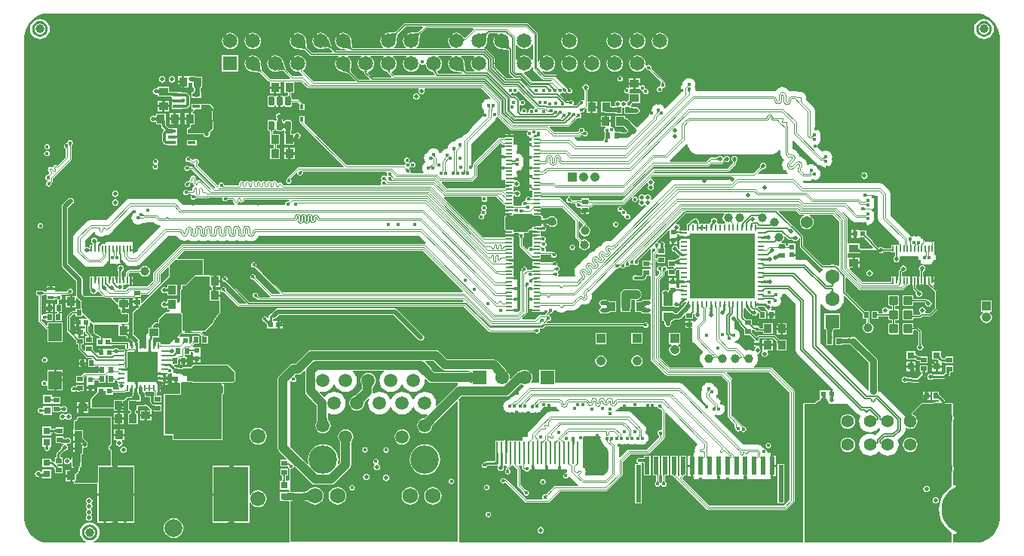
<source format=gtl>
G04*
G04 #@! TF.GenerationSoftware,Altium Limited,Altium Designer,20.0.13 (296)*
G04*
G04 Layer_Physical_Order=1*
G04 Layer_Color=255*
%FSLAX44Y44*%
%MOMM*%
G71*
G01*
G75*
%ADD15C,0.2000*%
%ADD16C,0.2540*%
%ADD17C,0.1016*%
%ADD21R,0.6500X0.5500*%
%ADD22R,0.8000X0.8000*%
%ADD23R,0.4000X0.4800*%
%ADD24R,1.0000X0.9000*%
%ADD25R,0.9000X1.0000*%
%ADD26R,0.5500X0.6500*%
%ADD27R,0.6200X0.6200*%
%ADD28R,0.6000X4.2000*%
%ADD29R,0.6000X2.0000*%
%ADD30R,3.3000X4.4000*%
%ADD31R,3.9000X6.2000*%
%ADD32R,0.2800X2.6000*%
%ADD33R,0.1500X0.6500*%
G04:AMPARAMS|DCode=34|XSize=0.6mm|YSize=1mm|CornerRadius=0.051mm|HoleSize=0mm|Usage=FLASHONLY|Rotation=0.000|XOffset=0mm|YOffset=0mm|HoleType=Round|Shape=RoundedRectangle|*
%AMROUNDEDRECTD34*
21,1,0.6000,0.8980,0,0,0.0*
21,1,0.4980,1.0000,0,0,0.0*
1,1,0.1020,0.2490,-0.4490*
1,1,0.1020,-0.2490,-0.4490*
1,1,0.1020,-0.2490,0.4490*
1,1,0.1020,0.2490,0.4490*
%
%ADD34ROUNDEDRECTD34*%
%ADD35R,0.6900X0.2800*%
%ADD36R,0.2800X0.6900*%
%ADD37R,7.3000X7.3000*%
G04:AMPARAMS|DCode=39|XSize=0.25mm|YSize=0.6mm|CornerRadius=0.0313mm|HoleSize=0mm|Usage=FLASHONLY|Rotation=180.000|XOffset=0mm|YOffset=0mm|HoleType=Round|Shape=RoundedRectangle|*
%AMROUNDEDRECTD39*
21,1,0.2500,0.5375,0,0,180.0*
21,1,0.1875,0.6000,0,0,180.0*
1,1,0.0625,-0.0938,0.2688*
1,1,0.0625,0.0938,0.2688*
1,1,0.0625,0.0938,-0.2688*
1,1,0.0625,-0.0938,-0.2688*
%
%ADD39ROUNDEDRECTD39*%
G04:AMPARAMS|DCode=40|XSize=0.25mm|YSize=0.6mm|CornerRadius=0.0313mm|HoleSize=0mm|Usage=FLASHONLY|Rotation=270.000|XOffset=0mm|YOffset=0mm|HoleType=Round|Shape=RoundedRectangle|*
%AMROUNDEDRECTD40*
21,1,0.2500,0.5375,0,0,270.0*
21,1,0.1875,0.6000,0,0,270.0*
1,1,0.0625,-0.2688,-0.0938*
1,1,0.0625,-0.2688,0.0938*
1,1,0.0625,0.2688,0.0938*
1,1,0.0625,0.2688,-0.0938*
%
%ADD40ROUNDEDRECTD40*%
%ADD41R,0.7100X0.3000*%
%ADD42R,2.0000X0.8000*%
%ADD43R,0.8000X2.0000*%
%ADD44R,0.7000X0.1800*%
%ADD45R,0.3200X0.3600*%
%ADD46R,0.6200X0.6200*%
%ADD47R,1.5000X2.0000*%
%ADD94C,0.5080*%
%ADD105C,0.1005*%
%ADD106C,0.1339*%
%ADD107C,1.0000*%
%ADD108R,0.9000X0.4000*%
G04:AMPARAMS|DCode=109|XSize=3.45mm|YSize=3.45mm|CornerRadius=0.0863mm|HoleSize=0mm|Usage=FLASHONLY|Rotation=180.000|XOffset=0mm|YOffset=0mm|HoleType=Round|Shape=RoundedRectangle|*
%AMROUNDEDRECTD109*
21,1,3.4500,3.2775,0,0,180.0*
21,1,3.2775,3.4500,0,0,180.0*
1,1,0.1725,-1.6388,1.6388*
1,1,0.1725,1.6388,1.6388*
1,1,0.1725,1.6388,-1.6388*
1,1,0.1725,-1.6388,-1.6388*
%
%ADD109ROUNDEDRECTD109*%
%ADD110C,0.5080*%
%ADD111C,0.5000*%
%ADD112C,0.3810*%
%ADD113C,0.3000*%
%ADD114C,0.2032*%
%ADD115C,0.1270*%
%ADD116C,1.0000*%
%ADD117C,0.7620*%
%ADD118C,0.1520*%
%ADD119C,0.3840*%
%ADD120C,0.1540*%
%ADD121C,0.1020*%
%ADD122C,0.1524*%
%ADD123C,0.8000*%
%ADD124C,2.7000*%
%ADD125C,1.5000*%
%ADD126C,1.7500*%
%ADD127C,3.2000*%
%ADD128C,2.4000*%
%ADD129R,1.5500X1.5500*%
%ADD130C,1.5500*%
%ADD131C,1.0500*%
%ADD132R,1.0500X1.0500*%
%ADD133R,1.0500X1.0500*%
%ADD134C,1.7000*%
%ADD135C,2.0000*%
%ADD136O,1.5000X2.7000*%
%ADD137O,1.5000X3.3000*%
%ADD138C,3.4500*%
%ADD139C,1.4200*%
%ADD140C,0.4064*%
%ADD141C,5.3000*%
%ADD142C,5.5000*%
%ADD143O,1.5500X0.9000*%
%ADD144O,0.9500X1.2500*%
%ADD145R,1.3680X1.3680*%
%ADD146C,1.3680*%
%ADD147C,1.6500*%
%ADD148R,1.6500X1.6500*%
%ADD149C,1.6000*%
%ADD150R,1.6000X1.6000*%
G36*
X450106Y581978D02*
X444855Y576728D01*
X444554Y576567D01*
X444076Y576389D01*
X443453Y576222D01*
X442693Y576077D01*
X441820Y575959D01*
X438349Y575770D01*
X436962Y575769D01*
X436936Y575759D01*
X436880Y575766D01*
X434461Y575448D01*
X432207Y574514D01*
X430271Y573029D01*
X428786Y571093D01*
X427853Y568839D01*
X427534Y566420D01*
X427853Y564001D01*
X428786Y561747D01*
X430271Y559811D01*
X431051Y559213D01*
X430620Y557943D01*
X417740D01*
X417309Y559213D01*
X418089Y559811D01*
X419574Y561747D01*
X420508Y564001D01*
X420826Y566420D01*
X420820Y566465D01*
X420829Y566487D01*
X420866Y569107D01*
X421031Y571242D01*
X421156Y572108D01*
X421310Y572859D01*
X421485Y573478D01*
X421674Y573960D01*
X421861Y574299D01*
X422102Y574598D01*
X422128Y574688D01*
X430592Y583152D01*
X449619D01*
X450106Y581978D01*
D02*
G37*
G36*
X506812Y579756D02*
X497498Y570443D01*
X497224Y570371D01*
X497135Y570361D01*
X496487Y570430D01*
X495943Y570684D01*
X495774Y571093D01*
X494289Y573029D01*
X492353Y574514D01*
X490099Y575448D01*
X487680Y575766D01*
X485261Y575448D01*
X483007Y574514D01*
X481071Y573029D01*
X479586Y571093D01*
X478652Y568839D01*
X478334Y566420D01*
X478652Y564001D01*
X479586Y561747D01*
X481071Y559811D01*
X481851Y559213D01*
X481420Y557943D01*
X443140D01*
X442709Y559213D01*
X443489Y559811D01*
X444974Y561747D01*
X445908Y564001D01*
X446226Y566420D01*
X446220Y566467D01*
X446229Y566489D01*
X446263Y569172D01*
X446418Y571351D01*
X446537Y572233D01*
X446682Y572993D01*
X446849Y573616D01*
X447028Y574094D01*
X447188Y574395D01*
X453819Y581026D01*
X506286D01*
X506812Y579756D01*
D02*
G37*
G36*
X522845Y575288D02*
X522545Y574914D01*
X522277Y574428D01*
X522042Y573830D01*
X521841Y573120D01*
X521673Y572297D01*
X521538Y571363D01*
X521367Y569157D01*
X521330Y566502D01*
X513162Y574670D01*
X514546Y574672D01*
X518023Y574878D01*
X518957Y575013D01*
X519780Y575181D01*
X520490Y575382D01*
X521088Y575617D01*
X521574Y575885D01*
X521948Y576185D01*
X522845Y575288D01*
D02*
G37*
G36*
X446562Y575383D02*
X446277Y575024D01*
X446023Y574546D01*
X445801Y573952D01*
X445610Y573240D01*
X445451Y572410D01*
X445323Y571463D01*
X445163Y569218D01*
X445130Y566502D01*
X436963Y574670D01*
X438379Y574671D01*
X441923Y574863D01*
X442870Y574991D01*
X443700Y575150D01*
X444412Y575340D01*
X445006Y575563D01*
X445484Y575816D01*
X445844Y576102D01*
X446562Y575383D01*
D02*
G37*
G36*
X421245Y575288D02*
X420945Y574914D01*
X420677Y574428D01*
X420442Y573830D01*
X420241Y573120D01*
X420073Y572297D01*
X419938Y571363D01*
X419767Y569157D01*
X419730Y566502D01*
X411562Y574670D01*
X412946Y574672D01*
X416423Y574878D01*
X417357Y575013D01*
X418180Y575181D01*
X418890Y575382D01*
X419488Y575617D01*
X419974Y575885D01*
X420348Y576185D01*
X421245Y575288D01*
D02*
G37*
G36*
X495277Y569689D02*
X495438Y569455D01*
X495619Y569248D01*
X495820Y569069D01*
X496042Y568918D01*
X496284Y568794D01*
X496546Y568698D01*
X496828Y568629D01*
X497131Y568588D01*
X497454Y568574D01*
Y567558D01*
X497174Y567543D01*
X496922Y567499D01*
X496698Y567426D01*
X496503Y567323D01*
X496336Y567190D01*
X496197Y567028D01*
X496086Y566837D01*
X496003Y566616D01*
X495949Y566366D01*
X495923Y566086D01*
X495137Y569950D01*
X495277Y569689D01*
D02*
G37*
G36*
X346472Y559936D02*
X345885Y558727D01*
X345446Y559086D01*
X344931Y559365D01*
X344339Y559561D01*
X343671Y559676D01*
X342925Y559709D01*
X342104Y559660D01*
X341206Y559530D01*
X340231Y559318D01*
X339180Y559025D01*
X338052Y558650D01*
X343104Y569036D01*
X346472Y559936D01*
D02*
G37*
G36*
X573406Y561887D02*
Y545553D01*
X572136Y545300D01*
X571974Y545693D01*
X570489Y547629D01*
X568553Y549114D01*
X566299Y550047D01*
X563880Y550366D01*
X561461Y550047D01*
X559207Y549114D01*
X557271Y547629D01*
X555786Y545693D01*
X555746Y545595D01*
X554476Y545848D01*
Y561592D01*
X555746Y561845D01*
X555786Y561747D01*
X557271Y559811D01*
X559207Y558326D01*
X561461Y557393D01*
X563880Y557074D01*
X566299Y557393D01*
X568553Y558326D01*
X570489Y559811D01*
X571974Y561747D01*
X572136Y562140D01*
X573406Y561887D01*
D02*
G37*
G36*
X546732Y564954D02*
X546938Y561477D01*
X547073Y560543D01*
X547241Y559720D01*
X547442Y559010D01*
X547677Y558412D01*
X547944Y557926D01*
X548246Y557552D01*
X547347Y556655D01*
X546974Y556955D01*
X546488Y557223D01*
X545890Y557458D01*
X545180Y557659D01*
X544357Y557827D01*
X543423Y557962D01*
X541217Y558133D01*
X538563Y558170D01*
X546730Y566338D01*
X546732Y564954D01*
D02*
G37*
G36*
X368932D02*
X369138Y561477D01*
X369273Y560543D01*
X369441Y559720D01*
X369642Y559010D01*
X369877Y558412D01*
X370145Y557926D01*
X370446Y557552D01*
X369548Y556655D01*
X369174Y556955D01*
X368688Y557223D01*
X368090Y557458D01*
X367380Y557659D01*
X366557Y557827D01*
X365623Y557962D01*
X363417Y558133D01*
X360762Y558170D01*
X368930Y566338D01*
X368932Y564954D01*
D02*
G37*
G36*
X318132D02*
X318338Y561477D01*
X318473Y560543D01*
X318641Y559720D01*
X318842Y559010D01*
X319077Y558412D01*
X319345Y557926D01*
X319646Y557552D01*
X318748Y556655D01*
X318374Y556955D01*
X317888Y557223D01*
X317290Y557458D01*
X316580Y557659D01*
X315757Y557827D01*
X314823Y557962D01*
X312617Y558133D01*
X309963Y558170D01*
X318130Y566338D01*
X318132Y564954D01*
D02*
G37*
G36*
X295404Y533921D02*
X294884Y533004D01*
X294465Y533343D01*
X293958Y533609D01*
X293363Y533801D01*
X292682Y533920D01*
X291912Y533965D01*
X291056Y533937D01*
X290112Y533836D01*
X289081Y533661D01*
X286756Y533090D01*
X292454Y543137D01*
X295404Y533921D01*
D02*
G37*
G36*
X313351Y532859D02*
X312335D01*
X312334Y533144D01*
X313339Y533530D01*
X313351Y532859D01*
D02*
G37*
G36*
X507913Y548735D02*
X506471Y547629D01*
X504986Y545693D01*
X504053Y543439D01*
X503734Y541020D01*
X504053Y538601D01*
X504986Y536347D01*
X506471Y534411D01*
X508078Y533178D01*
X507672Y531908D01*
X499172D01*
X498328Y532752D01*
X498302Y532842D01*
X498061Y533141D01*
X497874Y533480D01*
X497686Y533962D01*
X497510Y534581D01*
X497356Y535332D01*
X497233Y536189D01*
X497032Y539587D01*
X497029Y540939D01*
X497019Y540965D01*
X497026Y541020D01*
X496707Y543439D01*
X495774Y545693D01*
X494289Y547629D01*
X492847Y548735D01*
X493278Y550005D01*
X507482D01*
X507913Y548735D01*
D02*
G37*
G36*
X1070000Y597451D02*
X1071799Y597451D01*
X1075367Y596982D01*
X1078843Y596050D01*
X1082168Y594673D01*
X1085284Y592874D01*
X1088139Y590683D01*
X1090683Y588139D01*
X1092874Y585284D01*
X1094673Y582168D01*
X1096050Y578843D01*
X1096982Y575367D01*
X1097451Y571799D01*
Y570000D01*
Y30000D01*
X1097451Y28201D01*
X1096982Y24633D01*
X1096050Y21157D01*
X1094673Y17832D01*
X1092874Y14716D01*
X1090683Y11861D01*
X1088139Y9317D01*
X1085284Y7126D01*
X1082167Y5327D01*
X1078843Y3950D01*
X1075367Y3019D01*
X1071799Y2549D01*
X1070000Y2549D01*
X1046449D01*
X1045179Y2549D01*
Y12074D01*
X1045800Y12506D01*
X1046285Y12701D01*
X1046449Y12712D01*
X1047248Y12553D01*
X1048140Y12730D01*
X1048896Y13235D01*
X1049401Y13992D01*
X1049579Y14884D01*
X1049401Y15775D01*
X1048896Y16532D01*
X1048290Y16936D01*
X1048338Y17030D01*
X1045622Y18482D01*
X1041700Y21700D01*
X1038482Y25622D01*
X1036090Y30096D01*
X1034617Y34951D01*
X1034120Y40000D01*
X1034617Y45049D01*
X1036090Y49904D01*
X1038482Y54378D01*
X1041700Y58300D01*
X1045622Y61518D01*
X1047856Y62712D01*
X1047801Y62815D01*
X1048366Y63192D01*
X1048872Y63948D01*
X1049049Y64840D01*
X1048872Y65732D01*
X1048366Y66488D01*
X1047610Y66994D01*
X1046718Y67171D01*
X1046449Y67118D01*
X1045270Y67912D01*
X1045179Y68061D01*
Y80397D01*
X1045702Y82119D01*
X1046054Y85700D01*
X1045702Y89281D01*
X1045179Y91003D01*
Y137197D01*
X1045702Y138919D01*
X1046054Y142500D01*
X1045702Y146081D01*
X1045179Y147803D01*
Y158750D01*
X1044857Y159528D01*
X1044080Y159850D01*
X1036462D01*
X1036392Y160514D01*
X1036380Y161036D01*
X1036301Y161216D01*
X1036164Y161903D01*
X1035659Y162659D01*
X1030909Y167409D01*
X1030874Y167498D01*
X1030554Y167835D01*
X1030290Y168146D01*
X1030063Y168448D01*
X1029872Y168743D01*
X1029715Y169028D01*
X1029591Y169304D01*
X1029497Y169571D01*
X1029433Y169830D01*
X1029395Y170083D01*
X1029380Y170388D01*
X1029328Y170497D01*
Y171861D01*
X1021796D01*
Y163329D01*
X1028018D01*
X1028066Y163297D01*
X1028177Y163319D01*
X1028281Y163276D01*
X1028291Y163280D01*
X1028990Y162675D01*
X1029306Y162365D01*
X1029390Y161964D01*
X1028391Y160786D01*
X1027700Y160854D01*
X1024119Y160502D01*
X1021970Y159850D01*
X1010013D01*
X1009235Y159528D01*
X998673Y148966D01*
X998623Y148843D01*
X998515Y148765D01*
X998467Y148467D01*
X998351Y148188D01*
X998402Y148066D01*
X998381Y147935D01*
X998450Y147644D01*
X998487Y147593D01*
X998484Y147530D01*
X998593Y147221D01*
X998638Y147171D01*
X998642Y147105D01*
X998780Y146824D01*
X998831Y146779D01*
X998843Y146711D01*
X998946Y146552D01*
X999010Y146454D01*
X999066Y146415D01*
X999086Y146349D01*
X999116Y146313D01*
X999284Y146110D01*
X999343Y146079D01*
X999371Y146017D01*
X999604Y145794D01*
X999663Y145771D01*
X999696Y145715D01*
X999969Y145506D01*
X1000026Y145491D01*
X1000062Y145442D01*
X1000422Y145221D01*
X1000421D01*
X1000424Y145217D01*
X1002004Y144004D01*
X1003129Y142538D01*
X1003836Y140832D01*
X1004077Y139000D01*
X1003836Y137168D01*
X1003129Y135462D01*
X1002004Y133996D01*
X1000538Y132871D01*
X998832Y132164D01*
X997000Y131923D01*
X995168Y132164D01*
X993328Y132927D01*
X993284D01*
X993220Y132983D01*
X992998Y132969D01*
X992961Y132968D01*
X992723Y133032D01*
X992056Y133532D01*
X991728Y133914D01*
Y142135D01*
X991281Y144378D01*
X990011Y146280D01*
X965145Y171145D01*
X963243Y172416D01*
X961000Y172862D01*
X960742D01*
X960383Y173300D01*
Y206843D01*
X960008Y208726D01*
X958942Y210322D01*
X936546Y232718D01*
X934950Y233785D01*
X933067Y234159D01*
X931184Y233785D01*
X930051Y233028D01*
X923503Y232897D01*
X921533Y232985D01*
X921038Y233039D01*
X920666Y233100D01*
X920666Y233505D01*
X919620Y233558D01*
X919491Y233505D01*
X919396Y233505D01*
X913134D01*
Y224973D01*
X919396D01*
X919491Y224973D01*
X919620Y224919D01*
X920666Y224973D01*
Y225368D01*
X923732Y225589D01*
X929027Y225543D01*
X929841Y225506D01*
X950542Y204805D01*
Y174185D01*
X949272Y173659D01*
X896737Y226194D01*
Y270532D01*
X898007Y270785D01*
X898283Y270117D01*
X900380Y267384D01*
X903112Y265288D01*
X906294Y263970D01*
X909708Y263520D01*
X913123Y263970D01*
X916305Y265288D01*
X919037Y267384D01*
X921134Y270117D01*
X922452Y273299D01*
X922901Y276713D01*
X922455Y280101D01*
X922498Y280156D01*
X923545Y280808D01*
X943119Y261234D01*
X943162Y261119D01*
X943608Y260640D01*
X943745Y260471D01*
X943818Y260368D01*
Y260128D01*
X943795Y260073D01*
X943818Y260018D01*
Y259928D01*
X943810Y259893D01*
X943818Y259881D01*
Y254383D01*
X948351D01*
Y249806D01*
X947653Y249667D01*
X945663Y248337D01*
X944333Y246347D01*
X943866Y244000D01*
X944333Y241653D01*
X945663Y239663D01*
X947653Y238333D01*
X950000Y237866D01*
X952347Y238333D01*
X954337Y239663D01*
X955667Y241653D01*
X956134Y244000D01*
X955667Y246347D01*
X954337Y248337D01*
X952347Y249667D01*
X951650Y249806D01*
Y255733D01*
X951350Y256457D01*
Y262915D01*
X946853D01*
X946840Y262923D01*
X946805Y262915D01*
X946715D01*
X946660Y262938D01*
X946605Y262915D01*
X946366D01*
X946274Y262980D01*
X945867Y263327D01*
X945629Y263557D01*
X945509Y263605D01*
X924465Y284648D01*
Y300140D01*
X925639Y300627D01*
X939523Y286743D01*
X940689Y286259D01*
X988267D01*
X989433Y286743D01*
X993198Y290508D01*
X993682Y291674D01*
Y291833D01*
X994607Y292758D01*
X994634Y292781D01*
X994710Y292837D01*
X995980Y292730D01*
X996730Y292730D01*
Y297250D01*
Y301770D01*
X995980D01*
X994815Y301516D01*
X992234D01*
Y301516D01*
X991766D01*
X991766Y301516D01*
X988234Y301516D01*
X987683Y302558D01*
Y306361D01*
X987842Y306520D01*
X987951Y306558D01*
X988064Y306659D01*
X988146Y306718D01*
X988243Y306775D01*
X988361Y306828D01*
X988500Y306878D01*
X988661Y306921D01*
X988831Y306954D01*
X989307Y306999D01*
X989574Y307003D01*
X989625Y307024D01*
X990972Y307292D01*
X992148Y308078D01*
X992934Y309254D01*
X993210Y310642D01*
X992934Y312029D01*
X992148Y313206D01*
X990972Y313992D01*
X989584Y314268D01*
X988196Y313992D01*
X987020Y313206D01*
X986234Y312029D01*
X985966Y310683D01*
X985945Y310632D01*
X985940Y310349D01*
X985925Y310116D01*
X985899Y309905D01*
X985863Y309720D01*
X985820Y309558D01*
X985770Y309419D01*
X985717Y309301D01*
X985660Y309204D01*
X985601Y309122D01*
X985500Y309009D01*
X985462Y308900D01*
X984810Y308248D01*
X984445Y307702D01*
X984317Y307058D01*
Y302917D01*
X984280Y302774D01*
X983669Y301770D01*
X983669Y301770D01*
X983270D01*
Y297250D01*
X980730D01*
Y301770D01*
X979980D01*
Y301770D01*
X979766Y301516D01*
X976234D01*
Y296158D01*
X943394D01*
X929121Y310431D01*
X929607Y311604D01*
X932688D01*
Y317374D01*
Y323144D01*
X927688D01*
X926978Y324120D01*
Y327119D01*
X927942Y327858D01*
X928248Y327858D01*
X938685D01*
X938747Y327820D01*
X938851Y327839D01*
X938935Y327805D01*
X939974Y327858D01*
Y328428D01*
X939974D01*
Y328428D01*
X941137Y328602D01*
X941486Y328607D01*
X941575Y328646D01*
X960814D01*
X960904Y328607D01*
X961160Y328604D01*
X961365Y328594D01*
X961750Y328552D01*
X961879Y328528D01*
X961992Y328500D01*
X962076Y328472D01*
X962130Y328450D01*
X962154Y328436D01*
X962213Y328395D01*
X962410Y328350D01*
X963067Y327910D01*
X964454Y327635D01*
X965842Y327910D01*
X967018Y328696D01*
X967085Y328797D01*
X967167Y328834D01*
X967328Y329006D01*
X967463Y329132D01*
X967594Y329238D01*
X967720Y329324D01*
X967842Y329393D01*
X967961Y329446D01*
X968077Y329486D01*
X968194Y329514D01*
X968315Y329531D01*
X968492Y329539D01*
X968498Y329542D01*
X968504Y329540D01*
X968602Y329587D01*
X975619D01*
X975728Y329539D01*
X975990Y329532D01*
X976180Y329515D01*
X976234Y329507D01*
Y328484D01*
X979766Y328484D01*
X980130Y327365D01*
Y325592D01*
X980082Y325489D01*
X980075Y325313D01*
X980058Y325189D01*
X980029Y325065D01*
X979988Y324940D01*
X979933Y324811D01*
X979863Y324677D01*
X979775Y324539D01*
X979669Y324394D01*
X979542Y324246D01*
X979373Y324070D01*
X979351Y324015D01*
X978593Y322881D01*
X978317Y321493D01*
X978593Y320106D01*
X979379Y318929D01*
X980556Y318143D01*
X981943Y317867D01*
X983331Y318143D01*
X984507Y318929D01*
X985293Y320106D01*
X985569Y321493D01*
X985293Y322881D01*
X985113Y323150D01*
X985792Y324420D01*
X1005563D01*
X1006401Y323465D01*
X1006287Y322600D01*
X1006531Y320743D01*
X1007248Y319013D01*
X1008388Y317528D01*
X1009873Y316388D01*
X1011603Y315671D01*
X1013460Y315427D01*
X1015317Y315671D01*
X1016000Y315954D01*
X1016683Y315671D01*
X1018540Y315427D01*
X1020397Y315671D01*
X1022127Y316388D01*
X1022791Y316898D01*
X1021761Y317928D01*
X1021923Y318092D01*
X1022476Y318720D01*
X1022535Y318808D01*
X1022577Y318882D01*
X1022603Y318944D01*
X1022611Y318993D01*
X1023814Y317790D01*
X1024752Y319013D01*
X1025469Y320743D01*
X1025713Y322600D01*
X1025469Y324457D01*
X1024752Y326187D01*
X1024126Y327004D01*
X1024020Y328230D01*
X1024020D01*
Y337270D01*
X1023830D01*
Y341080D01*
X1013571D01*
X1013469Y341857D01*
X1012752Y343587D01*
X1012036Y344520D01*
X1011941Y344427D01*
Y344645D01*
X1011612Y345072D01*
X1010127Y346212D01*
X1008397Y346929D01*
X1006540Y347173D01*
X1004683Y346929D01*
X1004000Y346646D01*
X1003317Y346929D01*
X1001460Y347173D01*
X999603Y346929D01*
X998176Y346338D01*
X997172Y347841D01*
X974718Y370295D01*
Y395275D01*
X974284Y397455D01*
X973049Y399304D01*
X967594Y404759D01*
X965746Y405994D01*
X963565Y406427D01*
X943818D01*
X943818Y406427D01*
X878278D01*
X876617Y408088D01*
X877143Y409358D01*
X881337D01*
X881351Y409356D01*
X883604D01*
X883632Y409350D01*
X885420D01*
X887601Y409784D01*
X888287Y410242D01*
X889592Y410070D01*
X891449Y410315D01*
X893179Y411031D01*
X894665Y412171D01*
X895805Y413657D01*
X896521Y415387D01*
X896766Y417244D01*
X896521Y419100D01*
X895805Y420830D01*
X894665Y422316D01*
X893179Y423456D01*
X892495Y423739D01*
X892212Y424422D01*
X891072Y425908D01*
X889587Y427048D01*
X887857Y427765D01*
X886000Y428009D01*
X884143Y427765D01*
X882413Y427048D01*
X882372Y427016D01*
X881083Y427628D01*
X880830Y429548D01*
X879859Y431892D01*
X879410Y432477D01*
X878667Y433590D01*
X878000Y434256D01*
X876888Y435000D01*
X876302Y435449D01*
X873958Y436420D01*
X872745Y436580D01*
X872585Y437793D01*
X871614Y440137D01*
X871165Y440722D01*
X870422Y441835D01*
X870422Y441835D01*
X870422Y441835D01*
X870095Y442162D01*
X870089Y442166D01*
X870085Y442172D01*
X870085Y442172D01*
X870084Y442172D01*
X869958Y442298D01*
X869321Y442724D01*
X868057Y443694D01*
X865713Y444665D01*
X865101Y444746D01*
Y454190D01*
X866274Y454676D01*
X892302Y428648D01*
X894149Y427414D01*
X896327Y426981D01*
X896727D01*
X897328Y426198D01*
X898813Y425058D01*
X900543Y424342D01*
X902400Y424097D01*
X904257Y424342D01*
X905987Y425058D01*
X907472Y426198D01*
X908612Y427684D01*
X909329Y429414D01*
X909573Y431270D01*
X909329Y433127D01*
X909046Y433811D01*
X909329Y434494D01*
X909573Y436351D01*
X909329Y438207D01*
X908612Y439937D01*
X907472Y441423D01*
X905987Y442563D01*
X904257Y443279D01*
X902400Y443524D01*
X900543Y443279D01*
X898813Y442563D01*
X898186Y442081D01*
X892268Y447999D01*
X892566Y449497D01*
X893179Y449751D01*
X894665Y450891D01*
X895805Y452376D01*
X896521Y454106D01*
X896766Y455963D01*
X896521Y457820D01*
X896238Y458503D01*
X896521Y459186D01*
X896766Y461043D01*
X896521Y462900D01*
X895805Y464630D01*
X894665Y466115D01*
X893179Y467255D01*
X891449Y467972D01*
X890233Y468132D01*
Y470302D01*
X890238Y470330D01*
Y482205D01*
Y488260D01*
X889805Y490440D01*
X888569Y492289D01*
X880294Y500564D01*
X880294Y500564D01*
X880108Y500751D01*
X880278Y502047D01*
X880034Y503904D01*
X879317Y505635D01*
X878176Y507122D01*
X876690Y508262D01*
X874959Y508979D01*
X873101Y509224D01*
X871564Y509022D01*
X870537Y509708D01*
X868357Y510141D01*
X864235D01*
X863813Y510058D01*
X861880Y509803D01*
X861764Y510086D01*
X860256Y512050D01*
X858292Y513557D01*
X856005Y514504D01*
X853551Y514827D01*
X851096Y514504D01*
X848809Y513557D01*
X846845Y512050D01*
X845338Y510086D01*
X845221Y509803D01*
X843288Y510058D01*
X842867Y510141D01*
X756790D01*
X755709Y511412D01*
X755818Y512237D01*
X755573Y514094D01*
X755290Y514777D01*
X755573Y515460D01*
X755818Y517317D01*
X755573Y519174D01*
X754857Y520904D01*
X753717Y522389D01*
X752231Y523529D01*
X750501Y524246D01*
X748644Y524490D01*
X746788Y524246D01*
X745058Y523529D01*
X743572Y522389D01*
X742432Y520904D01*
X741715Y519174D01*
X741597Y518276D01*
X741060Y517739D01*
X739825Y515890D01*
X739391Y513710D01*
Y508378D01*
X721933Y490921D01*
X721306Y491402D01*
X720623Y491685D01*
X720340Y492368D01*
X719200Y493854D01*
X717714Y494994D01*
X715984Y495710D01*
X714127Y495955D01*
X712271Y495710D01*
X710541Y494994D01*
X709055Y493854D01*
X707915Y492368D01*
X707198Y490638D01*
X706954Y488781D01*
X707102Y487658D01*
X705333Y485889D01*
X704098Y484041D01*
X703664Y481861D01*
Y481827D01*
X690941Y469104D01*
X689677Y469228D01*
X689279Y469823D01*
X680563Y478539D01*
X678967Y479606D01*
X677317Y479934D01*
X677248Y480280D01*
X676964Y480705D01*
Y482266D01*
X665932D01*
Y470234D01*
X671663D01*
X672138Y470139D01*
X675046D01*
X679656Y465530D01*
X678157Y463833D01*
X675457D01*
X675423Y463848D01*
X673649Y463876D01*
X672304Y463959D01*
X671815Y464016D01*
X671452Y464080D01*
X671452Y464514D01*
X670406Y464567D01*
X670277Y464514D01*
X670182Y464514D01*
X665863D01*
X665124Y465784D01*
X665286Y466598D01*
X665049Y467787D01*
X664376Y468796D01*
X663367Y469469D01*
X662359Y469670D01*
X662163Y469723D01*
X661218Y470810D01*
Y474980D01*
X655448D01*
X649678D01*
Y469980D01*
X654640D01*
X655025Y468710D01*
X654392Y468288D01*
X653719Y467279D01*
X653482Y466090D01*
X653719Y464901D01*
X653871Y464673D01*
X653920Y464514D01*
X653920Y464514D01*
X653885Y463437D01*
X653909Y463380D01*
X653891Y463320D01*
X653920Y463268D01*
Y457264D01*
X653880Y457199D01*
X653902Y457107D01*
X653867Y457019D01*
X653920Y456894D01*
Y456797D01*
X653631Y456604D01*
X652957Y455595D01*
X652720Y454406D01*
X652374Y453983D01*
X623414D01*
X619972Y457425D01*
X620458Y458598D01*
X625174D01*
X626340Y459082D01*
X627889Y460630D01*
X629221D01*
X629271Y460612D01*
X629361Y460569D01*
X629462Y460510D01*
X629562Y460443D01*
X629841Y460212D01*
X629988Y460069D01*
X630088Y460029D01*
X631017Y459409D01*
X632206Y459172D01*
X633395Y459409D01*
X634403Y460083D01*
X635077Y461091D01*
X635314Y462280D01*
X635077Y463469D01*
X634403Y464478D01*
X633395Y465151D01*
X632397Y465350D01*
X631339Y466001D01*
X631250Y466090D01*
X631013Y467279D01*
X630340Y468288D01*
X629331Y468961D01*
X628142Y469198D01*
X626953Y468961D01*
X625945Y468288D01*
X625271Y467279D01*
X625053Y466184D01*
X625010Y466085D01*
X625007Y465864D01*
X624996Y465690D01*
X624976Y465535D01*
X624951Y465401D01*
X624920Y465288D01*
X624887Y465194D01*
X624865Y465146D01*
X623649Y463930D01*
X597329D01*
X591896Y469363D01*
X592382Y470536D01*
X613156D01*
X614322Y471020D01*
X623190Y479887D01*
X623201Y479886D01*
X623253Y479874D01*
X623330Y479848D01*
X623471Y479784D01*
X623573Y479781D01*
X623651Y479729D01*
X624840Y479492D01*
X626029Y479729D01*
X627038Y480402D01*
X627711Y481411D01*
X627948Y482600D01*
X627711Y483789D01*
X627061Y484762D01*
X627098Y484923D01*
X627598Y485951D01*
X628142Y485842D01*
X629331Y486079D01*
X630340Y486753D01*
X631013Y487761D01*
X631231Y488856D01*
X631273Y488955D01*
X631277Y489175D01*
X631288Y489350D01*
X631308Y489505D01*
X631333Y489638D01*
X631364Y489752D01*
X631397Y489846D01*
X631419Y489894D01*
X632660Y491135D01*
X633930Y490609D01*
Y485728D01*
X638430D01*
Y491998D01*
Y498268D01*
X634364D01*
Y510789D01*
X634371Y510813D01*
X634420Y510930D01*
X634493Y511069D01*
X634592Y511226D01*
X634709Y511389D01*
X635062Y511801D01*
X635277Y512020D01*
X635297Y512069D01*
X636064Y513217D01*
X636340Y514604D01*
X636064Y515992D01*
X635278Y517168D01*
X634101Y517954D01*
X632714Y518230D01*
X631326Y517954D01*
X630150Y517168D01*
X629364Y515992D01*
X629088Y514604D01*
X629364Y513217D01*
X630112Y512098D01*
X630135Y512037D01*
X630565Y511580D01*
X630710Y511400D01*
X630836Y511226D01*
X630935Y511069D01*
X631008Y510930D01*
X631057Y510813D01*
X631064Y510789D01*
Y500303D01*
X629794Y499640D01*
X629331Y499949D01*
X628142Y500186D01*
X626953Y499949D01*
X625945Y499276D01*
X625271Y498267D01*
X625055Y497181D01*
X625011Y497080D01*
X625007Y496900D01*
X624995Y496767D01*
X624977Y496647D01*
X624952Y496541D01*
X624921Y496446D01*
X624886Y496361D01*
X624846Y496283D01*
X624800Y496212D01*
X624748Y496144D01*
X624656Y496044D01*
X624615Y495931D01*
X622238Y493554D01*
X618703D01*
X618317Y494824D01*
X618401Y494880D01*
X619075Y495889D01*
X619312Y497078D01*
X619075Y498267D01*
X618401Y499276D01*
X617393Y499949D01*
X616204Y500186D01*
X615015Y499949D01*
X614094Y499334D01*
X613992Y499294D01*
X613861Y499169D01*
X613759Y499083D01*
X613661Y499012D01*
X613569Y498954D01*
X613480Y498909D01*
X613395Y498873D01*
X613312Y498847D01*
X613228Y498829D01*
X613143Y498817D01*
X613008Y498812D01*
X612899Y498761D01*
X611313D01*
X603833Y506241D01*
X603833Y506264D01*
X604333Y507537D01*
X605035Y507677D01*
X606043Y508350D01*
X607593Y508384D01*
X607903Y508177D01*
X609092Y507940D01*
X610281Y508177D01*
X611289Y508851D01*
X612431Y508274D01*
X613324Y507677D01*
X614514Y507440D01*
X615703Y507677D01*
X616711Y508350D01*
X617385Y509359D01*
X617621Y510548D01*
X617385Y511737D01*
X616711Y512746D01*
X615703Y513419D01*
X614959Y513567D01*
X614777Y513839D01*
X600376Y528240D01*
X599830Y528605D01*
X599186Y528733D01*
X587183D01*
X584194Y531723D01*
X584913Y532799D01*
X586861Y531992D01*
X589280Y531674D01*
X591699Y531992D01*
X593953Y532926D01*
X595889Y534411D01*
X597374Y536347D01*
X598307Y538601D01*
X598626Y541020D01*
X598307Y543439D01*
X597374Y545693D01*
X595889Y547629D01*
X593953Y549114D01*
X591699Y550047D01*
X589280Y550366D01*
X586861Y550047D01*
X584607Y549114D01*
X582671Y547629D01*
X581186Y545693D01*
X580252Y543439D01*
X580168Y542800D01*
X578898Y542883D01*
Y574426D01*
X578770Y575070D01*
X578405Y575617D01*
X567997Y586025D01*
X567450Y586390D01*
X566806Y586518D01*
X429895D01*
X429251Y586390D01*
X428705Y586025D01*
X419748Y577068D01*
X419658Y577042D01*
X419359Y576801D01*
X419020Y576614D01*
X418538Y576426D01*
X417919Y576250D01*
X417168Y576096D01*
X416311Y575973D01*
X412913Y575771D01*
X411561Y575769D01*
X411535Y575759D01*
X411480Y575766D01*
X409061Y575448D01*
X406807Y574514D01*
X404871Y573029D01*
X403386Y571093D01*
X402453Y568839D01*
X402134Y566420D01*
X402453Y564001D01*
X403386Y561747D01*
X404871Y559811D01*
X405651Y559213D01*
X405220Y557943D01*
X371537D01*
X371328Y558152D01*
X371302Y558242D01*
X371061Y558541D01*
X370874Y558880D01*
X370686Y559362D01*
X370510Y559981D01*
X370356Y560732D01*
X370233Y561589D01*
X370032Y564987D01*
X370029Y566339D01*
X370019Y566365D01*
X370026Y566420D01*
X369707Y568839D01*
X368774Y571093D01*
X367289Y573029D01*
X365353Y574514D01*
X363099Y575448D01*
X360680Y575766D01*
X358261Y575448D01*
X356007Y574514D01*
X354071Y573029D01*
X352586Y571093D01*
X351652Y568839D01*
X351334Y566420D01*
X351652Y564001D01*
X352586Y561747D01*
X354071Y559811D01*
X356007Y558326D01*
X358261Y557393D01*
X360680Y557074D01*
X360726Y557080D01*
X360747Y557071D01*
X363367Y557034D01*
X364744Y556927D01*
X364695Y555657D01*
X352233D01*
X347462Y560428D01*
X344136Y569418D01*
X344013Y569550D01*
X343374Y571093D01*
X341889Y573029D01*
X339953Y574514D01*
X337699Y575448D01*
X335280Y575766D01*
X332861Y575448D01*
X330607Y574514D01*
X328671Y573029D01*
X327186Y571093D01*
X326253Y568839D01*
X325934Y566420D01*
X326253Y564001D01*
X327186Y561747D01*
X328671Y559811D01*
X330607Y558326D01*
X332861Y557393D01*
X335280Y557074D01*
X337699Y557393D01*
X338242Y557617D01*
X338399Y557606D01*
X339502Y557973D01*
X340496Y558251D01*
X341402Y558447D01*
X342215Y558565D01*
X342934Y558608D01*
X343553Y558580D01*
X344071Y558491D01*
X344493Y558351D01*
X344831Y558169D01*
X345188Y557876D01*
X345281Y557848D01*
X348585Y554545D01*
X348099Y553371D01*
X325309D01*
X320528Y558152D01*
X320502Y558242D01*
X320261Y558541D01*
X320074Y558880D01*
X319886Y559362D01*
X319710Y559981D01*
X319556Y560732D01*
X319433Y561589D01*
X319231Y564987D01*
X319229Y566339D01*
X319219Y566365D01*
X319226Y566420D01*
X318908Y568839D01*
X317974Y571093D01*
X316489Y573029D01*
X314553Y574514D01*
X312299Y575448D01*
X309880Y575766D01*
X307461Y575448D01*
X305207Y574514D01*
X303271Y573029D01*
X301786Y571093D01*
X300853Y568839D01*
X300534Y566420D01*
X300853Y564001D01*
X301786Y561747D01*
X303271Y559811D01*
X305207Y558326D01*
X307461Y557393D01*
X309880Y557074D01*
X309925Y557080D01*
X309947Y557071D01*
X312567Y557034D01*
X314702Y556869D01*
X315568Y556744D01*
X316319Y556590D01*
X316938Y556414D01*
X317420Y556226D01*
X317759Y556039D01*
X318058Y555798D01*
X318148Y555772D01*
X323422Y550498D01*
X323968Y550133D01*
X324612Y550005D01*
X355082D01*
X355513Y548735D01*
X354071Y547629D01*
X352586Y545693D01*
X351652Y543439D01*
X351334Y541020D01*
X351652Y538601D01*
X352586Y536347D01*
X354071Y534411D01*
X356007Y532926D01*
X358261Y531992D01*
X358381Y531977D01*
X358419Y531948D01*
X358420Y531948D01*
X358421Y531947D01*
X361396Y531184D01*
X364736Y530218D01*
X366195Y529705D01*
X366662Y529504D01*
X366941Y529355D01*
X367122Y529219D01*
X367199Y529199D01*
X374399Y521999D01*
X373913Y520826D01*
X327209D01*
X315548Y532486D01*
X315631Y533754D01*
X316489Y534411D01*
X317974Y536347D01*
X318908Y538601D01*
X319226Y541020D01*
X318908Y543439D01*
X317974Y545693D01*
X316489Y547629D01*
X314553Y549114D01*
X312299Y550047D01*
X309880Y550366D01*
X307461Y550047D01*
X305207Y549114D01*
X303271Y547629D01*
X301786Y545693D01*
X300853Y543439D01*
X300534Y541020D01*
X300853Y538601D01*
X301786Y536347D01*
X303271Y534411D01*
X305207Y532926D01*
X307461Y531992D01*
X309880Y531674D01*
X311591Y531899D01*
X311676Y531693D01*
X314923Y528446D01*
X314397Y527176D01*
X303764D01*
X296342Y534598D01*
X293501Y543473D01*
X293486Y543490D01*
X292574Y545693D01*
X291089Y547629D01*
X289153Y549114D01*
X286899Y550047D01*
X284480Y550366D01*
X282061Y550047D01*
X279807Y549114D01*
X277871Y547629D01*
X276386Y545693D01*
X275452Y543439D01*
X275134Y541020D01*
X275452Y538601D01*
X276386Y536347D01*
X277871Y534411D01*
X279807Y532926D01*
X282061Y531992D01*
X284480Y531674D01*
X286899Y531992D01*
X286984Y532028D01*
X287019Y532022D01*
X289304Y532583D01*
X290263Y532746D01*
X291133Y532840D01*
X291898Y532865D01*
X292554Y532826D01*
X293098Y532731D01*
X293530Y532592D01*
X293850Y532424D01*
X301131Y525144D01*
X300604Y523874D01*
X278559D01*
X269388Y533045D01*
X269228Y533346D01*
X269049Y533824D01*
X268882Y534447D01*
X268737Y535207D01*
X268619Y536080D01*
X268430Y539551D01*
X268429Y540938D01*
X268419Y540964D01*
X268426Y541020D01*
X268107Y543439D01*
X267174Y545693D01*
X265689Y547629D01*
X263753Y549114D01*
X261499Y550047D01*
X259080Y550366D01*
X256661Y550047D01*
X254407Y549114D01*
X252471Y547629D01*
X250986Y545693D01*
X250053Y543439D01*
X249734Y541020D01*
X250053Y538601D01*
X250986Y536347D01*
X252471Y534411D01*
X254407Y532926D01*
X256661Y531992D01*
X259080Y531674D01*
X259127Y531680D01*
X259149Y531671D01*
X261832Y531637D01*
X264011Y531482D01*
X264893Y531363D01*
X265653Y531218D01*
X266276Y531051D01*
X266754Y530872D01*
X267055Y530712D01*
X276710Y521058D01*
X277273Y520824D01*
X277880Y520564D01*
X278352Y519401D01*
Y515362D01*
X284122D01*
X289892D01*
X289892Y520362D01*
X291074Y520574D01*
X293529D01*
X294606Y520108D01*
X294606Y519304D01*
Y508076D01*
X298472D01*
Y504984D01*
X296132D01*
X294964Y504500D01*
X294643Y503726D01*
X293322Y503856D01*
X293288Y504026D01*
X292895Y504615D01*
X292306Y505009D01*
X291612Y505147D01*
X290392D01*
Y498842D01*
Y492537D01*
X291612D01*
X292306Y492675D01*
X292895Y493069D01*
X293288Y493657D01*
X293322Y493828D01*
X294643Y493958D01*
X294964Y493184D01*
X296132Y492700D01*
X301112D01*
X302280Y493184D01*
X302764Y494352D01*
Y497044D01*
X309867D01*
X310527Y496384D01*
X311182Y495410D01*
X311182D01*
X311182Y495410D01*
Y488578D01*
X317214D01*
Y495410D01*
X315484D01*
X315000Y496576D01*
X311716Y499860D01*
X310550Y500344D01*
X302764D01*
Y503332D01*
X302280Y504500D01*
X301771Y504711D01*
Y508076D01*
X305638D01*
X305638Y520108D01*
X306715Y520574D01*
X313261D01*
X319890Y513946D01*
X321056Y513462D01*
X444948D01*
X445627Y512192D01*
X445280Y511674D01*
X445004Y510286D01*
X445280Y508899D01*
X446066Y507722D01*
X447243Y506936D01*
X448630Y506660D01*
X450018Y506936D01*
X451194Y507722D01*
X451980Y508899D01*
X452256Y510286D01*
X451980Y511674D01*
X451633Y512192D01*
X452312Y513462D01*
X515394D01*
X525889Y502967D01*
X525720Y501340D01*
X525317Y501057D01*
X523460Y501301D01*
X521604Y501057D01*
X519873Y500340D01*
X518388Y499200D01*
X517248Y497715D01*
X516531Y495985D01*
X516287Y494128D01*
X516531Y492271D01*
X517248Y490541D01*
X518388Y489056D01*
X518490Y488977D01*
Y483780D01*
X492685Y457976D01*
X492137Y457155D01*
X492000Y457173D01*
X490143Y456929D01*
X488413Y456212D01*
X486928Y455072D01*
X485788Y453587D01*
X485585Y453096D01*
X485000Y453173D01*
X483143Y452929D01*
X481413Y452212D01*
X479928Y451072D01*
X478788Y449587D01*
X478071Y447857D01*
X477852Y446195D01*
X476869Y445304D01*
X475013Y445060D01*
X473283Y444343D01*
X471797Y443203D01*
X470657Y441718D01*
X470340Y440952D01*
X469896Y440875D01*
X468993Y441019D01*
X468392Y442468D01*
X467252Y443954D01*
X465767Y445093D01*
X464037Y445810D01*
X462180Y446055D01*
X460323Y445810D01*
X458593Y445093D01*
X457108Y443954D01*
X455968Y442468D01*
X455632Y441658D01*
X454822Y441322D01*
X453336Y440182D01*
X452196Y438696D01*
X451479Y436966D01*
X451235Y435109D01*
X451479Y433253D01*
X452196Y431523D01*
X452642Y430942D01*
X452855Y429661D01*
X452402Y429308D01*
X451370Y428516D01*
X450230Y427030D01*
X449514Y425300D01*
X449269Y423444D01*
X449514Y421587D01*
X450230Y419857D01*
X450827Y419080D01*
X450200Y417810D01*
X436383D01*
X435704Y419080D01*
X435941Y419435D01*
X436178Y420624D01*
X435941Y421813D01*
X435267Y422822D01*
X434938Y423041D01*
Y424557D01*
X435267Y424776D01*
X435270Y424780D01*
X436460Y425285D01*
X437469Y424611D01*
X438658Y424374D01*
X439847Y424611D01*
X440855Y425285D01*
X441529Y426293D01*
X441766Y427482D01*
X441529Y428671D01*
X440855Y429679D01*
X439847Y430353D01*
X438658Y430590D01*
X437469Y430353D01*
X436460Y429679D01*
X436458Y429676D01*
X435267Y429171D01*
X435107Y429279D01*
X434345Y430019D01*
X434783Y430906D01*
X434925Y431119D01*
X435162Y432308D01*
X434925Y433497D01*
X434252Y434506D01*
X433243Y435179D01*
X432054Y435416D01*
X430865Y435179D01*
X429856Y434506D01*
X429183Y433497D01*
X428946Y432308D01*
X429183Y431119D01*
X429856Y430111D01*
X430017Y430003D01*
X430779Y429263D01*
X430341Y428376D01*
X430199Y428163D01*
X430088Y427606D01*
X430082Y427597D01*
X428822Y426895D01*
X428749Y426890D01*
X428244Y427100D01*
X364233D01*
X316845Y474488D01*
X317214Y475378D01*
X317214D01*
Y482210D01*
X311182D01*
Y475378D01*
X312548D01*
Y474802D01*
X313032Y473636D01*
X360934Y425733D01*
X360448Y424560D01*
X309626D01*
X308460Y424076D01*
X298300Y413916D01*
X297816Y412750D01*
Y411925D01*
X297798Y411875D01*
X297755Y411785D01*
X297696Y411684D01*
X297629Y411584D01*
X297398Y411305D01*
X297255Y411158D01*
X297215Y411058D01*
X296595Y410129D01*
X296358Y408940D01*
X296595Y407751D01*
X297269Y406743D01*
X298277Y406069D01*
X299466Y405832D01*
X300655Y406069D01*
X301663Y406743D01*
X302337Y407751D01*
X302574Y408940D01*
X302337Y410129D01*
X301716Y411058D01*
X301677Y411158D01*
X301523Y411316D01*
X301408Y411448D01*
X301312Y411571D01*
X301236Y411684D01*
X301177Y411785D01*
X301134Y411875D01*
X301116Y411925D01*
Y412067D01*
X307920Y418871D01*
X309090Y418246D01*
X309058Y418084D01*
X309295Y416895D01*
X309968Y415886D01*
X310977Y415213D01*
X312166Y414976D01*
X313355Y415213D01*
X314363Y415886D01*
X315037Y416895D01*
X315255Y417990D01*
X315298Y418089D01*
X315301Y418310D01*
X315312Y418484D01*
X315332Y418639D01*
X315357Y418773D01*
X315388Y418886D01*
X315421Y418980D01*
X315443Y419028D01*
X315643Y419228D01*
X409086D01*
X409765Y417958D01*
X409625Y417749D01*
X409388Y416560D01*
X409625Y415371D01*
X409845Y415041D01*
X409610Y414465D01*
X408423Y414326D01*
X408306Y414360D01*
X407358Y414993D01*
X406169Y415230D01*
X404980Y414993D01*
X403971Y414319D01*
X403298Y413311D01*
X403061Y412122D01*
X403298Y410933D01*
X403971Y409925D01*
X403363Y408804D01*
X402987Y408241D01*
X402750Y407051D01*
X402987Y405862D01*
X403033Y405794D01*
X402354Y404524D01*
X292640D01*
Y404531D01*
X292513Y404836D01*
X292337Y405722D01*
X291662Y406731D01*
X290653Y407406D01*
X289462Y407643D01*
X288271Y407406D01*
X287701Y407025D01*
X287512Y407002D01*
X286464Y407344D01*
X286279Y407486D01*
X286225Y407757D01*
X285550Y408766D01*
X284541Y409441D01*
X283350Y409678D01*
X282159Y409441D01*
X281150Y408766D01*
X281057Y408629D01*
X279530D01*
X279438Y408766D01*
X278429Y409441D01*
X277238Y409678D01*
X276047Y409441D01*
X275037Y408766D01*
X274945Y408629D01*
X273418D01*
X273326Y408766D01*
X272316Y409441D01*
X271126Y409678D01*
X269935Y409441D01*
X268925Y408766D01*
X268833Y408629D01*
X267306D01*
X267214Y408766D01*
X266204Y409441D01*
X265014Y409678D01*
X263823Y409441D01*
X262813Y408766D01*
X262721Y408629D01*
X261194D01*
X261102Y408766D01*
X260092Y409441D01*
X258902Y409678D01*
X257711Y409441D01*
X256701Y408766D01*
X256609Y408629D01*
X255082D01*
X254990Y408766D01*
X253980Y409441D01*
X252790Y409678D01*
X251599Y409441D01*
X250589Y408766D01*
X250497Y408629D01*
X248970D01*
X248878Y408766D01*
X247868Y409441D01*
X246677Y409678D01*
X245487Y409441D01*
X244477Y408766D01*
X243803Y407757D01*
X243626Y406872D01*
X243500Y406566D01*
Y404524D01*
X226857D01*
X226645Y405587D01*
X225972Y406595D01*
X224963Y407269D01*
X223774Y407506D01*
X222585Y407269D01*
X221576Y406595D01*
X220903Y405587D01*
X220750Y404819D01*
X219609Y404329D01*
X219454Y404319D01*
X217657Y406116D01*
X196870Y426903D01*
Y428173D01*
X197679Y428983D01*
X197805Y429288D01*
X198307Y430039D01*
X198544Y431230D01*
X198307Y432420D01*
X197632Y433430D01*
X196623Y434104D01*
X195432Y434341D01*
X194241Y434104D01*
X193491Y433603D01*
X193185Y433476D01*
X192570Y432862D01*
X192487Y432820D01*
X190843Y432930D01*
X189612Y434161D01*
X189411Y434244D01*
X189307Y434767D01*
X188633Y435775D01*
X187625Y436449D01*
X186436Y436686D01*
X185247Y436449D01*
X184238Y435775D01*
X183565Y434767D01*
X183328Y433578D01*
X183565Y432389D01*
X184238Y431381D01*
X185247Y430707D01*
X186436Y430470D01*
X187625Y430707D01*
X188090Y431017D01*
X189135Y429973D01*
X189135Y429973D01*
X189494Y429613D01*
X189494Y429613D01*
X189799Y429487D01*
X190550Y428985D01*
X191741Y428748D01*
X191903Y428781D01*
X192983Y427701D01*
X192951Y427538D01*
X193188Y426348D01*
X193689Y425597D01*
X193816Y425291D01*
X193816Y425291D01*
X215324Y403783D01*
X216742Y402365D01*
X216296Y401015D01*
X215815Y400944D01*
X192174Y424584D01*
X191008Y425068D01*
X188196D01*
X188162Y425081D01*
X188087Y425120D01*
X188001Y425174D01*
X187904Y425247D01*
X187799Y425340D01*
X187686Y425453D01*
X187547Y425610D01*
X187437Y425664D01*
X187363Y425774D01*
X186355Y426447D01*
X185166Y426684D01*
X183977Y426447D01*
X182969Y425774D01*
X182295Y424765D01*
X182058Y423576D01*
X182295Y422387D01*
X182969Y421379D01*
X183977Y420705D01*
X185166Y420468D01*
X186355Y420705D01*
X186989Y421128D01*
X187189Y421186D01*
X187547Y421473D01*
X187677Y421562D01*
X187806Y421640D01*
X187923Y421701D01*
X188027Y421746D01*
X188091Y421768D01*
X190325D01*
X211412Y400681D01*
X210994Y399303D01*
X210994Y399303D01*
X203138Y407159D01*
X200698Y409598D01*
X199532Y410082D01*
X198048D01*
X197743Y409955D01*
X196857Y409779D01*
X196384Y409463D01*
X195114Y410118D01*
Y412124D01*
X194987Y412430D01*
X194811Y413315D01*
X194137Y414324D01*
X193127Y414999D01*
X191936Y415236D01*
X190745Y414999D01*
X189736Y414324D01*
X189061Y413315D01*
X188885Y412430D01*
X188759Y412124D01*
Y410082D01*
X188372D01*
X187206Y409598D01*
X186364Y408757D01*
X186316Y408735D01*
X186222Y408702D01*
X186108Y408671D01*
X185991Y408649D01*
X185630Y408614D01*
X185425Y408611D01*
X185326Y408569D01*
X184231Y408351D01*
X183223Y407677D01*
X182549Y406669D01*
X182312Y405480D01*
X182549Y404291D01*
X183223Y403283D01*
X184231Y402609D01*
X185420Y402372D01*
X186609Y402609D01*
X187617Y403283D01*
X188291Y404291D01*
X188509Y405386D01*
X188552Y405485D01*
X188555Y405705D01*
X188566Y405880D01*
X188586Y406035D01*
X188611Y406169D01*
X188642Y406282D01*
X188675Y406376D01*
X188697Y406424D01*
X189179Y406906D01*
X189186Y406909D01*
X190071Y407085D01*
X190545Y407402D01*
X191815Y406746D01*
Y406744D01*
X191941Y406439D01*
X192117Y405553D01*
X192792Y404544D01*
X193316Y404194D01*
X193048Y402845D01*
X192853Y402807D01*
X191844Y402132D01*
X191169Y401123D01*
X190993Y400238D01*
X190867Y399932D01*
Y397890D01*
X187135D01*
X187085Y397908D01*
X186995Y397951D01*
X186894Y398009D01*
X186794Y398077D01*
X186515Y398308D01*
X186368Y398451D01*
X186268Y398490D01*
X185339Y399111D01*
X184150Y399348D01*
X182961Y399111D01*
X181952Y398438D01*
X181279Y397429D01*
X181042Y396240D01*
X181279Y395051D01*
X181952Y394043D01*
X182961Y393369D01*
X184150Y393132D01*
X185339Y393369D01*
X186268Y393989D01*
X186368Y394029D01*
X186526Y394183D01*
X186658Y394298D01*
X186781Y394394D01*
X186894Y394470D01*
X186995Y394529D01*
X187085Y394572D01*
X187135Y394590D01*
X189323D01*
X189528Y394326D01*
X189886Y393320D01*
X189407Y392603D01*
X189170Y391414D01*
X189407Y390225D01*
X190081Y389216D01*
X191089Y388543D01*
X192278Y388306D01*
X193467Y388543D01*
X194396Y389164D01*
X194496Y389203D01*
X194654Y389357D01*
X194786Y389472D01*
X194909Y389568D01*
X195022Y389645D01*
X195123Y389703D01*
X195213Y389746D01*
X195263Y389764D01*
X207320D01*
X208487Y390248D01*
X209303Y391064D01*
X224289D01*
X225111Y389794D01*
X224984Y389158D01*
X225221Y387969D01*
X225895Y386960D01*
X226903Y386287D01*
X228092Y386050D01*
X229281Y386287D01*
X230289Y386960D01*
X230963Y387969D01*
X230968Y387996D01*
X231019Y388047D01*
X231080Y388195D01*
X231121Y388272D01*
X231155Y388323D01*
X231178Y388350D01*
X237066D01*
Y386308D01*
X237193Y386003D01*
X237369Y385117D01*
X238043Y384108D01*
X238754Y383633D01*
X238418Y382363D01*
X180790D01*
X175508Y387645D01*
X173660Y388880D01*
X171479Y389313D01*
X120970D01*
X118790Y388880D01*
X116942Y387645D01*
X94477Y365180D01*
X76796D01*
X74616Y364746D01*
X72767Y363511D01*
X58755Y349498D01*
X57520Y347650D01*
X57086Y345470D01*
Y329500D01*
X57520Y327320D01*
X58755Y325472D01*
X69807Y314420D01*
X71655Y313185D01*
X73836Y312751D01*
X88187D01*
X90367Y313185D01*
X92215Y314420D01*
X95476Y317680D01*
X96388Y317621D01*
X97873Y316481D01*
X98798Y316097D01*
X99430Y316712D01*
X99428Y316601D01*
X99451Y316502D01*
X99497Y316414D01*
X99568Y316338D01*
X99662Y316273D01*
X99780Y316221D01*
X99922Y316180D01*
X100088Y316151D01*
X100278Y316133D01*
X100491Y316127D01*
X100317Y315670D01*
X101460Y315520D01*
X103317Y315764D01*
X104000Y316047D01*
X104683Y315764D01*
X106540Y315520D01*
X108397Y315764D01*
X110127Y316481D01*
X111612Y317621D01*
X111849Y317929D01*
X113084Y318010D01*
X113587Y318683D01*
X113617Y318502D01*
X113659Y318325D01*
X113713Y318152D01*
X113778Y317983D01*
X113854Y317819D01*
X113942Y317660D01*
X114042Y317505D01*
X114152Y317354D01*
X114275Y317208D01*
X114409Y317066D01*
X114263Y316866D01*
X115442Y315686D01*
X117291Y314451D01*
X119471Y314018D01*
X128326D01*
X130506Y314451D01*
X132355Y315686D01*
X163971Y347303D01*
X173665D01*
X173902Y346730D01*
X175410Y344766D01*
X177374Y343259D01*
X179661Y342312D01*
X182115Y341989D01*
X184570Y342312D01*
X186857Y343259D01*
X187046Y343405D01*
X188058Y342628D01*
X190345Y341681D01*
X192799Y341358D01*
X195254Y341681D01*
X197541Y342628D01*
X198124Y343076D01*
X198742Y342601D01*
X201029Y341654D01*
X203483Y341331D01*
X205938Y341654D01*
X208225Y342601D01*
X208825Y343062D01*
X209426Y342601D01*
X211713Y341654D01*
X214167Y341331D01*
X216622Y341654D01*
X218909Y342601D01*
X219509Y343062D01*
X220110Y342601D01*
X222397Y341654D01*
X224851Y341331D01*
X227306Y341654D01*
X229593Y342601D01*
X230193Y343062D01*
X230794Y342601D01*
X233081Y341654D01*
X235535Y341331D01*
X237990Y341654D01*
X240277Y342601D01*
X240877Y343062D01*
X241478Y342601D01*
X243765Y341654D01*
X246219Y341331D01*
X248674Y341654D01*
X250961Y342601D01*
X251562Y343062D01*
X252162Y342601D01*
X254449Y341654D01*
X256903Y341331D01*
X259358Y341654D01*
X261645Y342601D01*
X263609Y344109D01*
X265116Y346073D01*
X265626Y347303D01*
X445407D01*
X453232Y339478D01*
X452512Y338401D01*
X452068Y338586D01*
X180094D01*
X178928Y338102D01*
X147834Y307008D01*
X147350Y305842D01*
Y297874D01*
X140432Y290956D01*
X120432D01*
X119266Y290472D01*
X115939Y287146D01*
X114057D01*
X113380Y288416D01*
X113608Y289560D01*
X113332Y290947D01*
X112989Y291460D01*
X113668Y292730D01*
X116020Y292730D01*
X117185Y292984D01*
X118815D01*
X119980Y292730D01*
X120730Y292730D01*
Y297250D01*
Y301770D01*
X119980D01*
X119650Y302903D01*
Y304993D01*
X120586Y305930D01*
X131932D01*
X132071Y305232D01*
X133401Y303242D01*
X135391Y301913D01*
X137738Y301446D01*
X140085Y301913D01*
X142075Y303242D01*
X143405Y305232D01*
X143872Y307580D01*
X143405Y309927D01*
X142075Y311917D01*
X140085Y313247D01*
X137738Y313713D01*
X135391Y313247D01*
X133401Y311917D01*
X132071Y309927D01*
X131932Y309229D01*
X119903D01*
X118737Y308746D01*
X116834Y306843D01*
X116350Y305677D01*
Y302903D01*
X116020Y301770D01*
X115270Y301770D01*
Y297250D01*
X112730D01*
Y301770D01*
X111980D01*
X111813Y302971D01*
Y306478D01*
X111839Y306516D01*
X111822Y306605D01*
X111861Y306686D01*
X111869Y306864D01*
X111886Y306976D01*
X111912Y307076D01*
X111948Y307170D01*
X111994Y307261D01*
X112054Y307352D01*
X112131Y307446D01*
X112227Y307543D01*
X112346Y307643D01*
X112523Y307769D01*
X112630Y307941D01*
X113056Y308225D01*
X113841Y309401D01*
X114117Y310789D01*
X113841Y312176D01*
X113056Y313353D01*
X111879Y314139D01*
X110492Y314415D01*
X109104Y314139D01*
X107928Y313353D01*
X107142Y312176D01*
X106866Y310789D01*
X107142Y309401D01*
X107437Y308961D01*
X107476Y308751D01*
X107616Y308538D01*
X107847Y308128D01*
X107925Y307959D01*
X107994Y307787D01*
X108048Y307624D01*
X108089Y307470D01*
X108117Y307324D01*
X108132Y307187D01*
X108139Y307013D01*
X108187Y306909D01*
Y302971D01*
X108020Y301770D01*
X107270D01*
Y297250D01*
X104730D01*
Y301770D01*
X103980D01*
Y301770D01*
X103766Y301516D01*
X101185D01*
X100020Y301770D01*
X100020Y301770D01*
X100020Y301770D01*
X99270D01*
Y297250D01*
X96730D01*
Y301770D01*
X95980D01*
Y301770D01*
X95766Y301516D01*
X92234D01*
X92234Y301516D01*
X91766D01*
Y301516D01*
X90964Y301516D01*
X88234D01*
Y301516D01*
X87766D01*
Y301516D01*
X85185D01*
X84020Y301770D01*
X83270Y301770D01*
Y297250D01*
X80730D01*
Y301770D01*
X79980D01*
X78815Y301516D01*
X76234D01*
Y294254D01*
X76234Y294159D01*
X76181Y294030D01*
X76234Y292984D01*
X76317Y291736D01*
Y288399D01*
X76445Y287755D01*
X76660Y287433D01*
X76748Y287199D01*
X76860Y287079D01*
X76926Y286997D01*
X76972Y286929D01*
X77002Y286875D01*
X77018Y286838D01*
X77024Y286814D01*
X77026Y286802D01*
X77027Y286795D01*
X77026Y286786D01*
X77007Y286705D01*
X77025Y286600D01*
X76981Y286502D01*
X77021Y286395D01*
X76892Y285750D01*
X77168Y284363D01*
X77954Y283186D01*
X79131Y282400D01*
X80518Y282124D01*
X81905Y282400D01*
X83082Y283186D01*
X83868Y284363D01*
X84016Y285107D01*
X85382Y285537D01*
X90069Y280850D01*
X89583Y279676D01*
X70281D01*
X68109Y281612D01*
Y298329D01*
X68110Y298330D01*
X67833Y299717D01*
X67048Y300893D01*
X67048Y300893D01*
X51626Y316315D01*
Y378738D01*
X55614Y382727D01*
X55863Y382776D01*
X57040Y383562D01*
X57826Y384739D01*
X58102Y386126D01*
X57826Y387514D01*
X57040Y388690D01*
X55863Y389476D01*
X54476Y389752D01*
X53886D01*
X53886Y389752D01*
X52498Y389476D01*
X51322Y388690D01*
X51322Y388690D01*
X45436Y382804D01*
X44650Y381628D01*
X44374Y380240D01*
X44374Y380240D01*
Y314813D01*
X44374Y314813D01*
X44650Y313426D01*
X45436Y312250D01*
X60858Y296828D01*
Y281059D01*
X60740Y280024D01*
X59623Y279847D01*
X56220D01*
Y274847D01*
X60720D01*
Y276989D01*
X60915Y277069D01*
X62104Y277276D01*
X63996Y275348D01*
X65159Y274079D01*
X65350Y273847D01*
Y265393D01*
X60079D01*
Y262870D01*
X60041Y262866D01*
X59827Y262861D01*
X59713Y262810D01*
X56677D01*
X56033Y262682D01*
X55486Y262317D01*
X50910Y257740D01*
X50545Y257194D01*
X50417Y256550D01*
Y241269D01*
X50545Y240625D01*
X50910Y240079D01*
X59904Y231084D01*
X59947Y230970D01*
X60394Y230490D01*
X60530Y230322D01*
X60603Y230218D01*
Y229978D01*
X60580Y229923D01*
X60603Y229869D01*
Y229778D01*
X60595Y229744D01*
X60603Y229731D01*
Y225234D01*
X63125D01*
X63129Y225189D01*
X63134Y224981D01*
X63186Y224867D01*
Y220509D01*
X63314Y219865D01*
X63679Y219319D01*
X71950Y211047D01*
X72496Y210682D01*
X73140Y210554D01*
X78118D01*
X78642Y209896D01*
X78091Y208657D01*
X74030D01*
Y200125D01*
X81562D01*
Y200971D01*
X85830D01*
Y198144D01*
X85889Y198149D01*
X85921Y198661D01*
X86025Y198557D01*
X86149Y198463D01*
X86290Y198381D01*
X86451Y198309D01*
X86583Y198265D01*
X86660Y198287D01*
X86840Y198364D01*
X86981Y198456D01*
X87081Y198561D01*
X87141Y198681D01*
X87161Y198814D01*
Y198147D01*
X87281Y198134D01*
X87808Y198111D01*
X87796Y197953D01*
X89850D01*
Y195413D01*
X87161D01*
Y194869D01*
X87141Y195002D01*
X87081Y195122D01*
X86981Y195227D01*
X86840Y195319D01*
X86660Y195396D01*
X86600Y195413D01*
X86278D01*
X86252Y195406D01*
X86087Y195346D01*
X85940Y195278D01*
X85830Y195211D01*
Y193559D01*
X70566D01*
X69399Y193076D01*
X66694Y190371D01*
X66635Y190228D01*
X60853D01*
Y182696D01*
X69385D01*
Y188396D01*
X71249Y190260D01*
X72734D01*
Y182718D01*
X72480Y181553D01*
X72480Y180903D01*
Y178453D01*
X79904D01*
X79920Y180253D01*
X79939Y180186D01*
X79999Y180126D01*
X80099Y180074D01*
X80238Y180028D01*
X80417Y179989D01*
X80636Y179958D01*
X81194Y179915D01*
X81220Y179915D01*
Y180903D01*
X81220Y181553D01*
X80966Y182718D01*
Y185034D01*
X85923D01*
Y182417D01*
X93455D01*
Y190352D01*
X94398Y190743D01*
X94688Y191033D01*
X95923Y190472D01*
Y182417D01*
X103455D01*
Y185034D01*
X106664D01*
X107513Y183764D01*
X107428Y183558D01*
Y181683D01*
X107849Y180667D01*
X108023Y180594D01*
X108204Y180000D01*
X107928Y178613D01*
X108204Y177225D01*
X108989Y176049D01*
X109231Y175888D01*
X108846Y174618D01*
X101974D01*
Y177084D01*
X93742D01*
Y177084D01*
X92974D01*
Y177084D01*
X84742D01*
Y172210D01*
X77347Y164814D01*
X77024Y164037D01*
Y154437D01*
X77347Y153659D01*
X78124Y153337D01*
X102730D01*
Y150717D01*
X107128D01*
X107116Y150788D01*
X107027Y151122D01*
X106912Y151405D01*
X106773Y151636D01*
X106608Y151816D01*
X106417Y151945D01*
X106201Y152022D01*
X105960Y152048D01*
X107230D01*
Y156987D01*
X108500D01*
Y158257D01*
X112939D01*
Y161781D01*
X112957Y161453D01*
X113012Y161197D01*
X113103Y161014D01*
X113231Y160905D01*
X113396Y160868D01*
X113597Y160905D01*
X113834Y161014D01*
X114108Y161197D01*
X114270Y161330D01*
Y162008D01*
X114543Y162037D01*
X115579Y162602D01*
X115680Y162728D01*
X115830Y162790D01*
X118106Y165067D01*
X118590Y165390D01*
X119161Y165504D01*
X121463D01*
X121518Y165527D01*
X121573Y165504D01*
X121597D01*
X121699Y165546D01*
X121708Y165543D01*
X121733Y165543D01*
X121944Y165548D01*
X121985Y165566D01*
X122028Y165553D01*
X122398Y165589D01*
X122453Y165619D01*
X122515Y165607D01*
X122516Y165607D01*
X122523Y165609D01*
X122700Y165729D01*
X122910Y165771D01*
X123005Y165913D01*
X123140Y165985D01*
X123141Y165986D01*
X123157Y166041D01*
X123219Y166082D01*
X123258Y166293D01*
X123377Y166471D01*
X123441Y166793D01*
X123984Y167606D01*
X124626Y168035D01*
X124688Y168126D01*
X124671Y168132D01*
X124704Y168151D01*
X124724Y168181D01*
X124795Y168204D01*
X124796Y168206D01*
X124809Y168217D01*
X124824Y168245D01*
X124883Y168280D01*
X124899Y168294D01*
X124945Y168355D01*
X124950Y168376D01*
X124970Y168388D01*
X124992Y168417D01*
X125010Y168489D01*
X125049Y168522D01*
X125059Y168542D01*
X125062Y168580D01*
X125122Y168637D01*
X125130Y168655D01*
X125133Y168662D01*
X125135Y168725D01*
X125175Y168774D01*
X125201Y168854D01*
X125196Y168906D01*
X125226Y168950D01*
X125231Y168971D01*
X125252Y169067D01*
X125244Y169111D01*
X125267Y169149D01*
X125288Y169302D01*
X125279Y169338D01*
X125296Y169371D01*
X125310Y169558D01*
X125301Y169588D01*
X125314Y169617D01*
X125319Y169832D01*
X125319Y169861D01*
X125315Y169871D01*
X125358Y169974D01*
Y171177D01*
X126387Y171868D01*
X126628Y171917D01*
X126784Y171886D01*
Y176121D01*
X129324D01*
Y171627D01*
X129937Y171271D01*
X130142Y170853D01*
X130302Y170051D01*
X130947Y169085D01*
X131237Y168795D01*
X131413Y167911D01*
X131927Y167142D01*
Y163360D01*
X130891Y162676D01*
X130812Y162696D01*
X130016Y163003D01*
X128975Y163056D01*
X128844Y163003D01*
X118984D01*
Y150971D01*
X120543D01*
X120574Y150954D01*
X120806Y150929D01*
X120877Y150904D01*
X120941Y150862D01*
X121026Y150769D01*
X121133Y150593D01*
X121245Y150315D01*
X121347Y149934D01*
X121420Y149493D01*
X121347Y149053D01*
X121245Y148672D01*
X121133Y148394D01*
X121026Y148218D01*
X120941Y148125D01*
X120877Y148082D01*
X120806Y148057D01*
X120574Y148033D01*
X120543Y148016D01*
X118984D01*
Y135984D01*
X130016D01*
Y148016D01*
X128457D01*
X128426Y148033D01*
X128194Y148057D01*
X128123Y148082D01*
X128060Y148125D01*
X127974Y148218D01*
X127867Y148394D01*
X127755Y148672D01*
X127653Y149053D01*
X127580Y149493D01*
X127653Y149934D01*
X127755Y150315D01*
X127867Y150593D01*
X127974Y150769D01*
X128059Y150862D01*
X128123Y150904D01*
X128194Y150929D01*
X128426Y150954D01*
X128457Y150971D01*
X130016D01*
Y155533D01*
X130032Y155562D01*
X130058Y155795D01*
X130084Y155868D01*
X130128Y155933D01*
X130222Y156019D01*
X130399Y156126D01*
X130676Y156239D01*
X131057Y156341D01*
X131399Y156397D01*
X132668Y156154D01*
X133709Y156101D01*
X133839Y156154D01*
X138331D01*
X138364Y156130D01*
X138466Y156147D01*
X138560Y156102D01*
X138706Y156154D01*
X139643D01*
X139830Y156062D01*
X140252Y155798D01*
X140740Y155439D01*
X141952Y154387D01*
X142642Y153717D01*
X142703Y153693D01*
X143686Y152710D01*
X143686Y152664D01*
X143295Y151440D01*
X139954D01*
Y146940D01*
X144954D01*
Y150701D01*
X145153Y151042D01*
X146079Y151789D01*
X146763Y151764D01*
X147122Y151724D01*
X147414Y151672D01*
X147622Y151615D01*
X147626Y151614D01*
Y150238D01*
X156158D01*
Y157770D01*
X151078D01*
X151011Y157783D01*
X148765D01*
X148667Y157823D01*
X147047Y157816D01*
X145849Y159090D01*
X145377Y159659D01*
X145003Y160163D01*
X144738Y160585D01*
X144700Y160664D01*
Y161580D01*
X144752Y161689D01*
X144715Y161791D01*
X144743Y161897D01*
X144700Y161970D01*
Y167186D01*
X139155D01*
X138940Y167336D01*
X138216Y168431D01*
X138388Y169299D01*
X138112Y170686D01*
X138086Y170725D01*
X138765Y171995D01*
X138991D01*
X140007Y172416D01*
X141099Y172416D01*
X142116Y171995D01*
X143991D01*
X145007Y172416D01*
X146099Y172416D01*
X147116Y171995D01*
X148096D01*
X148350Y171741D01*
Y167770D01*
X147626D01*
Y160238D01*
X156158D01*
Y167770D01*
X151650D01*
Y171437D01*
X151783Y171547D01*
Y176121D01*
X153053D01*
Y177391D01*
X153947D01*
X151783Y179555D01*
X151765Y180055D01*
X151711Y180541D01*
X151622Y181012D01*
X151496Y181468D01*
X151334Y181909D01*
X151137Y182335D01*
X150903Y182746D01*
X150634Y183143D01*
X150329Y183524D01*
X149987Y183891D01*
X151783Y185687D01*
X152150Y185346D01*
X152531Y185040D01*
X152928Y184771D01*
X153339Y184537D01*
X153765Y184340D01*
X154206Y184178D01*
X154662Y184053D01*
X155133Y183963D01*
X155619Y183909D01*
X156119Y183891D01*
X158283Y181727D01*
Y182621D01*
X159553D01*
Y183833D01*
X157013D01*
X157255Y183859D01*
X157471Y183936D01*
X157661Y184065D01*
X157826Y184244D01*
X157966Y184476D01*
X158080Y184758D01*
X158169Y185093D01*
X158174Y185121D01*
X158169Y185149D01*
X158080Y185483D01*
X157966Y185766D01*
X157826Y185997D01*
X157661Y186177D01*
X157471Y186306D01*
X157255Y186383D01*
X157013Y186409D01*
X159553D01*
Y188833D01*
X157013D01*
X157255Y188859D01*
X157471Y188936D01*
X157661Y189064D01*
X157826Y189244D01*
X157966Y189476D01*
X158080Y189758D01*
X158169Y190093D01*
X158174Y190121D01*
X158169Y190149D01*
X158080Y190483D01*
X157966Y190766D01*
X157826Y190997D01*
X157661Y191177D01*
X157471Y191306D01*
X157255Y191383D01*
X157013Y191409D01*
X162093D01*
X161852Y191383D01*
X161636Y191306D01*
X161446Y191177D01*
X161280Y190997D01*
X161141Y190766D01*
X161026Y190483D01*
X160938Y190149D01*
X160933Y190121D01*
X160938Y190093D01*
X161026Y189758D01*
X161141Y189476D01*
X161280Y189244D01*
X161446Y189064D01*
X161636Y188936D01*
X161762Y188891D01*
X163788D01*
X163731Y189176D01*
X163382Y189699D01*
Y190542D01*
X163731Y191066D01*
X163854Y191683D01*
Y192069D01*
X165124Y192995D01*
X165540Y192912D01*
X166729Y193149D01*
X167248Y193495D01*
X168517Y192878D01*
Y192126D01*
X168263Y190962D01*
X168263Y190311D01*
Y188956D01*
X168319Y188960D01*
X168650Y189014D01*
X168929Y189083D01*
X169158Y189168D01*
X169335Y189268D01*
X169462Y189384D01*
X169539Y189515D01*
X169564Y189661D01*
X169576Y187862D01*
X172633D01*
Y186592D01*
X173904D01*
Y184231D01*
X173909Y183958D01*
X173945Y183522D01*
X175173D01*
X174932Y183497D01*
X174716Y183421D01*
X174526Y183293D01*
X174361Y183116D01*
X174221Y182887D01*
X174149Y182711D01*
X174152Y182703D01*
X174229Y182557D01*
X174315Y182430D01*
X174412Y182321D01*
X174030D01*
X174018Y182278D01*
X174009Y182222D01*
X175938D01*
X177003Y182222D01*
X177208Y181036D01*
Y169516D01*
X158984D01*
Y123484D01*
X168900D01*
Y119250D01*
X169222Y118472D01*
X170000Y118150D01*
X223724Y118150D01*
X224501Y118472D01*
X224823Y119250D01*
X224823Y169490D01*
X226996D01*
Y180522D01*
X224823D01*
Y182517D01*
X237058D01*
X237836Y182839D01*
X239030Y184033D01*
X239352Y184810D01*
Y194412D01*
X239030Y195189D01*
X231664Y202555D01*
X230886Y202877D01*
X193167D01*
X192389Y202555D01*
X189786Y199952D01*
X181213D01*
X181160Y199987D01*
X181054Y199964D01*
X180955Y200005D01*
X179912Y199952D01*
Y199387D01*
X179912Y199387D01*
Y199387D01*
X178820Y198779D01*
X178387Y198713D01*
X178199Y198699D01*
X177901Y198737D01*
X176749Y199148D01*
Y199148D01*
X176750D01*
Y199708D01*
X175703Y199761D01*
X175586Y199713D01*
X175462Y199734D01*
X175424Y199708D01*
X173491D01*
X173449Y199728D01*
X173389Y199708D01*
X172422D01*
X172228Y199820D01*
X171898Y200050D01*
X171040Y200777D01*
X170552Y201248D01*
X170602Y202460D01*
X170703Y202702D01*
X174981D01*
Y208557D01*
X174989Y208570D01*
X174981Y208603D01*
Y208696D01*
X175004Y208751D01*
X174981Y208806D01*
Y208902D01*
X175926Y209846D01*
X177196Y209319D01*
Y208238D01*
X181215D01*
X183905D01*
Y209508D01*
X183930Y209267D01*
X184007Y209051D01*
X184136Y208861D01*
X184316Y208696D01*
X184547Y208556D01*
X184830Y208442D01*
X185164Y208353D01*
X185236Y208341D01*
Y211488D01*
X183394D01*
X182602Y212715D01*
X182900Y213355D01*
X189149D01*
Y217260D01*
X189187Y217264D01*
X189401Y217269D01*
X189516Y217320D01*
X190639D01*
X191884Y216202D01*
Y215035D01*
X191630Y213870D01*
X191630Y213219D01*
Y210770D01*
X192152D01*
X192318Y210837D01*
X192550Y210977D01*
X192730Y211142D01*
X192858Y211333D01*
X192935Y211549D01*
X192961Y211790D01*
Y210770D01*
X200370D01*
Y213219D01*
X200370Y213870D01*
X200116Y215035D01*
Y222616D01*
X192143D01*
X192080Y222661D01*
X191298Y223643D01*
X191650Y224492D01*
Y224817D01*
X193567Y226734D01*
X193662D01*
X193717Y226711D01*
X193772Y226734D01*
X193866D01*
X193899Y226726D01*
X193911Y226734D01*
X198766D01*
Y235266D01*
X191234D01*
Y229411D01*
X191226Y229399D01*
X191234Y229366D01*
Y229272D01*
X191211Y229217D01*
X191234Y229162D01*
Y229067D01*
X188886Y226719D01*
X188615Y226735D01*
X187616Y227045D01*
Y234116D01*
X179886D01*
X179384Y234116D01*
Y234116D01*
X178616D01*
Y234116D01*
X177051D01*
X176525Y235386D01*
X179425Y238286D01*
X180695Y237811D01*
Y237524D01*
X188900D01*
X189203Y237398D01*
X198702D01*
X201108Y234992D01*
Y233242D01*
X201234Y232939D01*
Y226734D01*
X208766D01*
Y235266D01*
X204408D01*
Y235676D01*
X203924Y236842D01*
X202247Y238519D01*
X202733Y239692D01*
X204709D01*
X205487Y240014D01*
X215425Y249952D01*
X215508Y250154D01*
X215663Y250309D01*
X216790Y253030D01*
X218963Y256575D01*
X221663Y259737D01*
X222265Y260251D01*
X222286Y260292D01*
X222328Y260310D01*
X222474Y260662D01*
X222647Y261001D01*
X222633Y261045D01*
X222651Y261087D01*
X222651Y274524D01*
X222329Y275302D01*
X222048Y275418D01*
Y279270D01*
X216278D01*
Y280540D01*
X215008D01*
Y285479D01*
X213274D01*
X213515Y285505D01*
X213731Y285582D01*
X213921Y285710D01*
X214086Y285890D01*
X214226Y286122D01*
X214340Y286404D01*
X214429Y286739D01*
X214493Y287124D01*
X214509Y287313D01*
X214493Y287562D01*
X214341Y287716D01*
X214245Y288004D01*
X214240Y288169D01*
X214198Y288207D01*
X214159Y288405D01*
X214065Y288546D01*
X213974Y289000D01*
X214681Y290112D01*
X214897Y290270D01*
X215008D01*
Y296540D01*
Y301479D01*
X213738D01*
X213979Y301505D01*
X214195Y301582D01*
X214385Y301710D01*
X214550Y301890D01*
X214690Y302122D01*
X214804Y302404D01*
X214893Y302739D01*
X214905Y302810D01*
X211444D01*
X210762Y303093D01*
X204100D01*
Y320573D01*
X203778Y321350D01*
X203000Y321672D01*
X174600D01*
X174114Y322845D01*
X181619Y330350D01*
X450317D01*
X495046Y285622D01*
X494520Y284352D01*
X293037D01*
X263373Y314016D01*
X263351Y314064D01*
X263318Y314158D01*
X263287Y314272D01*
X263265Y314389D01*
X263230Y314750D01*
X263228Y314955D01*
X263185Y315054D01*
X262967Y316149D01*
X262293Y317157D01*
X261285Y317831D01*
X260096Y318068D01*
X258907Y317831D01*
X257899Y317157D01*
X257225Y316149D01*
X256988Y314960D01*
X257225Y313771D01*
X257899Y312763D01*
X258907Y312089D01*
X260002Y311871D01*
X260101Y311828D01*
X260322Y311825D01*
X260496Y311814D01*
X260651Y311794D01*
X260784Y311769D01*
X260898Y311738D01*
X260992Y311705D01*
X261040Y311683D01*
X289663Y283060D01*
X289177Y281887D01*
X281024D01*
X266875Y296036D01*
X266875Y296036D01*
X262357Y300554D01*
X262335Y300602D01*
X262302Y300696D01*
X262271Y300809D01*
X262249Y300927D01*
X262214Y301288D01*
X262211Y301493D01*
X262169Y301592D01*
X261951Y302687D01*
X261278Y303696D01*
X260269Y304369D01*
X259080Y304606D01*
X257891Y304369D01*
X256882Y303696D01*
X256209Y302687D01*
X255972Y301498D01*
X256209Y300309D01*
X256882Y299300D01*
X257891Y298627D01*
X258986Y298409D01*
X259085Y298367D01*
X259305Y298363D01*
X259480Y298352D01*
X259635Y298332D01*
X259769Y298307D01*
X259882Y298276D01*
X259976Y298243D01*
X260024Y298221D01*
X264542Y293703D01*
X264542Y293703D01*
X278509Y279736D01*
X277983Y278466D01*
X266727D01*
X265246Y279947D01*
X265214Y280012D01*
X265169Y280122D01*
X265125Y280253D01*
X265088Y280392D01*
X265014Y280783D01*
X264988Y281005D01*
X264875Y281204D01*
X264745Y281859D01*
X264072Y282868D01*
X263063Y283541D01*
X261874Y283778D01*
X260685Y283541D01*
X259676Y282868D01*
X259003Y281859D01*
X258766Y280670D01*
X259003Y279481D01*
X259676Y278472D01*
X260685Y277799D01*
X261874Y277562D01*
X262075Y277602D01*
X262219Y277558D01*
X262423Y277576D01*
X262577Y277581D01*
X262710Y277575D01*
X262823Y277562D01*
X262917Y277543D01*
X262992Y277520D01*
X263019Y277509D01*
X264877Y275650D01*
X266044Y275167D01*
X495156D01*
X495592Y274606D01*
X494972Y273336D01*
X255586D01*
X231111Y297811D01*
X231070Y297924D01*
X230978Y298024D01*
X230926Y298092D01*
X230880Y298164D01*
X230840Y298241D01*
X230805Y298326D01*
X230774Y298421D01*
X230749Y298528D01*
X230730Y298647D01*
X230719Y298780D01*
X230715Y298960D01*
X230671Y299061D01*
X230455Y300147D01*
X229781Y301155D01*
X228773Y301829D01*
X227584Y302066D01*
X226395Y301829D01*
X225387Y301155D01*
X224713Y300147D01*
X224476Y298958D01*
X224713Y297769D01*
X225387Y296761D01*
X226395Y296087D01*
X227481Y295871D01*
X227582Y295827D01*
X227762Y295823D01*
X227895Y295812D01*
X228015Y295793D01*
X228121Y295768D01*
X228216Y295737D01*
X228301Y295702D01*
X228379Y295662D01*
X228450Y295616D01*
X228518Y295564D01*
X228618Y295472D01*
X228731Y295431D01*
X251845Y272317D01*
X251359Y271144D01*
X244294D01*
X234794Y280644D01*
X234794Y280644D01*
X229337Y286101D01*
X229315Y286149D01*
X229282Y286243D01*
X229251Y286357D01*
X229229Y286474D01*
X229194Y286835D01*
X229191Y287040D01*
X229149Y287139D01*
X228931Y288235D01*
X228258Y289243D01*
X227249Y289916D01*
X226060Y290153D01*
X224871Y289916D01*
X223862Y289243D01*
X223189Y288235D01*
X223039Y287482D01*
X222178Y286899D01*
X221709Y286810D01*
X217548D01*
Y285883D01*
X217706Y285710D01*
X217896Y285582D01*
X218112Y285505D01*
X218354Y285479D01*
X217548D01*
Y281810D01*
X222048D01*
Y285452D01*
X222490Y285609D01*
X223318Y285663D01*
X223862Y284848D01*
X224871Y284174D01*
X225966Y283956D01*
X226065Y283914D01*
X226285Y283911D01*
X226460Y283899D01*
X226615Y283880D01*
X226749Y283854D01*
X226862Y283824D01*
X226956Y283790D01*
X227004Y283768D01*
X232461Y278311D01*
X232461Y278311D01*
X242445Y268328D01*
X243611Y267844D01*
X496141D01*
X524233Y239753D01*
X525399Y239269D01*
X575119D01*
X575169Y239251D01*
X575259Y239208D01*
X575360Y239149D01*
X575460Y239082D01*
X575739Y238851D01*
X575886Y238708D01*
X575986Y238668D01*
X576915Y238048D01*
X578104Y237811D01*
X579293Y238048D01*
X580302Y238722D01*
X580975Y239730D01*
X581212Y240919D01*
X581032Y241824D01*
X581728Y243094D01*
X583859D01*
X584504Y243222D01*
X585050Y243587D01*
X587175Y245713D01*
X696973D01*
X697082Y245662D01*
X697217Y245657D01*
X697302Y245645D01*
X697385Y245627D01*
X697469Y245601D01*
X697554Y245565D01*
X697643Y245520D01*
X697736Y245462D01*
X697833Y245391D01*
X697935Y245305D01*
X698065Y245180D01*
X698168Y245140D01*
X699089Y244525D01*
X700278Y244288D01*
X701467Y244525D01*
X702476Y245198D01*
X703149Y246207D01*
X703386Y247396D01*
X703149Y248585D01*
X702476Y249594D01*
X701467Y250267D01*
X700278Y250504D01*
X699089Y250267D01*
X698168Y249652D01*
X698065Y249612D01*
X697935Y249487D01*
X697833Y249401D01*
X697736Y249330D01*
X697643Y249272D01*
X697554Y249227D01*
X697469Y249191D01*
X697385Y249165D01*
X697302Y249147D01*
X697217Y249135D01*
X697082Y249130D01*
X696973Y249079D01*
X589100D01*
X588615Y250253D01*
X590056Y251694D01*
X590104Y251716D01*
X590198Y251749D01*
X590312Y251780D01*
X590429Y251802D01*
X590790Y251837D01*
X590995Y251840D01*
X591094Y251882D01*
X592189Y252100D01*
X593198Y252774D01*
X593871Y253782D01*
X594108Y254971D01*
X593871Y256160D01*
X593198Y257169D01*
X592189Y257842D01*
X592007Y257878D01*
X591589Y259256D01*
X592686Y260353D01*
X592734Y260375D01*
X592827Y260408D01*
X592941Y260438D01*
X593059Y260461D01*
X593420Y260495D01*
X593625Y260498D01*
X593723Y260541D01*
X594819Y260758D01*
X595827Y261432D01*
X596501Y262440D01*
X596737Y263630D01*
X596942Y263878D01*
X599896D01*
X600401Y263221D01*
X601834Y262121D01*
X603060Y261613D01*
X603114Y261577D01*
X603177Y261565D01*
X603503Y261430D01*
X604547Y261292D01*
X605294Y261144D01*
X606041Y261292D01*
X607085Y261430D01*
X607411Y261565D01*
X607475Y261577D01*
X607528Y261613D01*
X608754Y262121D01*
X610187Y263221D01*
X610692Y263878D01*
X618797D01*
X620978Y264312D01*
X622826Y265547D01*
X626754Y269475D01*
X626757Y269480D01*
X626762Y269483D01*
X627857Y270578D01*
X628147Y270457D01*
X630535Y270143D01*
X632923Y270457D01*
X635148Y271379D01*
X637059Y272845D01*
X638525Y274756D01*
X639447Y276981D01*
X639761Y279369D01*
X639447Y281757D01*
X639326Y282047D01*
X667874Y310595D01*
X667940Y310582D01*
X669130Y310819D01*
X670138Y311493D01*
X670623Y312218D01*
X671516Y312337D01*
X672086Y312196D01*
X672386Y311747D01*
X673394Y311073D01*
X674584Y310836D01*
X675773Y311073D01*
X676781Y311747D01*
X677455Y312755D01*
X678727Y312640D01*
X679664Y312454D01*
X680853Y312691D01*
X681861Y313364D01*
X682535Y314372D01*
X683148Y315334D01*
X684338Y315097D01*
X685527Y315334D01*
X686535Y316007D01*
X687412Y315303D01*
X688421Y314629D01*
X689610Y314392D01*
X690799Y314629D01*
X691807Y315303D01*
X692481Y316311D01*
X692718Y317500D01*
X692481Y318689D01*
X691807Y319697D01*
X691805Y319728D01*
X704688Y332612D01*
X705859Y331986D01*
X705806Y331724D01*
X705992Y330793D01*
X705970Y330771D01*
X705486Y329605D01*
Y320901D01*
X704798Y319916D01*
X696266D01*
Y312384D01*
X704798D01*
X705486Y311399D01*
Y310901D01*
X704798Y309916D01*
X704216Y309916D01*
X696266D01*
Y305148D01*
X696217Y304900D01*
Y303302D01*
X695962Y303047D01*
X690241D01*
X689783Y303353D01*
X688594Y303590D01*
X687405Y303353D01*
X686396Y302680D01*
X685723Y301671D01*
X685486Y300482D01*
X685723Y299293D01*
X686396Y298284D01*
X687405Y297611D01*
X688594Y297374D01*
X689783Y297611D01*
X690241Y297917D01*
X697025D01*
X698006Y298112D01*
X698839Y298668D01*
X700596Y300425D01*
X701152Y301258D01*
X701347Y302239D01*
X701492Y302384D01*
X704798Y302384D01*
X705486Y301399D01*
Y276109D01*
X704216Y275432D01*
X703137Y275647D01*
X703072Y275674D01*
X703062Y275670D01*
X703052Y275674D01*
X702278Y275660D01*
X697864D01*
X697864Y275660D01*
X696477Y275384D01*
X695300Y274598D01*
X695300Y274598D01*
X694688Y273986D01*
X690041D01*
X689916Y275256D01*
X691831Y275637D01*
X693821Y276967D01*
X695151Y278957D01*
X695618Y281304D01*
X695151Y283651D01*
X693821Y285641D01*
X691831Y286971D01*
X689484Y287438D01*
X677800D01*
X675453Y286971D01*
X673463Y285641D01*
X672133Y283651D01*
X671666Y281304D01*
Y267970D01*
X672133Y265623D01*
X672282Y265400D01*
Y261954D01*
X677207D01*
X677800Y261836D01*
X678392Y261954D01*
X683316D01*
Y265397D01*
X683467Y265623D01*
X683934Y267970D01*
Y275170D01*
X688077D01*
X688284Y273986D01*
X688284Y273900D01*
Y261954D01*
X694688D01*
X695300Y261342D01*
X695300Y261342D01*
X696477Y260556D01*
X697864Y260280D01*
X697864Y260280D01*
X702278D01*
X703052Y260266D01*
X703062Y260270D01*
X703072Y260266D01*
X703137Y260293D01*
X704216Y260508D01*
X705486Y259831D01*
Y209057D01*
X705970Y207890D01*
X723023Y190837D01*
X724189Y190354D01*
X784959D01*
X792354Y182959D01*
Y144376D01*
X792838Y143210D01*
X794857Y141190D01*
X794870Y141161D01*
X800212Y135818D01*
Y132524D01*
X800695Y131358D01*
X800728Y131345D01*
X800944Y131128D01*
X800929Y131074D01*
X800950Y131035D01*
X800892Y130743D01*
X801129Y129553D01*
X801803Y128545D01*
X802811Y127872D01*
X804000Y127635D01*
X805189Y127872D01*
X805988Y128406D01*
X806308Y128519D01*
X807516Y128232D01*
X807803Y127802D01*
X808811Y127129D01*
X810000Y126892D01*
X811189Y127129D01*
X812197Y127802D01*
X812871Y128811D01*
X813108Y130000D01*
X812871Y131189D01*
X812197Y132198D01*
X811433Y132708D01*
X811313Y132843D01*
X810636Y133169D01*
X810309Y133351D01*
X810107Y133480D01*
X797686Y145901D01*
Y185928D01*
X797202Y187095D01*
X791052Y193245D01*
X791538Y194418D01*
X839061D01*
X861950Y171529D01*
Y50975D01*
X855551Y44576D01*
X771660D01*
X741673Y74562D01*
Y75832D01*
X742746Y76905D01*
X743193Y77984D01*
X746016D01*
Y100016D01*
X737984D01*
X737984Y77984D01*
X737663Y77495D01*
X736292Y77328D01*
X736016Y77984D01*
X736016D01*
X736016Y77984D01*
Y100016D01*
X727984D01*
Y77984D01*
X730561D01*
X730834Y77326D01*
X731750Y76946D01*
X768969Y39728D01*
X770135Y39244D01*
X857076D01*
X858242Y39728D01*
X866798Y48284D01*
X867282Y49450D01*
Y173054D01*
X866798Y174220D01*
X841752Y199266D01*
X840586Y199749D01*
X822160D01*
X821729Y201019D01*
X823246Y202183D01*
X824861Y204289D01*
X825877Y206741D01*
X826224Y209372D01*
X825877Y212004D01*
X825207Y213621D01*
X825327Y213946D01*
X826049Y214907D01*
X827038Y215104D01*
X828214Y215890D01*
X829000Y217066D01*
X829276Y218453D01*
X829000Y219841D01*
X828214Y221017D01*
X827401Y221560D01*
X827786Y222830D01*
X827870D01*
Y224130D01*
X826570D01*
Y224630D01*
X825000D01*
X822130D01*
Y222830D01*
X823513D01*
X823899Y221560D01*
X823086Y221017D01*
X822300Y219841D01*
X822136Y219014D01*
X821789Y218722D01*
X820948Y218334D01*
X820801Y218318D01*
X818688Y219193D01*
X816057Y219539D01*
X813425Y219193D01*
X812243Y218703D01*
X805631Y225315D01*
X803782Y226550D01*
X801602Y226984D01*
X800767D01*
X800011Y228254D01*
X800281Y228750D01*
X800817Y228821D01*
X802548Y229538D01*
X804033Y230678D01*
X805173Y232163D01*
X805890Y233893D01*
X806134Y235750D01*
X805890Y237606D01*
X805173Y239336D01*
X804033Y240822D01*
X802548Y241962D01*
X800817Y242679D01*
X800114Y242771D01*
Y253828D01*
X800592Y254176D01*
X801593Y253960D01*
X802076Y253687D01*
X802310Y253337D01*
X806067Y249580D01*
Y248180D01*
X806195Y247536D01*
X806560Y246990D01*
X810775Y242774D01*
Y242571D01*
X810722Y242446D01*
X810738Y242406D01*
X810724Y242365D01*
X810775Y242262D01*
Y235951D01*
X817336D01*
X817347Y235949D01*
X817351Y235951D01*
X817458D01*
X817897Y235572D01*
X818167Y235310D01*
X818287Y235262D01*
X821665Y231885D01*
X821698Y231784D01*
X821728Y231768D01*
X821740Y231737D01*
X821944Y231525D01*
X822100Y231348D01*
X822224Y231191D01*
X822314Y231060D01*
X822372Y230961D01*
X822384Y230934D01*
Y228970D01*
X822130D01*
Y227170D01*
X823570D01*
X823759Y227359D01*
X823878Y227247D01*
X823972Y227170D01*
X825000D01*
X826570D01*
Y227670D01*
X826595Y227480D01*
X826671Y227310D01*
X826789Y227170D01*
X827870D01*
Y228970D01*
X827616D01*
Y231971D01*
X827662Y232132D01*
X828805Y232468D01*
X843652D01*
X846524Y229595D01*
X846562Y229487D01*
X846575Y229481D01*
X846580Y229468D01*
X847067Y228948D01*
X847186Y228802D01*
Y227504D01*
X847234Y227264D01*
Y218734D01*
X858266D01*
Y230766D01*
X850404D01*
X850310Y230818D01*
X850164Y230915D01*
X849397Y231564D01*
X849099Y231855D01*
X848978Y231903D01*
X845539Y235341D01*
X844993Y235706D01*
X844349Y235834D01*
X826951D01*
X826307Y235706D01*
X825761Y235341D01*
X825426Y235006D01*
X825307Y234960D01*
X825089Y234750D01*
X824906Y234589D01*
X824749Y234464D01*
X824620Y234375D01*
X824528Y234322D01*
X824514Y234316D01*
X824133D01*
X823701Y234690D01*
X823427Y234957D01*
X823306Y235004D01*
X820059Y238252D01*
X820039Y238328D01*
X819977Y238365D01*
X819951Y238432D01*
X819743Y238648D01*
X819582Y238830D01*
X819456Y238989D01*
X819365Y239121D01*
X819308Y239220D01*
X819307Y239221D01*
Y241684D01*
X820480Y242170D01*
X820762Y241889D01*
X821308Y241524D01*
X821952Y241396D01*
X822017D01*
X822132Y241345D01*
X822345Y241339D01*
X822384Y241336D01*
Y239684D01*
X826300D01*
X826343Y239655D01*
X826467Y239678D01*
X826585Y239631D01*
X827616Y239684D01*
X828863Y239999D01*
X831367D01*
X831482Y239948D01*
X831696Y239943D01*
X831734Y239939D01*
Y237234D01*
X842766D01*
Y249266D01*
X831734D01*
Y243426D01*
X831696Y243422D01*
X831482Y243417D01*
X831367Y243366D01*
X827983D01*
X827868Y243417D01*
X827655Y243422D01*
X827616Y243426D01*
Y245030D01*
X827870D01*
Y246830D01*
X826894D01*
X826677Y246586D01*
X826597Y246435D01*
X826570Y246331D01*
X826248Y246830D01*
X821863D01*
X820957Y246455D01*
X820107Y247304D01*
X820103Y247334D01*
X820006Y247406D01*
X819964Y247520D01*
X819505Y248012D01*
X819368Y248183D01*
X819307Y248269D01*
Y248350D01*
X819352Y248428D01*
X819327Y248519D01*
X819360Y248608D01*
X819307Y248722D01*
Y253483D01*
X813485D01*
X813438Y253505D01*
X813379Y253483D01*
X813301D01*
X813250Y253497D01*
X813226Y253483D01*
X813085D01*
X813030Y253522D01*
X812609Y253883D01*
X812359Y254124D01*
X812240Y254172D01*
X812232Y254180D01*
X812158Y254279D01*
X812128Y254283D01*
X810183Y256228D01*
Y265098D01*
X811084Y265990D01*
X812497D01*
X812661Y265167D01*
X813166Y264411D01*
X817741Y259836D01*
X818497Y259331D01*
X818889Y259253D01*
X819435Y258436D01*
X820611Y257650D01*
X821998Y257374D01*
X823386Y257650D01*
X824562Y258436D01*
X825348Y259612D01*
X825533Y260539D01*
X826746Y261009D01*
X827241Y260587D01*
X827462Y260296D01*
X827440Y260244D01*
X827475Y260160D01*
X827454Y260072D01*
X827494Y260007D01*
Y254555D01*
X835026D01*
Y263086D01*
X830573D01*
X830508Y263126D01*
X830420Y263105D01*
X830336Y263140D01*
X830208Y263086D01*
X830050D01*
X829938Y263165D01*
X829539Y263503D01*
X829304Y263729D01*
X829184Y263776D01*
X826580Y266381D01*
X826105Y266698D01*
X826092Y266819D01*
X826094Y267650D01*
X826113Y267937D01*
X826330Y267995D01*
X826622Y268043D01*
X826983Y268074D01*
X827438Y268086D01*
X827525Y268125D01*
X832890D01*
X833525Y267490D01*
X833559Y267401D01*
X833909Y267033D01*
X834028Y266895D01*
X834242Y266616D01*
X834303Y266523D01*
X834350Y266441D01*
X834376Y266385D01*
X834386Y266359D01*
X834401Y266296D01*
X834516Y266138D01*
X834623Y265599D01*
X835409Y264422D01*
X836199Y263895D01*
X836585Y263637D01*
X837240Y262663D01*
X837240Y260091D01*
X841260D01*
X845280D01*
Y263340D01*
X841203D01*
X840875Y263872D01*
X840662Y264611D01*
X841322Y265599D01*
X841598Y266986D01*
X841460Y267681D01*
X842576Y268583D01*
X843695Y268120D01*
X845551Y267875D01*
X847408Y268120D01*
X849138Y268836D01*
X850624Y269976D01*
X851764Y271462D01*
X852480Y273192D01*
X852725Y275049D01*
X852480Y276905D01*
X852190Y277606D01*
X852273Y277715D01*
X852990Y279445D01*
X853234Y281301D01*
X853225Y281373D01*
X854062Y282328D01*
X857667D01*
X868564Y271432D01*
Y219526D01*
X869010Y217282D01*
X870281Y215381D01*
X910565Y175096D01*
X910079Y173923D01*
X909893D01*
Y169553D01*
X907353D01*
Y173923D01*
X904252D01*
Y173923D01*
X903088Y173669D01*
X895507D01*
Y165437D01*
X895506D01*
X895605Y164167D01*
X895546Y164097D01*
X894452Y163060D01*
X893152Y162018D01*
X889838Y159870D01*
X889801Y159850D01*
X878180D01*
X877402Y159528D01*
X877080Y158750D01*
Y2549D01*
X491533Y2549D01*
X490813Y3326D01*
X490583Y3819D01*
Y161299D01*
X490499Y161502D01*
Y161720D01*
X490345Y161875D01*
X490261Y162077D01*
X489859Y163334D01*
X493391Y166866D01*
X543332D01*
X545679Y167333D01*
X547669Y168663D01*
X558178Y179172D01*
X559102Y179968D01*
X559469Y180246D01*
X559771Y180446D01*
X559972Y180554D01*
X561812Y179792D01*
X562977Y179638D01*
X563433Y178297D01*
X551953Y166818D01*
X550467Y166522D01*
X548620Y165288D01*
X546381Y163050D01*
X545466Y162929D01*
X543736Y162212D01*
X542250Y161072D01*
X541110Y159587D01*
X540393Y157857D01*
X540149Y156000D01*
X540393Y154143D01*
X541110Y152413D01*
X542250Y150928D01*
X543736Y149788D01*
X545466Y149071D01*
X547323Y148827D01*
X549179Y149071D01*
X549863Y149354D01*
X550546Y149071D01*
X552402Y148827D01*
X554259Y149071D01*
X555931Y149764D01*
X557603Y149071D01*
X559460Y148827D01*
X561317Y149071D01*
X562000Y149354D01*
X562683Y149071D01*
X564540Y148827D01*
X566397Y149071D01*
X568127Y149788D01*
X568422Y150014D01*
X569437Y149236D01*
X571167Y148519D01*
X573024Y148275D01*
X574881Y148519D01*
X576177Y149056D01*
X576247Y149027D01*
X578104Y148783D01*
X579961Y149027D01*
X581691Y149744D01*
X583176Y150884D01*
X584316Y152369D01*
X585033Y154099D01*
X585211Y155451D01*
X599847D01*
X600382Y154161D01*
X601844Y152255D01*
X603150Y151253D01*
X602719Y149984D01*
X593053D01*
X590873Y149550D01*
X589024Y148315D01*
X579547Y138837D01*
X579386Y138730D01*
X569185Y128529D01*
X567950Y126680D01*
X567517Y124500D01*
Y122174D01*
X566923Y121580D01*
X562020D01*
Y117917D01*
X560916Y117516D01*
X559814Y117516D01*
X556084D01*
Y117516D01*
X555916D01*
X555916Y117516D01*
X551084Y117516D01*
X549814Y117516D01*
X546170D01*
Y117770D01*
X544770D01*
Y116516D01*
X544798Y116490D01*
X544869Y116469D01*
X544770D01*
Y103500D01*
X542230D01*
Y116469D01*
X542130D01*
X542193Y116490D01*
X542230Y116530D01*
Y117770D01*
X540830D01*
Y117516D01*
X537186D01*
X536084Y117516D01*
Y117516D01*
X535916D01*
Y117516D01*
X531084D01*
Y94463D01*
X531068Y94435D01*
X531061Y94369D01*
X531020Y94344D01*
X530881Y94288D01*
X530666Y94231D01*
X530375Y94183D01*
X530015Y94151D01*
X529562Y94139D01*
X529475Y94101D01*
X521457D01*
X520565Y93923D01*
X519809Y93418D01*
X519416Y93025D01*
X519000Y93108D01*
X517811Y92871D01*
X516802Y92198D01*
X516129Y91189D01*
X515892Y90000D01*
X516129Y88811D01*
X516802Y87802D01*
X517811Y87129D01*
X519000Y86892D01*
X520189Y87129D01*
X521198Y87802D01*
X521871Y88811D01*
X521890Y88907D01*
X522423Y89439D01*
X529496D01*
X529590Y89400D01*
X529597Y89403D01*
X529604Y89400D01*
X532144Y89431D01*
X532163Y89439D01*
X533243D01*
X533686Y88963D01*
X533781Y88821D01*
X533951Y88214D01*
X533900Y88138D01*
X533624Y86750D01*
X533900Y85363D01*
X534686Y84186D01*
X535863Y83400D01*
X537250Y83124D01*
X538638Y83400D01*
X539814Y84186D01*
X540600Y85363D01*
X540876Y86750D01*
X540734Y87462D01*
X540758Y87514D01*
X540764Y87662D01*
X540792Y87805D01*
X540870Y87985D01*
X540886Y89230D01*
X543454D01*
X544035Y87960D01*
X543688Y87122D01*
Y85535D01*
X543670Y85485D01*
X543627Y85395D01*
X543568Y85294D01*
X543501Y85194D01*
X543270Y84915D01*
X543127Y84768D01*
X543088Y84668D01*
X542467Y83739D01*
X542230Y82550D01*
X542467Y81361D01*
X543140Y80352D01*
X544149Y79679D01*
X545338Y79442D01*
X546527Y79679D01*
X547536Y80352D01*
X548209Y81361D01*
X548446Y82550D01*
X548209Y83739D01*
X547589Y84668D01*
X547549Y84768D01*
X547395Y84926D01*
X547280Y85058D01*
X547184Y85181D01*
X547108Y85294D01*
X547049Y85395D01*
X547006Y85485D01*
X546988Y85535D01*
Y86439D01*
X549013Y88464D01*
X549435Y89484D01*
X550916Y89484D01*
X552101Y89278D01*
X552333Y88716D01*
X555897Y85152D01*
Y67293D01*
X556381Y66127D01*
X562889Y59618D01*
X562911Y59570D01*
X562944Y59476D01*
X562975Y59363D01*
X562997Y59245D01*
X563032Y58884D01*
X563035Y58679D01*
X563077Y58580D01*
X563295Y57485D01*
X563969Y56476D01*
X564977Y55803D01*
X566166Y55566D01*
X567355Y55803D01*
X568363Y56476D01*
X569037Y57485D01*
X569274Y58674D01*
X569037Y59863D01*
X568363Y60872D01*
X567355Y61545D01*
X566260Y61763D01*
X566161Y61806D01*
X565941Y61809D01*
X565766Y61820D01*
X565611Y61840D01*
X565477Y61865D01*
X565364Y61896D01*
X565270Y61929D01*
X565222Y61951D01*
X559197Y67976D01*
Y85835D01*
X558713Y87001D01*
X557404Y88311D01*
X557890Y89484D01*
X560916Y89484D01*
X561326Y88384D01*
Y87024D01*
X561810Y85858D01*
X562020Y85647D01*
Y85420D01*
X562247D01*
X563270Y84398D01*
X564348Y83951D01*
X564739Y83366D01*
X565747Y82693D01*
X566936Y82456D01*
X568125Y82693D01*
X569134Y83366D01*
X569807Y84375D01*
X570015Y85420D01*
X611660D01*
Y82711D01*
X611746Y82277D01*
X610660Y81224D01*
X610392Y81278D01*
X609203Y81041D01*
X608195Y80367D01*
X607521Y79359D01*
X607284Y78170D01*
X607521Y76981D01*
X608195Y75972D01*
X609203Y75299D01*
X610392Y75062D01*
X611581Y75299D01*
X612589Y75972D01*
X613263Y76981D01*
X614636Y77374D01*
X617569Y74441D01*
X617569Y74441D01*
X624524Y67486D01*
X623998Y66216D01*
X597713D01*
X596546Y65733D01*
X587938Y57125D01*
X587890Y57103D01*
X587796Y57070D01*
X587682Y57039D01*
X587565Y57017D01*
X587204Y56982D01*
X586999Y56979D01*
X586900Y56937D01*
X585805Y56719D01*
X584796Y56045D01*
X584123Y55037D01*
X583886Y53848D01*
X584123Y52659D01*
X584432Y52196D01*
X583769Y50926D01*
X566849D01*
X544472Y73302D01*
X543306Y73786D01*
X543069D01*
X543035Y73799D01*
X542960Y73838D01*
X542874Y73892D01*
X542778Y73965D01*
X542673Y74057D01*
X542560Y74171D01*
X542421Y74328D01*
X542310Y74382D01*
X542235Y74494D01*
X541227Y75168D01*
X540038Y75404D01*
X538848Y75168D01*
X537840Y74494D01*
X537167Y73486D01*
X536930Y72297D01*
X537167Y71107D01*
X537840Y70099D01*
X538848Y69426D01*
X540038Y69189D01*
X541227Y69426D01*
X541857Y69847D01*
X542058Y69904D01*
X542416Y70190D01*
X542547Y70279D01*
X542676Y70358D01*
X542726Y70384D01*
X565000Y48110D01*
X566166Y47626D01*
X590296D01*
X591463Y48110D01*
X603933Y60580D01*
X655654D01*
X656820Y61064D01*
X674012Y78256D01*
X674496Y79422D01*
Y93805D01*
X682673Y101982D01*
X702746D01*
X703912Y102466D01*
X721358Y119912D01*
X721841Y121078D01*
Y148355D01*
X723111Y148881D01*
X757949Y114044D01*
X757825Y112371D01*
X757244Y111925D01*
X756146Y110494D01*
X755641Y109273D01*
X755604Y109218D01*
X755591Y109153D01*
X755456Y108828D01*
X755319Y107787D01*
X755171Y107040D01*
X755319Y106292D01*
X755443Y105350D01*
X755426Y105199D01*
X754915Y104317D01*
X754616Y104080D01*
X753920D01*
Y100270D01*
X753270D01*
Y89000D01*
Y77730D01*
X753920D01*
Y73920D01*
X780080D01*
Y77730D01*
X780730D01*
Y89000D01*
X783270D01*
Y77730D01*
X783920D01*
Y73920D01*
X810080D01*
Y77730D01*
X810730D01*
Y89000D01*
X813270D01*
Y77730D01*
X813920D01*
Y73920D01*
X840080D01*
Y77730D01*
X840730D01*
Y89000D01*
Y100270D01*
X840080D01*
Y104080D01*
X836863D01*
X836108Y105000D01*
X835871Y106189D01*
X835198Y107198D01*
X834189Y107871D01*
X833013Y108105D01*
X832162Y109378D01*
X830241Y111300D01*
X828394Y112534D01*
X826216Y112967D01*
X809627D01*
X808932Y113661D01*
X777859Y144735D01*
X778105Y145712D01*
X778198Y145951D01*
X779353Y146430D01*
X779828Y146233D01*
X781685Y145989D01*
X783542Y146233D01*
X785272Y146950D01*
X786757Y148090D01*
X787897Y149575D01*
X788614Y151305D01*
X788858Y153162D01*
X788614Y155019D01*
X787897Y156749D01*
X786757Y158234D01*
X785729Y159023D01*
X785552Y159914D01*
X784317Y161763D01*
X781061Y165019D01*
X781061Y165019D01*
X779296Y166783D01*
X779300Y166850D01*
X780440Y168335D01*
X781157Y170065D01*
X781402Y171922D01*
X781157Y173778D01*
X780440Y175509D01*
X779300Y176994D01*
X777815Y178134D01*
X777131Y178417D01*
X776848Y179101D01*
X775708Y180586D01*
X774223Y181726D01*
X772493Y182443D01*
X770636Y182687D01*
X768779Y182443D01*
X767049Y181726D01*
X765564Y180586D01*
X764424Y179101D01*
X763707Y177371D01*
X763463Y175514D01*
X763634Y174209D01*
X763176Y173522D01*
X762742Y171342D01*
Y166349D01*
X763176Y164169D01*
X764411Y162321D01*
X770273Y156459D01*
X769676Y155019D01*
X769641Y154749D01*
X768300Y154294D01*
X746647Y175946D01*
X746632Y175969D01*
X745298Y177303D01*
X745298Y177304D01*
X745287Y177315D01*
X745263Y177331D01*
X742073Y180520D01*
X740227Y181754D01*
X738048Y182188D01*
X598266D01*
Y197098D01*
X580734D01*
Y182188D01*
X571870D01*
X571309Y183327D01*
X571757Y183911D01*
X572640Y186044D01*
X572942Y188332D01*
X572640Y190620D01*
X571757Y192753D01*
X570352Y194584D01*
X568521Y195989D01*
X566388Y196872D01*
X564100Y197174D01*
X561812Y196872D01*
X559679Y195989D01*
X558709Y195245D01*
X556961Y194897D01*
X554971Y193567D01*
X554459Y192802D01*
X548646Y186988D01*
X547443Y187582D01*
X547542Y188332D01*
X547240Y190620D01*
X546357Y192753D01*
X544952Y194584D01*
X543770Y195491D01*
X543639Y196149D01*
X542309Y198139D01*
X533673Y206775D01*
X531683Y208105D01*
X529336Y208572D01*
X477518D01*
X468737Y217353D01*
X466747Y218683D01*
X464399Y219150D01*
X324982D01*
X322634Y218683D01*
X320644Y217353D01*
X307117Y203826D01*
X304674D01*
X302327Y203359D01*
X300337Y202029D01*
X288663Y190355D01*
X287333Y188365D01*
X286866Y186018D01*
Y109715D01*
X287333Y107367D01*
X288663Y105377D01*
X297004Y97036D01*
X296478Y95766D01*
X289734D01*
Y88234D01*
X296963D01*
X297015Y88200D01*
X297125Y88223D01*
X297229Y88181D01*
X298266Y88234D01*
X298932Y87240D01*
X299428Y86499D01*
X300320Y85903D01*
X300197Y85607D01*
X300023Y85280D01*
X300039Y85225D01*
X300017Y85172D01*
Y72915D01*
X299016Y72266D01*
X298747Y72266D01*
X296229D01*
X296224Y72279D01*
X296184Y72430D01*
X296149Y72646D01*
X296125Y72922D01*
X296115Y73280D01*
X296072Y73378D01*
Y77122D01*
X296115Y77220D01*
X296125Y77572D01*
X296148Y77841D01*
X296183Y78051D01*
X296222Y78197D01*
X296238Y78234D01*
X298266D01*
Y85766D01*
X289734D01*
Y78234D01*
X291762D01*
X291777Y78196D01*
X291817Y78051D01*
X291852Y77841D01*
X291875Y77572D01*
X291885Y77220D01*
X291928Y77122D01*
Y73378D01*
X291885Y73280D01*
X291875Y72922D01*
X291851Y72646D01*
X291816Y72430D01*
X291776Y72279D01*
X291771Y72266D01*
X288984D01*
Y62234D01*
X298747D01*
X299016Y62234D01*
X300017Y61585D01*
Y59861D01*
X294190D01*
X293715Y59766D01*
X288984D01*
Y49734D01*
X297841D01*
X297969Y49681D01*
X297994Y49691D01*
X298020Y49682D01*
X299099Y49731D01*
X300017Y48854D01*
Y3574D01*
X299067Y2549D01*
X80191Y2549D01*
X79938Y3819D01*
X81565Y4492D01*
X83892Y6278D01*
X85678Y8605D01*
X86800Y11316D01*
X87183Y14224D01*
X86800Y17132D01*
X85678Y19843D01*
X83892Y22170D01*
X81565Y23956D01*
X78854Y25078D01*
X75946Y25461D01*
X73038Y25078D01*
X70327Y23956D01*
X68000Y22170D01*
X66214Y19843D01*
X65092Y17132D01*
X64709Y14224D01*
X65092Y11316D01*
X66214Y8605D01*
X68000Y6278D01*
X70327Y4492D01*
X71954Y3819D01*
X71701Y2549D01*
X30000D01*
X28201Y2549D01*
X24633Y3018D01*
X21157Y3950D01*
X17833Y5327D01*
X14716Y7126D01*
X11861Y9317D01*
X9317Y11861D01*
X7126Y14716D01*
X5327Y17832D01*
X3950Y21157D01*
X3018Y24633D01*
X2549Y28201D01*
Y30000D01*
X2549Y570000D01*
X2549Y571799D01*
X3018Y575367D01*
X3950Y578843D01*
X5327Y582167D01*
X7126Y585284D01*
X9317Y588139D01*
X11861Y590683D01*
X14716Y592874D01*
X17832Y594673D01*
X21157Y596050D01*
X24633Y596982D01*
X28201Y597451D01*
X30000D01*
X1070000Y597451D01*
D02*
G37*
G36*
X267331Y539521D02*
X267523Y535977D01*
X267651Y535030D01*
X267810Y534200D01*
X268001Y533488D01*
X268223Y532894D01*
X268477Y532416D01*
X268762Y532057D01*
X268043Y531338D01*
X267684Y531623D01*
X267206Y531877D01*
X266612Y532099D01*
X265900Y532290D01*
X265070Y532449D01*
X264123Y532577D01*
X261878Y532737D01*
X259163Y532770D01*
X267330Y540938D01*
X267331Y539521D01*
D02*
G37*
G36*
X495932Y539554D02*
X496138Y536077D01*
X496273Y535143D01*
X496441Y534320D01*
X496642Y533610D01*
X496877Y533012D01*
X497145Y532526D01*
X497445Y532152D01*
X496548Y531255D01*
X496174Y531555D01*
X495688Y531823D01*
X495090Y532058D01*
X494380Y532259D01*
X493557Y532427D01*
X492623Y532562D01*
X490417Y532733D01*
X487762Y532770D01*
X495930Y540938D01*
X495932Y539554D01*
D02*
G37*
G36*
X413653Y533042D02*
X413436Y532931D01*
X413244Y532798D01*
X413078Y532642D01*
X412937Y532465D01*
X412822Y532265D01*
X412733Y532043D01*
X412669Y531800D01*
X412631Y531534D01*
X412618Y531246D01*
X411602D01*
X411589Y531518D01*
X411550Y531765D01*
X411484Y531987D01*
X411393Y532185D01*
X411275Y532358D01*
X411131Y532507D01*
X410961Y532631D01*
X410765Y532730D01*
X410542Y532805D01*
X410294Y532856D01*
X413895Y533131D01*
X413653Y533042D01*
D02*
G37*
G36*
X465630Y533453D02*
X465352Y533257D01*
X465107Y533038D01*
X464895Y532797D01*
X464715Y532532D01*
X464568Y532244D01*
X464454Y531934D01*
X464372Y531600D01*
X464323Y531244D01*
X464307Y530865D01*
X463037D01*
X463019Y531200D01*
X462967Y531505D01*
X462879Y531778D01*
X462757Y532021D01*
X462599Y532233D01*
X462407Y532414D01*
X462180Y532564D01*
X461917Y532683D01*
X461620Y532772D01*
X461287Y532830D01*
X465940Y533627D01*
X465630Y533453D01*
D02*
G37*
G36*
X388246Y533031D02*
X387924Y532869D01*
X387641Y532680D01*
X387395Y532465D01*
X387187Y532222D01*
X387017Y531953D01*
X386885Y531656D01*
X386791Y531333D01*
X386734Y530983D01*
X386715Y530606D01*
X385445D01*
X385426Y530983D01*
X385369Y531333D01*
X385275Y531656D01*
X385143Y531953D01*
X384973Y532222D01*
X384765Y532465D01*
X384519Y532680D01*
X384236Y532869D01*
X383914Y533031D01*
X383555Y533166D01*
X388605D01*
X388246Y533031D01*
D02*
G37*
G36*
X368349Y537681D02*
X367971Y535549D01*
X367890Y534611D01*
X367881Y533757D01*
X367944Y532988D01*
X368078Y532304D01*
X368285Y531706D01*
X368563Y531192D01*
X368914Y530763D01*
X367783Y530098D01*
X367534Y530285D01*
X367138Y530496D01*
X366596Y530729D01*
X365071Y531266D01*
X361685Y532244D01*
X358694Y533013D01*
X368646Y538875D01*
X368349Y537681D01*
D02*
G37*
G36*
X482513Y548735D02*
X481071Y547629D01*
X479586Y545693D01*
X478652Y543439D01*
X478334Y541020D01*
X478652Y538601D01*
X479586Y536347D01*
X481071Y534411D01*
X483007Y532926D01*
X485261Y531992D01*
X487680Y531674D01*
X487725Y531680D01*
X487747Y531671D01*
X490367Y531634D01*
X492502Y531469D01*
X493368Y531344D01*
X494009Y531213D01*
X494148Y531136D01*
X494282Y530892D01*
X493530Y529622D01*
X467295D01*
X465896Y531022D01*
X466013Y532153D01*
X466117Y532451D01*
X466217Y532521D01*
X466476Y532666D01*
X466550Y532759D01*
X466953Y532926D01*
X468889Y534411D01*
X470374Y536347D01*
X471307Y538601D01*
X471626Y541020D01*
X471307Y543439D01*
X470374Y545693D01*
X468889Y547629D01*
X467447Y548735D01*
X467878Y550005D01*
X482082D01*
X482513Y548735D01*
D02*
G37*
G36*
X431713D02*
X430271Y547629D01*
X428786Y545693D01*
X427853Y543439D01*
X427534Y541020D01*
X427853Y538601D01*
X428786Y536347D01*
X430271Y534411D01*
X432207Y532926D01*
X434461Y531992D01*
X436880Y531674D01*
X439299Y531992D01*
X441553Y532926D01*
X443489Y534411D01*
X444974Y536347D01*
X445908Y538601D01*
X446119Y540206D01*
X447042Y540494D01*
X447446Y540558D01*
X448391Y539927D01*
X449580Y539690D01*
X450769Y539927D01*
X451714Y540558D01*
X452118Y540494D01*
X453041Y540206D01*
X453252Y538601D01*
X454186Y536347D01*
X455671Y534411D01*
X457607Y532926D01*
X459861Y531992D01*
X460933Y531851D01*
X461099Y531746D01*
X461367Y531700D01*
X461530Y531651D01*
X461646Y531599D01*
X461722Y531548D01*
X461775Y531498D01*
X461818Y531441D01*
X461859Y531360D01*
X461896Y531242D01*
X461925Y531077D01*
X461939Y530808D01*
X462044Y530587D01*
X462117Y530221D01*
X462482Y529675D01*
X463554Y528603D01*
X463068Y527430D01*
X418259D01*
X414749Y530940D01*
X414691Y531083D01*
X415026Y532459D01*
X416153Y532926D01*
X418089Y534411D01*
X419574Y536347D01*
X420508Y538601D01*
X420826Y541020D01*
X420508Y543439D01*
X419574Y545693D01*
X418089Y547629D01*
X416647Y548735D01*
X417078Y550005D01*
X431282D01*
X431713Y548735D01*
D02*
G37*
G36*
X406313D02*
X404871Y547629D01*
X403386Y545693D01*
X402453Y543439D01*
X402134Y541020D01*
X402453Y538601D01*
X403386Y536347D01*
X404871Y534411D01*
X406807Y532926D01*
X409061Y531992D01*
X409926Y531879D01*
X410076Y531778D01*
X410257Y531741D01*
X410338Y531714D01*
X410385Y531690D01*
X410406Y531674D01*
X410419Y531662D01*
X410432Y531642D01*
X410452Y531599D01*
X410460Y531571D01*
Y531246D01*
X410944Y530080D01*
X414546Y526478D01*
X414059Y525304D01*
X393762D01*
X388505Y530561D01*
X388444Y530952D01*
X388451Y531152D01*
X388579Y531622D01*
X388799Y532064D01*
X388992Y532136D01*
X389107Y532244D01*
X390753Y532926D01*
X392689Y534411D01*
X394174Y536347D01*
X395107Y538601D01*
X395426Y541020D01*
X395107Y543439D01*
X394174Y545693D01*
X392689Y547629D01*
X391247Y548735D01*
X391678Y550005D01*
X405882D01*
X406313Y548735D01*
D02*
G37*
G36*
X533599Y574978D02*
X533644Y574389D01*
X531871Y573029D01*
X530386Y571093D01*
X529453Y568839D01*
X529134Y566420D01*
X529453Y564001D01*
X530386Y561747D01*
X531871Y559811D01*
X533807Y558326D01*
X536061Y557393D01*
X538480Y557074D01*
X538526Y557080D01*
X538547Y557071D01*
X541167Y557034D01*
X543302Y556869D01*
X544168Y556744D01*
X544919Y556590D01*
X545538Y556414D01*
X546020Y556226D01*
X546359Y556039D01*
X546658Y555798D01*
X546698Y555786D01*
Y531119D01*
X546826Y530475D01*
X547191Y529929D01*
X551815Y525304D01*
X551711Y524686D01*
X551355Y524034D01*
X543844D01*
X537053Y530825D01*
X537053Y530825D01*
X530257Y537621D01*
Y547486D01*
X530129Y548130D01*
X529764Y548676D01*
X520990Y557450D01*
X520444Y557815D01*
X519800Y557943D01*
X519340D01*
X518909Y559213D01*
X519689Y559811D01*
X521174Y561747D01*
X522108Y564001D01*
X522426Y566420D01*
X522420Y566465D01*
X522429Y566487D01*
X522466Y569107D01*
X522631Y571242D01*
X522756Y572108D01*
X522910Y572859D01*
X523086Y573478D01*
X523274Y573960D01*
X523461Y574299D01*
X523702Y574598D01*
X523728Y574688D01*
X524699Y575659D01*
X533293D01*
X533599Y574978D01*
D02*
G37*
G36*
X380913Y548735D02*
X379471Y547629D01*
X377986Y545693D01*
X377052Y543439D01*
X376734Y541020D01*
X377052Y538601D01*
X377986Y536347D01*
X379471Y534411D01*
X381407Y532926D01*
X383053Y532244D01*
X383168Y532136D01*
X383472Y532022D01*
X383681Y531917D01*
X383849Y531805D01*
X383980Y531690D01*
X384086Y531567D01*
X384171Y531432D01*
X384240Y531276D01*
X384295Y531090D01*
X384331Y530867D01*
X384347Y530551D01*
X384452Y530330D01*
X384525Y529962D01*
X384890Y529416D01*
X390114Y524192D01*
X389628Y523018D01*
X378141D01*
X369866Y531294D01*
X369862Y531320D01*
X369791Y531374D01*
X369766Y531459D01*
X369481Y531807D01*
X369295Y532150D01*
X369143Y532592D01*
X369035Y533140D01*
X368981Y533796D01*
X368989Y534557D01*
X369063Y535406D01*
X369426Y537452D01*
X369713Y538609D01*
X369711Y538627D01*
X370026Y541020D01*
X369707Y543439D01*
X368774Y545693D01*
X367289Y547629D01*
X365847Y548735D01*
X366278Y550005D01*
X380482D01*
X380913Y548735D01*
D02*
G37*
G36*
X573406Y536487D02*
Y535178D01*
X573890Y534012D01*
X584304Y523598D01*
X585470Y523114D01*
X594137D01*
X594511Y522604D01*
X593868Y521334D01*
X572839D01*
X563652Y530521D01*
X564246Y531722D01*
X566299Y531992D01*
X568553Y532926D01*
X570489Y534411D01*
X571974Y536347D01*
X572136Y536740D01*
X573406Y536487D01*
D02*
G37*
G36*
X607323Y513548D02*
X607463Y513447D01*
X607616Y513359D01*
X607783Y513283D01*
X607963Y513219D01*
X608157Y513167D01*
X608365Y513127D01*
X608587Y513099D01*
X608823Y513083D01*
X609072Y513080D01*
X607060Y511068D01*
X607057Y511317D01*
X607013Y511775D01*
X606973Y511983D01*
X606921Y512177D01*
X606857Y512357D01*
X606781Y512524D01*
X606693Y512677D01*
X606592Y512817D01*
X606479Y512942D01*
X607198Y513661D01*
X607323Y513548D01*
D02*
G37*
G36*
X602347Y513189D02*
X602481Y513089D01*
X602631Y512997D01*
X602797Y512913D01*
X602978Y512835D01*
X603174Y512766D01*
X603387Y512704D01*
X603858Y512602D01*
X604117Y512562D01*
X601838Y510860D01*
X601867Y511095D01*
X601880Y511318D01*
X601877Y511529D01*
X601858Y511730D01*
X601822Y511918D01*
X601771Y512095D01*
X601703Y512260D01*
X601618Y512413D01*
X601518Y512555D01*
X601402Y512686D01*
X602228Y513296D01*
X602347Y513189D01*
D02*
G37*
G36*
X596361Y513354D02*
X596506Y513243D01*
X596659Y513145D01*
X596821Y513060D01*
X596993Y512989D01*
X597173Y512932D01*
X597362Y512887D01*
X597560Y512856D01*
X597767Y512838D01*
X597983Y512834D01*
X595972Y510822D01*
X595967Y511038D01*
X595950Y511245D01*
X595919Y511444D01*
X595874Y511633D01*
X595816Y511813D01*
X595745Y511984D01*
X595661Y512147D01*
X595563Y512300D01*
X595452Y512444D01*
X595328Y512580D01*
X596226Y513478D01*
X596361Y513354D01*
D02*
G37*
G36*
X591027D02*
X591172Y513243D01*
X591325Y513145D01*
X591487Y513060D01*
X591659Y512989D01*
X591839Y512932D01*
X592028Y512887D01*
X592226Y512856D01*
X592433Y512838D01*
X592649Y512834D01*
X590638Y510822D01*
X590633Y511038D01*
X590616Y511245D01*
X590584Y511444D01*
X590540Y511633D01*
X590482Y511813D01*
X590411Y511984D01*
X590327Y512147D01*
X590229Y512300D01*
X590118Y512444D01*
X589994Y512580D01*
X590892Y513478D01*
X591027Y513354D01*
D02*
G37*
G36*
X634251Y512544D02*
X633844Y512069D01*
X633679Y511841D01*
X633540Y511618D01*
X633425Y511401D01*
X633336Y511190D01*
X633273Y510984D01*
X633235Y510785D01*
X633222Y510591D01*
X632206D01*
X632193Y510785D01*
X632155Y510984D01*
X632092Y511190D01*
X632003Y511401D01*
X631889Y511618D01*
X631749Y511841D01*
X631584Y512069D01*
X631393Y512304D01*
X630936Y512790D01*
X634492D01*
X634251Y512544D01*
D02*
G37*
G36*
X749893Y510607D02*
X749601Y510253D01*
X749482Y510078D01*
X749381Y509904D01*
X749299Y509731D01*
X749235Y509559D01*
X749189Y509388D01*
X749162Y509219D01*
X749153Y509050D01*
X748137D01*
X748127Y509219D01*
X748100Y509388D01*
X748054Y509559D01*
X747990Y509731D01*
X747908Y509904D01*
X747807Y510078D01*
X747688Y510253D01*
X747551Y510430D01*
X747396Y510607D01*
X747222Y510786D01*
X750067D01*
X749893Y510607D01*
D02*
G37*
G36*
X301041Y509142D02*
X300955Y509111D01*
X300879Y509059D01*
X300813Y508985D01*
X300757Y508891D01*
X300711Y508776D01*
X300676Y508640D01*
X300650Y508483D01*
X300635Y508305D01*
X300630Y508106D01*
X299614D01*
X299609Y508305D01*
X299594Y508483D01*
X299568Y508640D01*
X299533Y508776D01*
X299487Y508891D01*
X299431Y508985D01*
X299365Y509059D01*
X299289Y509111D01*
X299202Y509142D01*
X299106Y509153D01*
X301138D01*
X301041Y509142D01*
D02*
G37*
G36*
X566526Y501649D02*
X566526Y501649D01*
X575662Y492513D01*
X575298Y491081D01*
X574636Y490639D01*
X574608Y490596D01*
X573959Y489634D01*
X572980Y490272D01*
X572943Y490297D01*
X571754Y490534D01*
X570565Y490297D01*
X569557Y489623D01*
X568883Y488615D01*
X568646Y487426D01*
X568764Y486836D01*
X567963Y485735D01*
X567482Y485729D01*
X567156Y486012D01*
X566564Y486827D01*
X566734Y487680D01*
X566497Y488869D01*
X565824Y489878D01*
X564815Y490551D01*
X563626Y490788D01*
X562437Y490551D01*
X561428Y489878D01*
X560755Y488869D01*
X560518Y487680D01*
X559492Y486364D01*
X559408Y486350D01*
X558451Y487215D01*
Y494389D01*
X559334Y494751D01*
X559721Y494833D01*
X560659Y494207D01*
X561848Y493970D01*
X563037Y494207D01*
X564045Y494880D01*
X564719Y495889D01*
X564956Y497078D01*
X564719Y498267D01*
X564045Y499276D01*
X563037Y499949D01*
X561848Y500186D01*
X560659Y499949D01*
X559721Y499323D01*
X558838Y499511D01*
X558428Y499733D01*
X558323Y500262D01*
X557958Y500808D01*
X554148Y504618D01*
X553602Y504983D01*
X552958Y505111D01*
X549845D01*
X548493Y506463D01*
X548911Y507841D01*
X549321Y507923D01*
X549923Y508325D01*
X550799Y508502D01*
X551675Y508325D01*
X552277Y507923D01*
X553466Y507686D01*
X554655Y507923D01*
X555663Y508596D01*
X556337Y509605D01*
X556410Y509969D01*
X557788Y510387D01*
X566526Y501649D01*
D02*
G37*
G36*
X300635Y504667D02*
X300650Y504488D01*
X300674Y504330D01*
X300709Y504193D01*
X300754Y504077D01*
X300809Y503982D01*
X300873Y503908D01*
X300947Y503855D01*
X301032Y503823D01*
X301126Y503812D01*
X299106Y503821D01*
X299202Y503831D01*
X299289Y503862D01*
X299365Y503914D01*
X299431Y503987D01*
X299487Y504081D01*
X299533Y504196D01*
X299568Y504332D01*
X299594Y504490D01*
X299609Y504668D01*
X299614Y504867D01*
X300630D01*
X300635Y504667D01*
D02*
G37*
G36*
X301611Y499613D02*
X301642Y499527D01*
X301695Y499451D01*
X301768Y499385D01*
X301862Y499329D01*
X301977Y499283D01*
X302113Y499248D01*
X302270Y499222D01*
X302448Y499207D01*
X302647Y499202D01*
Y498186D01*
X302448Y498181D01*
X302270Y498166D01*
X302113Y498140D01*
X301977Y498105D01*
X301862Y498059D01*
X301768Y498003D01*
X301695Y497937D01*
X301642Y497861D01*
X301611Y497775D01*
X301600Y497678D01*
Y499710D01*
X301611Y499613D01*
D02*
G37*
G36*
X614753Y495656D02*
X614597Y495805D01*
X614438Y495939D01*
X614276Y496057D01*
X614111Y496160D01*
X613942Y496246D01*
X613771Y496317D01*
X613596Y496372D01*
X613419Y496412D01*
X613238Y496435D01*
X613055Y496443D01*
Y497713D01*
X613238Y497721D01*
X613419Y497744D01*
X613596Y497784D01*
X613771Y497839D01*
X613942Y497910D01*
X614111Y497996D01*
X614276Y498099D01*
X614438Y498217D01*
X614597Y498351D01*
X614753Y498500D01*
Y495656D01*
D02*
G37*
G36*
X628122Y495046D02*
X627906Y495042D01*
X627699Y495024D01*
X627500Y494993D01*
X627311Y494948D01*
X627131Y494891D01*
X626960Y494819D01*
X626797Y494735D01*
X626644Y494637D01*
X626499Y494526D01*
X626364Y494402D01*
X625466Y495300D01*
X625590Y495435D01*
X625701Y495580D01*
X625799Y495733D01*
X625883Y495896D01*
X625955Y496067D01*
X626012Y496247D01*
X626057Y496436D01*
X626088Y496635D01*
X626106Y496842D01*
X626110Y497058D01*
X628122Y495046D01*
D02*
G37*
G36*
X314347Y495181D02*
X314362Y495003D01*
X314388Y494846D01*
X314423Y494710D01*
X314469Y494595D01*
X314525Y494501D01*
X314591Y494427D01*
X314667Y494375D01*
X314753Y494343D01*
X314850Y494333D01*
X312818D01*
X312915Y494343D01*
X313001Y494375D01*
X313077Y494427D01*
X313143Y494501D01*
X313199Y494595D01*
X313245Y494710D01*
X313280Y494846D01*
X313306Y495003D01*
X313321Y495181D01*
X313326Y495379D01*
X314342D01*
X314347Y495181D01*
D02*
G37*
G36*
X528080Y492149D02*
X528063Y492146D01*
X528036Y492134D01*
X528001Y492110D01*
X527957Y492076D01*
X527841Y491976D01*
X527502Y491650D01*
X526784Y492368D01*
X526844Y492430D01*
X526977Y492585D01*
X527006Y492626D01*
X527028Y492664D01*
X527041Y492696D01*
X527047Y492723D01*
X527045Y492746D01*
X527035Y492763D01*
X528080Y492149D01*
D02*
G37*
G36*
X524955Y492746D02*
X524953Y492723D01*
X524959Y492696D01*
X524973Y492664D01*
X524994Y492626D01*
X525023Y492585D01*
X525060Y492538D01*
X525156Y492430D01*
X525216Y492368D01*
X524498Y491650D01*
X524400Y491747D01*
X523964Y492134D01*
X523937Y492146D01*
X523920Y492149D01*
X524965Y492763D01*
X524955Y492746D01*
D02*
G37*
G36*
X630755Y490844D02*
X630642Y490719D01*
X630541Y490579D01*
X630453Y490426D01*
X630377Y490259D01*
X630313Y490079D01*
X630261Y489885D01*
X630221Y489677D01*
X630193Y489455D01*
X630177Y489220D01*
X630174Y488970D01*
X628162Y490982D01*
X628411Y490985D01*
X628869Y491029D01*
X629077Y491069D01*
X629271Y491121D01*
X629451Y491185D01*
X629618Y491261D01*
X629771Y491349D01*
X629911Y491450D01*
X630036Y491562D01*
X630755Y490844D01*
D02*
G37*
G36*
X592401Y486258D02*
X592222Y486431D01*
X591868Y486724D01*
X591693Y486843D01*
X591519Y486943D01*
X591346Y487026D01*
X591174Y487090D01*
X591003Y487135D01*
X590834Y487163D01*
X590665Y487172D01*
Y488188D01*
X590834Y488197D01*
X591003Y488225D01*
X591174Y488270D01*
X591346Y488334D01*
X591519Y488417D01*
X591693Y488517D01*
X591868Y488636D01*
X592045Y488773D01*
X592222Y488929D01*
X592401Y489102D01*
Y486258D01*
D02*
G37*
G36*
X715393Y487192D02*
X713752Y485532D01*
X712739Y485957D01*
X712869Y486099D01*
X712972Y486238D01*
X713046Y486374D01*
X713094Y486507D01*
X713113Y486637D01*
X713105Y486765D01*
X713070Y486889D01*
X713007Y487010D01*
X712917Y487129D01*
X712799Y487244D01*
X715393Y487192D01*
D02*
G37*
G36*
X599003Y484633D02*
X598784Y484619D01*
X598576Y484593D01*
X598376Y484555D01*
X598186Y484505D01*
X598005Y484442D01*
X597834Y484367D01*
X597672Y484281D01*
X597519Y484181D01*
X597375Y484070D01*
X597241Y483947D01*
X596301Y484802D01*
X596426Y484939D01*
X596537Y485084D01*
X596633Y485238D01*
X596715Y485400D01*
X596782Y485571D01*
X596835Y485750D01*
X596874Y485938D01*
X596898Y486134D01*
X596908Y486339D01*
X596903Y486553D01*
X599003Y484633D01*
D02*
G37*
G36*
X603992Y484378D02*
X603776Y484374D01*
X603569Y484356D01*
X603370Y484325D01*
X603181Y484280D01*
X603001Y484223D01*
X602830Y484151D01*
X602667Y484067D01*
X602514Y483969D01*
X602369Y483858D01*
X602234Y483734D01*
X601336Y484632D01*
X601460Y484767D01*
X601571Y484912D01*
X601669Y485065D01*
X601754Y485228D01*
X601825Y485399D01*
X601882Y485579D01*
X601927Y485768D01*
X601958Y485967D01*
X601976Y486174D01*
X601980Y486390D01*
X603992Y484378D01*
D02*
G37*
G36*
X619217Y481859D02*
X619011Y481880D01*
X618811Y481886D01*
X618620Y481875D01*
X618436Y481847D01*
X618259Y481803D01*
X618090Y481743D01*
X617929Y481666D01*
X617775Y481572D01*
X617629Y481462D01*
X617490Y481335D01*
X616718Y482360D01*
X616840Y482491D01*
X616951Y482632D01*
X617053Y482784D01*
X617145Y482945D01*
X617227Y483116D01*
X617299Y483296D01*
X617362Y483487D01*
X617414Y483688D01*
X617457Y483898D01*
X617489Y484118D01*
X619217Y481859D01*
D02*
G37*
G36*
X614856Y482392D02*
X614636Y482340D01*
X614227Y482212D01*
X614038Y482138D01*
X613858Y482056D01*
X613690Y481966D01*
X613531Y481869D01*
X613383Y481765D01*
X613244Y481653D01*
X613116Y481534D01*
X612002Y482216D01*
X612130Y482356D01*
X612240Y482503D01*
X612331Y482656D01*
X612403Y482816D01*
X612457Y482982D01*
X612492Y483154D01*
X612509Y483333D01*
X612508Y483518D01*
X612488Y483710D01*
X612449Y483908D01*
X614856Y482392D01*
D02*
G37*
G36*
X623924Y480786D02*
X623734Y480872D01*
X623550Y480935D01*
X623373Y480974D01*
X623201Y480990D01*
X623035Y480984D01*
X622874Y480954D01*
X622720Y480901D01*
X622571Y480825D01*
X622429Y480726D01*
X622292Y480604D01*
X621946Y481695D01*
X622039Y481794D01*
X622134Y481911D01*
X622333Y482193D01*
X622436Y482360D01*
X622761Y482959D01*
X622991Y483442D01*
X623924Y480786D01*
D02*
G37*
G36*
X608056Y480568D02*
X607807Y480565D01*
X607349Y480521D01*
X607141Y480481D01*
X606947Y480429D01*
X606767Y480365D01*
X606600Y480289D01*
X606447Y480201D01*
X606307Y480100D01*
X606182Y479987D01*
X605463Y480706D01*
X605576Y480831D01*
X605677Y480971D01*
X605765Y481124D01*
X605841Y481291D01*
X605905Y481471D01*
X605957Y481665D01*
X605997Y481873D01*
X606025Y482095D01*
X606041Y482331D01*
X606044Y482580D01*
X608056Y480568D01*
D02*
G37*
G36*
X315117Y476445D02*
X315031Y476413D01*
X314955Y476361D01*
X314889Y476287D01*
X314833Y476193D01*
X314787Y476078D01*
X314752Y475942D01*
X314726Y475785D01*
X314711Y475607D01*
X314706Y475409D01*
X313690D01*
X313685Y475607D01*
X313670Y475785D01*
X313644Y475942D01*
X313609Y476078D01*
X313563Y476193D01*
X313507Y476287D01*
X313441Y476361D01*
X313365Y476413D01*
X313279Y476445D01*
X313182Y476455D01*
X315214D01*
X315117Y476445D01*
D02*
G37*
G36*
X628122Y464058D02*
X627873Y464055D01*
X627415Y464011D01*
X627207Y463971D01*
X627013Y463919D01*
X626833Y463855D01*
X626666Y463779D01*
X626513Y463691D01*
X626373Y463590D01*
X626248Y463478D01*
X625530Y464196D01*
X625642Y464321D01*
X625743Y464461D01*
X625831Y464614D01*
X625907Y464781D01*
X625971Y464961D01*
X626023Y465155D01*
X626063Y465363D01*
X626091Y465585D01*
X626107Y465821D01*
X626110Y466070D01*
X628122Y464058D01*
D02*
G37*
G36*
X657995Y465082D02*
X658011Y464892D01*
X658267Y464943D01*
X658214Y464853D01*
X658166Y464749D01*
X658123Y464630D01*
X658087Y464497D01*
X658074Y464437D01*
X658075Y464432D01*
X658145Y464168D01*
X658235Y463945D01*
X658345Y463762D01*
X658475Y463620D01*
X658625Y463518D01*
X658795Y463457D01*
X658985Y463437D01*
X657986D01*
X657985Y463393D01*
X655985Y462931D01*
X655980Y463148D01*
X655949Y463437D01*
X654985D01*
X655175Y463457D01*
X655345Y463518D01*
X655495Y463620D01*
X655625Y463762D01*
X655735Y463945D01*
X655776Y464046D01*
X655736Y464119D01*
X655660Y464225D01*
X655573Y464316D01*
X655477Y464390D01*
X655902Y464474D01*
X655945Y464737D01*
X655975Y465082D01*
X655985Y465467D01*
X657985D01*
X657995Y465082D01*
D02*
G37*
G36*
X630755Y460858D02*
X630576Y461031D01*
X630222Y461324D01*
X630047Y461443D01*
X629873Y461543D01*
X629700Y461626D01*
X629528Y461690D01*
X629357Y461735D01*
X629188Y461763D01*
X629019Y461772D01*
Y462788D01*
X629188Y462797D01*
X629357Y462825D01*
X629528Y462870D01*
X629700Y462934D01*
X629873Y463017D01*
X630047Y463117D01*
X630222Y463236D01*
X630399Y463373D01*
X630576Y463529D01*
X630755Y463702D01*
Y460858D01*
D02*
G37*
G36*
X888232Y459533D02*
X888214Y459544D01*
X888190Y459547D01*
X888162Y459542D01*
X888129Y459529D01*
X888091Y459508D01*
X888048Y459479D01*
X888001Y459442D01*
X887891Y459346D01*
X887829Y459285D01*
X887119Y459996D01*
X887216Y460094D01*
X887599Y460534D01*
X887612Y460562D01*
X887614Y460581D01*
X888232Y459533D01*
D02*
G37*
G36*
X686203Y462555D02*
X686024Y462501D01*
X685779Y462367D01*
X685469Y462156D01*
X685094Y461866D01*
X684147Y461051D01*
X681472Y458480D01*
X677936Y462016D01*
X678697Y462783D01*
X681823Y466323D01*
X681957Y466568D01*
X682011Y466747D01*
X686203Y462555D01*
D02*
G37*
G36*
X670455Y463331D02*
X670605Y463209D01*
X670855Y463101D01*
X671206Y463007D01*
X671656Y462928D01*
X672206Y462863D01*
X673605Y462777D01*
X675406Y462748D01*
Y457748D01*
X674455Y457741D01*
X671656Y457568D01*
X671206Y457489D01*
X670855Y457396D01*
X670605Y457287D01*
X670455Y457165D01*
X670406Y457029D01*
Y463468D01*
X670455Y463331D01*
D02*
G37*
G36*
X887891Y457660D02*
X888048Y457527D01*
X888091Y457498D01*
X888129Y457477D01*
X888162Y457464D01*
X888190Y457459D01*
X888214Y457462D01*
X888232Y457473D01*
X887614Y456425D01*
X887612Y456444D01*
X887599Y456472D01*
X887576Y456509D01*
X887542Y456554D01*
X887443Y456671D01*
X887216Y456912D01*
X887119Y457010D01*
X887829Y457721D01*
X887891Y457660D01*
D02*
G37*
G36*
X572842Y457570D02*
X572730Y457444D01*
X572629Y457305D01*
X572541Y457152D01*
X572465Y456985D01*
X572401Y456805D01*
X572349Y456611D01*
X572309Y456403D01*
X572281Y456181D01*
X572265Y455946D01*
X572262Y455696D01*
X570250Y457708D01*
X570499Y457711D01*
X570957Y457755D01*
X571165Y457795D01*
X571359Y457847D01*
X571539Y457911D01*
X571706Y457987D01*
X571859Y458075D01*
X571999Y458176D01*
X572124Y458288D01*
X572842Y457570D01*
D02*
G37*
G36*
X656781Y457044D02*
X658450Y457059D01*
X658287Y457039D01*
X658141Y456981D01*
X658012Y456886D01*
X657900Y456753D01*
X657805Y456582D01*
X657728Y456375D01*
X657667Y456129D01*
X657625Y455848D01*
X657654Y455349D01*
X657672Y455274D01*
X657691Y455218D01*
X657592Y455258D01*
X657590Y455168D01*
X655590D01*
X655584Y455522D01*
X655536Y456089D01*
X655054Y456285D01*
X655155Y456338D01*
X655247Y456410D01*
X655327Y456500D01*
X655397Y456608D01*
X655407Y456630D01*
X655366Y456731D01*
X655285Y456861D01*
X655191Y456954D01*
X655085Y457010D01*
X654967Y457029D01*
X655539Y457034D01*
X655542Y457043D01*
X655568Y457225D01*
X655585Y457425D01*
X655590Y457643D01*
X656781Y457044D01*
D02*
G37*
G36*
X543531Y455131D02*
X543520Y455199D01*
X543490Y455261D01*
X543439Y455315D01*
X543368Y455362D01*
X543276Y455402D01*
X543165Y455434D01*
X543033Y455460D01*
X542880Y455477D01*
X542708Y455488D01*
X542514Y455492D01*
Y456508D01*
X542708Y456512D01*
X543033Y456540D01*
X543165Y456566D01*
X543276Y456598D01*
X543368Y456638D01*
X543439Y456685D01*
X543490Y456739D01*
X543520Y456801D01*
X543531Y456870D01*
Y455131D01*
D02*
G37*
G36*
X581280Y456063D02*
X581310Y455976D01*
X581361Y455900D01*
X581432Y455834D01*
X581524Y455778D01*
X581635Y455732D01*
X581767Y455697D01*
X581920Y455671D01*
X582093Y455656D01*
X582285Y455651D01*
Y454635D01*
X582093Y454640D01*
X581920Y454655D01*
X581767Y454680D01*
X581635Y454714D01*
X581524Y454759D01*
X581432Y454813D01*
X581361Y454878D01*
X581310Y454952D01*
X581280Y455036D01*
X581269Y455131D01*
Y456159D01*
X581280Y456063D01*
D02*
G37*
G36*
X582285Y452349D02*
X582093Y452344D01*
X581920Y452329D01*
X581767Y452303D01*
X581635Y452268D01*
X581524Y452222D01*
X581432Y452166D01*
X581361Y452100D01*
X581310Y452024D01*
X581280Y451937D01*
X581269Y451841D01*
Y452869D01*
X581280Y452964D01*
X581310Y453048D01*
X581361Y453122D01*
X581432Y453187D01*
X581524Y453241D01*
X581635Y453286D01*
X581767Y453320D01*
X581920Y453345D01*
X582093Y453360D01*
X582285Y453365D01*
Y452349D01*
D02*
G37*
G36*
X543531Y451130D02*
X543520Y451199D01*
X543490Y451261D01*
X543439Y451315D01*
X543368Y451362D01*
X543276Y451402D01*
X543165Y451434D01*
X543033Y451460D01*
X542880Y451478D01*
X542708Y451488D01*
X542514Y451492D01*
Y452508D01*
X542708Y452512D01*
X543033Y452541D01*
X543165Y452566D01*
X543276Y452598D01*
X543368Y452638D01*
X543439Y452685D01*
X543490Y452739D01*
X543520Y452801D01*
X543531Y452869D01*
Y451130D01*
D02*
G37*
G36*
X572670Y449180D02*
X572671Y449116D01*
X572686Y449046D01*
X572712Y448971D01*
X572751Y448892D01*
X572803Y448807D01*
X572867Y448717D01*
X572944Y448621D01*
X573135Y448415D01*
X572417Y447697D01*
X572324Y447785D01*
X572151Y447926D01*
X572071Y447977D01*
X571994Y448017D01*
X571922Y448044D01*
X571854Y448059D01*
X571789Y448061D01*
X571729Y448052D01*
X571673Y448030D01*
X572681Y449239D01*
X572670Y449180D01*
D02*
G37*
G36*
X492406Y448009D02*
X492358Y447993D01*
X492314Y447966D01*
X492276Y447929D01*
X492243Y447880D01*
X492215Y447820D01*
X492192Y447749D01*
X492174Y447668D01*
X492161Y447575D01*
X492154Y447472D01*
X492151Y447357D01*
X491135D01*
X491133Y447508D01*
X491102Y447882D01*
X491084Y447980D01*
X491061Y448065D01*
X491035Y448137D01*
X491004Y448195D01*
X490969Y448240D01*
X490930Y448272D01*
X492406Y448009D01*
D02*
G37*
G36*
X574330Y447131D02*
X574320Y447210D01*
X574290Y447281D01*
X574239Y447343D01*
X574168Y447398D01*
X574076Y447444D01*
X573965Y447481D01*
X573833Y447510D01*
X573680Y447531D01*
X573507Y447544D01*
X573315Y447548D01*
Y448564D01*
X573507Y448567D01*
X573833Y448591D01*
X573965Y448613D01*
X574076Y448640D01*
X574168Y448674D01*
X574239Y448714D01*
X574290Y448760D01*
X574320Y448811D01*
X574330Y448870D01*
Y447131D01*
D02*
G37*
G36*
X541630Y449249D02*
X541984Y448956D01*
X542159Y448837D01*
X542333Y448737D01*
X542506Y448654D01*
X542678Y448590D01*
X542849Y448545D01*
X542930Y448531D01*
X543033Y448541D01*
X543165Y448566D01*
X543276Y448598D01*
X543368Y448638D01*
X543439Y448685D01*
X543490Y448739D01*
X543520Y448801D01*
X543531Y448870D01*
Y447131D01*
X543520Y447199D01*
X543490Y447261D01*
X543439Y447315D01*
X543368Y447362D01*
X543276Y447402D01*
X543165Y447434D01*
X543033Y447459D01*
X542941Y447470D01*
X542849Y447455D01*
X542678Y447410D01*
X542506Y447346D01*
X542333Y447263D01*
X542159Y447163D01*
X541984Y447044D01*
X541807Y446907D01*
X541630Y446751D01*
X541451Y446578D01*
Y449422D01*
X541630Y449249D01*
D02*
G37*
G36*
X486249Y444370D02*
X485956Y444016D01*
X485837Y443841D01*
X485737Y443667D01*
X485654Y443494D01*
X485590Y443322D01*
X485545Y443151D01*
X485517Y442982D01*
X485508Y442813D01*
X484492Y442813D01*
X484483Y442982D01*
X484455Y443151D01*
X484410Y443322D01*
X484346Y443494D01*
X484263Y443667D01*
X484163Y443841D01*
X484044Y444016D01*
X483907Y444193D01*
X483751Y444370D01*
X483578Y444549D01*
X486422Y444549D01*
X486249Y444370D01*
D02*
G37*
G36*
X581280Y444062D02*
X581310Y443976D01*
X581361Y443900D01*
X581432Y443834D01*
X581524Y443778D01*
X581635Y443732D01*
X581767Y443697D01*
X581920Y443671D01*
X582093Y443656D01*
X582285Y443651D01*
Y442635D01*
X582093Y442640D01*
X581920Y442655D01*
X581767Y442680D01*
X581635Y442714D01*
X581524Y442759D01*
X581432Y442813D01*
X581361Y442878D01*
X581310Y442952D01*
X581280Y443036D01*
X581269Y443130D01*
Y444159D01*
X581280Y444062D01*
D02*
G37*
G36*
X582285Y440349D02*
X582093Y440344D01*
X581920Y440329D01*
X581767Y440303D01*
X581635Y440268D01*
X581524Y440222D01*
X581432Y440166D01*
X581361Y440100D01*
X581310Y440024D01*
X581280Y439938D01*
X581269Y439841D01*
Y440869D01*
X581280Y440964D01*
X581310Y441048D01*
X581361Y441122D01*
X581432Y441187D01*
X581524Y441241D01*
X581635Y441286D01*
X581767Y441320D01*
X581920Y441345D01*
X582093Y441360D01*
X582285Y441365D01*
Y440349D01*
D02*
G37*
G36*
X463221Y437128D02*
X463198Y437091D01*
X463177Y437040D01*
X463159Y436976D01*
X463144Y436898D01*
X463131Y436806D01*
X463114Y436583D01*
X463109Y436305D01*
X462093D01*
X462091Y436407D01*
X462076Y436581D01*
X462063Y436653D01*
X462046Y436714D01*
X462025Y436766D01*
X462001Y436806D01*
X461973Y436837D01*
X461941Y436858D01*
X461905Y436868D01*
X463247Y437152D01*
X463221Y437128D01*
D02*
G37*
G36*
X574330Y435131D02*
X574320Y435199D01*
X574290Y435261D01*
X574239Y435315D01*
X574168Y435362D01*
X574076Y435402D01*
X573965Y435434D01*
X573833Y435460D01*
X573680Y435478D01*
X573507Y435488D01*
X573315Y435492D01*
Y436508D01*
X573507Y436512D01*
X573833Y436541D01*
X573965Y436566D01*
X574076Y436598D01*
X574168Y436638D01*
X574239Y436685D01*
X574290Y436739D01*
X574320Y436801D01*
X574330Y436870D01*
Y435131D01*
D02*
G37*
G36*
X541630Y437249D02*
X541984Y436956D01*
X542159Y436837D01*
X542333Y436737D01*
X542506Y436654D01*
X542678Y436590D01*
X542849Y436545D01*
X542930Y436531D01*
X543033Y436541D01*
X543165Y436566D01*
X543276Y436598D01*
X543368Y436638D01*
X543439Y436685D01*
X543490Y436739D01*
X543520Y436801D01*
X543531Y436870D01*
Y435131D01*
X543520Y435199D01*
X543490Y435261D01*
X543439Y435315D01*
X543368Y435362D01*
X543276Y435402D01*
X543165Y435434D01*
X543033Y435460D01*
X542941Y435470D01*
X542849Y435455D01*
X542678Y435410D01*
X542506Y435346D01*
X542333Y435263D01*
X542159Y435163D01*
X541984Y435044D01*
X541807Y434907D01*
X541630Y434751D01*
X541451Y434578D01*
Y437422D01*
X541630Y437249D01*
D02*
G37*
G36*
X901040Y434840D02*
X901022Y434851D01*
X900998Y434854D01*
X900970Y434849D01*
X900937Y434836D01*
X900899Y434815D01*
X900856Y434787D01*
X900808Y434750D01*
X900699Y434653D01*
X900637Y434593D01*
X899926Y435303D01*
X900023Y435401D01*
X900407Y435841D01*
X900419Y435869D01*
X900421Y435888D01*
X901040Y434840D01*
D02*
G37*
G36*
X571152Y437040D02*
X572035Y436672D01*
X572226Y436613D01*
X572572Y436534D01*
X572726Y436515D01*
X572869Y436508D01*
X573223Y435492D01*
X573043Y435482D01*
X572871Y435451D01*
X572708Y435400D01*
X572554Y435328D01*
X572407Y435236D01*
X572270Y435123D01*
X572140Y434990D01*
X572020Y434836D01*
X571907Y434662D01*
X571803Y434467D01*
X570901Y437165D01*
X571152Y437040D01*
D02*
G37*
G36*
X460432Y435349D02*
X460452Y435317D01*
X460483Y435289D01*
X460524Y435264D01*
X460575Y435244D01*
X460637Y435227D01*
X460708Y435214D01*
X460790Y435204D01*
X460882Y435199D01*
X460984Y435197D01*
Y434181D01*
X460839Y434179D01*
X460392Y434146D01*
X460314Y434131D01*
X460249Y434113D01*
X460199Y434092D01*
X460161Y434068D01*
X460137Y434042D01*
X460422Y435385D01*
X460432Y435349D01*
D02*
G37*
G36*
X782015Y432222D02*
X781769Y432463D01*
X781295Y432870D01*
X781066Y433035D01*
X780843Y433175D01*
X780626Y433289D01*
X780415Y433378D01*
X780210Y433441D01*
X780010Y433479D01*
X779817Y433492D01*
Y434508D01*
X780010Y434521D01*
X780210Y434559D01*
X780415Y434622D01*
X780626Y434711D01*
X780843Y434826D01*
X781066Y434965D01*
X781295Y435130D01*
X781529Y435321D01*
X782015Y435778D01*
Y432222D01*
D02*
G37*
G36*
X790206Y431743D02*
X789949Y431863D01*
X789703Y431954D01*
X789467Y432016D01*
X789241Y432049D01*
X789026Y432052D01*
X788821Y432026D01*
X788627Y431971D01*
X788443Y431886D01*
X788270Y431772D01*
X788107Y431629D01*
X787521Y432486D01*
X787654Y432630D01*
X787792Y432799D01*
X788082Y433213D01*
X788234Y433458D01*
X788718Y434346D01*
X789064Y435065D01*
X790206Y431743D01*
D02*
G37*
G36*
X900699Y432968D02*
X900856Y432834D01*
X900899Y432806D01*
X900937Y432785D01*
X900970Y432772D01*
X900998Y432767D01*
X901022Y432770D01*
X901040Y432781D01*
X900421Y431733D01*
X900419Y431752D01*
X900407Y431780D01*
X900384Y431816D01*
X900350Y431861D01*
X900251Y431978D01*
X900023Y432220D01*
X899926Y432318D01*
X900637Y433028D01*
X900699Y432968D01*
D02*
G37*
G36*
X554838Y431178D02*
X554800Y431196D01*
X554756Y431203D01*
X554707Y431198D01*
X554651Y431180D01*
X554590Y431152D01*
X554523Y431111D01*
X554450Y431059D01*
X554371Y430995D01*
X554196Y430831D01*
X553249Y431778D01*
X553390Y431920D01*
X553916Y432522D01*
X553951Y432580D01*
X553971Y432627D01*
X553976Y432662D01*
X554838Y431178D01*
D02*
G37*
G36*
X581280Y432062D02*
X581310Y431976D01*
X581361Y431900D01*
X581432Y431834D01*
X581524Y431778D01*
X581635Y431732D01*
X581767Y431697D01*
X581920Y431671D01*
X582093Y431656D01*
X582285Y431651D01*
Y430635D01*
X582093Y430640D01*
X581920Y430655D01*
X581767Y430680D01*
X581635Y430714D01*
X581524Y430759D01*
X581432Y430813D01*
X581361Y430878D01*
X581310Y430952D01*
X581280Y431036D01*
X581269Y431130D01*
Y432159D01*
X581280Y432062D01*
D02*
G37*
G36*
X550483Y432516D02*
X550523Y432402D01*
X550590Y432302D01*
X550684Y432215D01*
X550804Y432141D01*
X550951Y432081D01*
X551126Y432034D01*
X551326Y432001D01*
X551554Y431981D01*
X551808Y431974D01*
Y430635D01*
X551554Y430640D01*
X551126Y430680D01*
X550951Y430714D01*
X550804Y430759D01*
X550684Y430813D01*
X550590Y430878D01*
X550523Y430952D01*
X550483Y431036D01*
X550470Y431130D01*
Y432643D01*
X550483Y432516D01*
D02*
G37*
G36*
X801537Y431940D02*
X801130Y431465D01*
X800965Y431237D01*
X800826Y431014D01*
X800711Y430797D01*
X800622Y430586D01*
X800559Y430381D01*
X800521Y430181D01*
X800508Y429987D01*
X799492D01*
X799479Y430181D01*
X799441Y430381D01*
X799378Y430586D01*
X799289Y430797D01*
X799174Y431014D01*
X799035Y431237D01*
X798870Y431465D01*
X798679Y431700D01*
X798222Y432186D01*
X801778D01*
X801537Y431940D01*
D02*
G37*
G36*
X582285Y428349D02*
X582093Y428344D01*
X581920Y428329D01*
X581767Y428303D01*
X581635Y428268D01*
X581524Y428222D01*
X581432Y428166D01*
X581361Y428100D01*
X581310Y428024D01*
X581280Y427938D01*
X581269Y427841D01*
Y428870D01*
X581280Y428964D01*
X581310Y429048D01*
X581361Y429122D01*
X581432Y429187D01*
X581524Y429241D01*
X581635Y429286D01*
X581767Y429320D01*
X581920Y429345D01*
X582093Y429360D01*
X582285Y429365D01*
Y428349D01*
D02*
G37*
G36*
X551808Y428026D02*
X551554Y428019D01*
X551326Y427999D01*
X551126Y427966D01*
X550951Y427919D01*
X550804Y427859D01*
X550684Y427785D01*
X550590Y427698D01*
X550523Y427598D01*
X550483Y427484D01*
X550470Y427357D01*
Y428870D01*
X550483Y428964D01*
X550523Y429048D01*
X550590Y429122D01*
X550684Y429187D01*
X550804Y429241D01*
X550951Y429286D01*
X551126Y429320D01*
X551326Y429345D01*
X551554Y429360D01*
X551808Y429365D01*
Y428026D01*
D02*
G37*
G36*
X554058Y427165D02*
X553998Y427329D01*
X553922Y427475D01*
X553830Y427604D01*
X553724Y427716D01*
X553602Y427811D01*
X553465Y427888D01*
X553313Y427949D01*
X553146Y427992D01*
X552963Y428018D01*
X552766Y428026D01*
X552975Y429365D01*
X553264Y429368D01*
X554296Y429443D01*
X554523Y429477D01*
X554941Y429564D01*
X555132Y429617D01*
X555310Y429676D01*
X554058Y427165D01*
D02*
G37*
G36*
X458964Y425479D02*
X458849Y425351D01*
X458748Y425210D01*
X458662Y425056D01*
X458591Y424890D01*
X458534Y424711D01*
X458491Y424520D01*
X458463Y424316D01*
X458450Y424099D01*
X458451Y423870D01*
X458466Y423629D01*
X456298Y425470D01*
X456553Y425494D01*
X457020Y425570D01*
X457230Y425622D01*
X457426Y425684D01*
X457608Y425755D01*
X457774Y425836D01*
X457926Y425927D01*
X458063Y426027D01*
X458185Y426137D01*
X458964Y425479D01*
D02*
G37*
G36*
X572430Y425249D02*
X572784Y424956D01*
X572959Y424837D01*
X573133Y424737D01*
X573306Y424654D01*
X573478Y424590D01*
X573649Y424545D01*
X573730Y424531D01*
X573833Y424541D01*
X573965Y424566D01*
X574076Y424598D01*
X574168Y424638D01*
X574239Y424685D01*
X574290Y424739D01*
X574320Y424801D01*
X574330Y424869D01*
Y423130D01*
X574320Y423199D01*
X574290Y423261D01*
X574239Y423315D01*
X574168Y423362D01*
X574076Y423402D01*
X573965Y423434D01*
X573833Y423460D01*
X573741Y423470D01*
X573649Y423455D01*
X573478Y423410D01*
X573306Y423346D01*
X573133Y423263D01*
X572959Y423163D01*
X572784Y423044D01*
X572607Y422907D01*
X572430Y422751D01*
X572251Y422578D01*
Y425422D01*
X572430Y425249D01*
D02*
G37*
G36*
X541630D02*
X541984Y424956D01*
X542159Y424837D01*
X542333Y424737D01*
X542506Y424654D01*
X542678Y424590D01*
X542849Y424545D01*
X542930Y424531D01*
X543033Y424541D01*
X543165Y424566D01*
X543276Y424598D01*
X543368Y424638D01*
X543439Y424685D01*
X543490Y424739D01*
X543520Y424801D01*
X543531Y424869D01*
Y423130D01*
X543520Y423199D01*
X543490Y423261D01*
X543439Y423315D01*
X543368Y423362D01*
X543276Y423402D01*
X543165Y423434D01*
X543033Y423460D01*
X542941Y423470D01*
X542849Y423455D01*
X542678Y423410D01*
X542506Y423346D01*
X542333Y423263D01*
X542159Y423163D01*
X541984Y423044D01*
X541807Y422907D01*
X541630Y422751D01*
X541451Y422578D01*
Y425422D01*
X541630Y425249D01*
D02*
G37*
G36*
X831973Y423459D02*
X831628Y423456D01*
X831005Y423408D01*
X830727Y423363D01*
X830471Y423304D01*
X830236Y423231D01*
X830024Y423145D01*
X829834Y423045D01*
X829666Y422930D01*
X829520Y422803D01*
X828802Y423521D01*
X828930Y423667D01*
X829044Y423835D01*
X829144Y424025D01*
X829231Y424237D01*
X829303Y424471D01*
X829362Y424728D01*
X829407Y425006D01*
X829438Y425307D01*
X829458Y425974D01*
X831973Y423459D01*
D02*
G37*
G36*
X186884Y424700D02*
X187046Y424537D01*
X187209Y424394D01*
X187374Y424270D01*
X187540Y424165D01*
X187707Y424079D01*
X187875Y424012D01*
X188044Y423964D01*
X188215Y423936D01*
X188387Y423926D01*
X188305Y422910D01*
X188141Y422901D01*
X187973Y422875D01*
X187802Y422832D01*
X187627Y422772D01*
X187448Y422694D01*
X187266Y422599D01*
X187081Y422486D01*
X186891Y422356D01*
X186502Y422045D01*
X186723Y424881D01*
X186884Y424700D01*
D02*
G37*
G36*
X431301Y423124D02*
X431441Y423023D01*
X431594Y422935D01*
X431761Y422859D01*
X431941Y422795D01*
X432135Y422743D01*
X432343Y422703D01*
X432565Y422675D01*
X432800Y422659D01*
X433050Y422656D01*
X431038Y420644D01*
X431035Y420894D01*
X430991Y421351D01*
X430951Y421559D01*
X430899Y421753D01*
X430835Y421933D01*
X430759Y422100D01*
X430671Y422253D01*
X430570Y422393D01*
X430457Y422518D01*
X431176Y423237D01*
X431301Y423124D01*
D02*
G37*
G36*
X487744Y420381D02*
X488179Y419994D01*
X488206Y419981D01*
X488223Y419979D01*
X487178Y419365D01*
X487188Y419383D01*
X487190Y419405D01*
X487184Y419432D01*
X487170Y419464D01*
X487149Y419501D01*
X487120Y419543D01*
X487084Y419590D01*
X486987Y419698D01*
X486927Y419760D01*
X487645Y420478D01*
X487744Y420381D01*
D02*
G37*
G36*
X485359Y419760D02*
X485299Y419698D01*
X485166Y419543D01*
X485137Y419501D01*
X485116Y419464D01*
X485102Y419432D01*
X485097Y419405D01*
X485098Y419383D01*
X485108Y419365D01*
X484063Y419979D01*
X484081Y419981D01*
X484107Y419994D01*
X484142Y420018D01*
X484186Y420052D01*
X484302Y420152D01*
X484641Y420478D01*
X485359Y419760D01*
D02*
G37*
G36*
X474753Y420434D02*
X475162Y420077D01*
X475218Y420041D01*
X475265Y420016D01*
X475304Y420003D01*
X475334Y420002D01*
X474162Y419348D01*
X474180Y419375D01*
X474189Y419407D01*
X474188Y419444D01*
X474178Y419484D01*
X474160Y419529D01*
X474131Y419579D01*
X474094Y419633D01*
X474047Y419692D01*
X473992Y419754D01*
X473927Y419822D01*
X474645Y420540D01*
X474753Y420434D01*
D02*
G37*
G36*
X472359Y419760D02*
X472271Y419663D01*
X472199Y419565D01*
X472144Y419467D01*
X472106Y419370D01*
X472086Y419272D01*
X472082Y419174D01*
X472095Y419075D01*
X472126Y418977D01*
X472173Y418878D01*
X472238Y418780D01*
X470225Y419569D01*
X470352Y419599D01*
X470481Y419643D01*
X470615Y419700D01*
X470751Y419771D01*
X470891Y419855D01*
X471035Y419953D01*
X471331Y420189D01*
X471484Y420327D01*
X471641Y420478D01*
X472359Y419760D01*
D02*
G37*
G36*
X581280Y420062D02*
X581310Y419976D01*
X581361Y419900D01*
X581432Y419834D01*
X581524Y419778D01*
X581635Y419732D01*
X581767Y419697D01*
X581920Y419671D01*
X582093Y419656D01*
X582285Y419651D01*
Y418635D01*
X582093Y418640D01*
X581920Y418655D01*
X581767Y418680D01*
X581635Y418714D01*
X581524Y418759D01*
X581432Y418813D01*
X581361Y418878D01*
X581310Y418952D01*
X581280Y419036D01*
X581269Y419131D01*
Y420159D01*
X581280Y420062D01*
D02*
G37*
G36*
X886099Y418806D02*
X886080Y418801D01*
X886063Y418786D01*
X886047Y418763D01*
X886034Y418731D01*
X886023Y418690D01*
X886014Y418639D01*
X886007Y418580D01*
X885999Y418436D01*
X885997Y418350D01*
X884981D01*
X884981Y418488D01*
X884946Y419069D01*
X884937Y419097D01*
X884926Y419111D01*
X886099Y418806D01*
D02*
G37*
G36*
X499517Y420857D02*
X499545Y420686D01*
X499591Y420536D01*
X499656Y420405D01*
X499739Y420293D01*
X499841Y420202D01*
X499961Y420130D01*
X500100Y420077D01*
X500257Y420045D01*
X500432Y420032D01*
X498394Y418343D01*
X498413Y418462D01*
X498468Y419024D01*
X498488Y419539D01*
X498492Y419926D01*
X499508Y421046D01*
X499517Y420857D01*
D02*
G37*
G36*
X497222Y419926D02*
X497223Y419728D01*
X497301Y418462D01*
X497320Y418343D01*
X495282Y420032D01*
X495457Y420045D01*
X495615Y420077D01*
X495753Y420130D01*
X495873Y420202D01*
X495975Y420293D01*
X496058Y420405D01*
X496123Y420536D01*
X496169Y420686D01*
X496197Y420857D01*
X496206Y421046D01*
X497222Y419926D01*
D02*
G37*
G36*
X314778Y419978D02*
X314666Y419853D01*
X314565Y419713D01*
X314477Y419560D01*
X314401Y419393D01*
X314337Y419213D01*
X314285Y419019D01*
X314245Y418811D01*
X314217Y418589D01*
X314201Y418354D01*
X314198Y418104D01*
X312186Y420116D01*
X312435Y420119D01*
X312893Y420163D01*
X313101Y420203D01*
X313295Y420255D01*
X313475Y420319D01*
X313642Y420395D01*
X313795Y420483D01*
X313935Y420584D01*
X314060Y420696D01*
X314778Y419978D01*
D02*
G37*
G36*
X747106Y450223D02*
X747319Y448602D01*
X748631Y445436D01*
X750717Y442717D01*
X753436Y440630D01*
X756602Y439319D01*
X760000Y438872D01*
Y438945D01*
X840000D01*
Y438872D01*
X843398Y439319D01*
X846564Y440630D01*
X849283Y442717D01*
X850172Y443875D01*
X851442Y443444D01*
X851442Y441846D01*
X851467Y441721D01*
X851852Y438792D01*
X853031Y435947D01*
X854906Y433503D01*
X855599Y432971D01*
X854736Y431846D01*
X853765Y429502D01*
X853434Y426987D01*
X853765Y424472D01*
X854736Y422128D01*
X855563Y421050D01*
X856153Y420256D01*
X856245Y420119D01*
X856244Y420119D01*
X856245Y420119D01*
X856254Y420105D01*
X856259Y420101D01*
X856262Y420097D01*
X856266Y420093D01*
X856270Y420089D01*
X856284Y420079D01*
X856284Y420079D01*
X856284Y420079D01*
X856421Y419988D01*
X857215Y419398D01*
X858293Y418571D01*
X859818Y417939D01*
X859565Y416670D01*
X826661D01*
X826175Y417843D01*
X830468Y422135D01*
X830489Y422147D01*
X830607Y422195D01*
X830757Y422241D01*
X830938Y422283D01*
X831136Y422315D01*
X831676Y422357D01*
X831984Y422360D01*
X832032Y422380D01*
X833386Y422649D01*
X834562Y423435D01*
X835348Y424612D01*
X835624Y425999D01*
X835348Y427387D01*
X834562Y428563D01*
X833386Y429349D01*
X831998Y429625D01*
X830611Y429349D01*
X829435Y428563D01*
X828649Y427387D01*
X828386Y426068D01*
X828359Y426008D01*
X828340Y425380D01*
X828316Y425150D01*
X828282Y424938D01*
X828240Y424757D01*
X828194Y424608D01*
X828146Y424490D01*
X828135Y424468D01*
X821316Y417650D01*
X710106D01*
X709620Y418823D01*
X710616Y419818D01*
X792468D01*
X793634Y420302D01*
X801166Y427834D01*
X801650Y429000D01*
Y430185D01*
X801657Y430209D01*
X801706Y430326D01*
X801779Y430465D01*
X801878Y430622D01*
X801995Y430785D01*
X802348Y431197D01*
X802563Y431416D01*
X802583Y431465D01*
X803350Y432612D01*
X803626Y434000D01*
X803350Y435387D01*
X802564Y436564D01*
X801387Y437350D01*
X800000Y437626D01*
X798613Y437350D01*
X797436Y436564D01*
X796650Y435387D01*
X796374Y434000D01*
X796650Y432612D01*
X797398Y431494D01*
X797421Y431433D01*
X797851Y430975D01*
X797997Y430796D01*
X798122Y430622D01*
X798221Y430465D01*
X798294Y430326D01*
X798343Y430209D01*
X798350Y430186D01*
Y429683D01*
X791785Y423118D01*
X709932D01*
X708766Y422634D01*
X673781Y387650D01*
X636218D01*
Y389766D01*
X627686D01*
Y387650D01*
X626338D01*
X626183Y387714D01*
X622817D01*
X622242Y387476D01*
X617359D01*
X617319Y387566D01*
X617269Y387704D01*
X617225Y387851D01*
X617132Y388254D01*
X617094Y388482D01*
X616973Y388675D01*
X616871Y389189D01*
X616198Y390197D01*
X615189Y390871D01*
X614635Y390981D01*
X614760Y392252D01*
X675589D01*
X676757Y392735D01*
X709584Y425562D01*
X770029D01*
X771197Y426046D01*
X773308Y428157D01*
X785565D01*
X786733Y428641D01*
X789036Y430944D01*
X789042Y430946D01*
X789087Y430951D01*
X789154Y430950D01*
X789248Y430937D01*
X789372Y430904D01*
X789525Y430848D01*
X789739Y430747D01*
X789846Y430742D01*
X789983Y430650D01*
X791370Y430374D01*
X792758Y430650D01*
X793934Y431436D01*
X794720Y432612D01*
X794996Y434000D01*
X794720Y435387D01*
X793934Y436564D01*
X792758Y437350D01*
X791370Y437626D01*
X789983Y437350D01*
X788807Y436564D01*
X788306Y435813D01*
X788245Y435791D01*
X787644Y435722D01*
X787322Y435760D01*
X786836Y435900D01*
X786393Y436564D01*
X785217Y437350D01*
X783829Y437626D01*
X782442Y437350D01*
X781323Y436603D01*
X781262Y436579D01*
X780805Y436149D01*
X780625Y436003D01*
X780451Y435878D01*
X780294Y435779D01*
X780156Y435706D01*
X780038Y435657D01*
X780015Y435650D01*
X773582D01*
X772416Y435166D01*
X768147Y430898D01*
X727623D01*
X727238Y432168D01*
X727287Y432200D01*
X729902Y434815D01*
X745765Y450678D01*
X747106Y450223D01*
D02*
G37*
G36*
X887867Y416170D02*
X887853Y416180D01*
X887826Y416190D01*
X887784Y416198D01*
X887729Y416205D01*
X887577Y416216D01*
X887106Y416225D01*
Y417241D01*
X887192Y417242D01*
X887396Y417257D01*
X887446Y417267D01*
X887487Y417278D01*
X887519Y417291D01*
X887543Y417306D01*
X887557Y417324D01*
X887563Y417343D01*
X887867Y416170D01*
D02*
G37*
G36*
X582285Y416349D02*
X582093Y416344D01*
X581920Y416329D01*
X581767Y416303D01*
X581635Y416268D01*
X581524Y416222D01*
X581432Y416166D01*
X581361Y416100D01*
X581310Y416024D01*
X581280Y415938D01*
X581269Y415841D01*
Y416870D01*
X581280Y416964D01*
X581310Y417048D01*
X581361Y417122D01*
X581432Y417187D01*
X581524Y417241D01*
X581635Y417286D01*
X581767Y417320D01*
X581920Y417345D01*
X582093Y417360D01*
X582285Y417365D01*
Y416349D01*
D02*
G37*
G36*
X414547Y416464D02*
X414626Y415997D01*
X414679Y415786D01*
X414742Y415589D01*
X414814Y415408D01*
X414896Y415242D01*
X414987Y415090D01*
X415087Y414954D01*
X415196Y414832D01*
X414544Y414048D01*
X414415Y414163D01*
X414274Y414263D01*
X414120Y414349D01*
X413954Y414420D01*
X413776Y414476D01*
X413585Y414518D01*
X413381Y414545D01*
X413165Y414557D01*
X412937Y414555D01*
X412696Y414538D01*
X414522Y416719D01*
X414547Y416464D01*
D02*
G37*
G36*
X552549Y410578D02*
X552370Y410751D01*
X552016Y411044D01*
X551841Y411163D01*
X551667Y411263D01*
X551494Y411346D01*
X551322Y411410D01*
X551151Y411455D01*
X551070Y411469D01*
X550967Y411460D01*
X550835Y411434D01*
X550723Y411402D01*
X550632Y411362D01*
X550561Y411315D01*
X550510Y411261D01*
X550480Y411199D01*
X550470Y411130D01*
Y412869D01*
X550480Y412801D01*
X550510Y412739D01*
X550561Y412685D01*
X550632Y412638D01*
X550723Y412598D01*
X550835Y412566D01*
X550967Y412541D01*
X551059Y412530D01*
X551151Y412545D01*
X551322Y412590D01*
X551494Y412654D01*
X551667Y412737D01*
X551841Y412837D01*
X552016Y412956D01*
X552193Y413093D01*
X552370Y413249D01*
X552549Y413422D01*
Y410578D01*
D02*
G37*
G36*
X572913Y413288D02*
X572906Y413194D01*
X572912Y413098D01*
X572933Y413000D01*
X572969Y412899D01*
X573018Y412796D01*
X573082Y412690D01*
X573160Y412582D01*
X573252Y412472D01*
X573315Y412406D01*
Y412508D01*
X573507Y412512D01*
X573833Y412541D01*
X573965Y412566D01*
X574076Y412598D01*
X574168Y412638D01*
X574239Y412685D01*
X574290Y412739D01*
X574320Y412801D01*
X574330Y412869D01*
Y411130D01*
X574320Y411199D01*
X574290Y411261D01*
X574239Y411315D01*
X574168Y411362D01*
X574076Y411402D01*
X573965Y411434D01*
X573833Y411460D01*
X573680Y411478D01*
X573507Y411488D01*
X573315Y411492D01*
Y412314D01*
X572641Y411641D01*
X572528Y411748D01*
X572418Y411840D01*
X572310Y411918D01*
X572205Y411982D01*
X572101Y412031D01*
X572001Y412067D01*
X571902Y412088D01*
X571806Y412094D01*
X571712Y412087D01*
X571621Y412065D01*
X572935Y413379D01*
X572913Y413288D01*
D02*
G37*
G36*
X299983Y411958D02*
X300011Y411789D01*
X300056Y411618D01*
X300120Y411446D01*
X300203Y411273D01*
X300303Y411099D01*
X300422Y410924D01*
X300559Y410747D01*
X300715Y410570D01*
X300888Y410391D01*
X298044D01*
X298217Y410570D01*
X298510Y410924D01*
X298629Y411099D01*
X298729Y411273D01*
X298812Y411446D01*
X298876Y411618D01*
X298921Y411789D01*
X298949Y411958D01*
X298958Y412127D01*
X299974D01*
X299983Y411958D01*
D02*
G37*
G36*
X408222Y412092D02*
X408315Y411622D01*
X408374Y411410D01*
X408441Y411214D01*
X408516Y411033D01*
X408600Y410867D01*
X408691Y410716D01*
X408791Y410581D01*
X408899Y410461D01*
X408273Y409651D01*
X408143Y409767D01*
X408001Y409867D01*
X407848Y409952D01*
X407682Y410021D01*
X407504Y410075D01*
X407315Y410112D01*
X407113Y410135D01*
X406900Y410141D01*
X406675Y410132D01*
X406437Y410108D01*
X408188Y412350D01*
X408222Y412092D01*
D02*
G37*
G36*
X414539Y411315D02*
X414570Y411159D01*
X414620Y411021D01*
X414691Y410902D01*
X414781Y410801D01*
X414892Y410719D01*
X415022Y410655D01*
X415173Y410609D01*
X415343Y410581D01*
X415533Y410572D01*
X415173Y409556D01*
X412823Y409474D01*
X414528Y411489D01*
X414539Y411315D01*
D02*
G37*
G36*
X550480Y408777D02*
X550510Y408695D01*
X550561Y408622D01*
X550632Y408559D01*
X550723Y408506D01*
X550835Y408462D01*
X550967Y408428D01*
X551120Y408404D01*
X551292Y408389D01*
X551485Y408384D01*
Y407368D01*
X551292Y407366D01*
X550835Y407330D01*
X550723Y407309D01*
X550632Y407283D01*
X550561Y407252D01*
X550510Y407216D01*
X550480Y407176D01*
X550470Y407131D01*
Y408870D01*
X550480Y408777D01*
D02*
G37*
G36*
X581280Y408047D02*
X581310Y407962D01*
X581360Y407886D01*
X581430Y407821D01*
X581521Y407766D01*
X581631Y407720D01*
X581762Y407685D01*
X581913Y407660D01*
X582084Y407645D01*
X582275Y407640D01*
Y406635D01*
X582084Y406640D01*
X581913Y406655D01*
X581762Y406680D01*
X581631Y406714D01*
X581521Y406759D01*
X581430Y406813D01*
X581360Y406878D01*
X581310Y406952D01*
X581280Y407036D01*
X581269Y407131D01*
Y408143D01*
X581280Y408047D01*
D02*
G37*
G36*
X552497Y408131D02*
X552612Y408047D01*
X552727Y407982D01*
X552842Y407937D01*
X552957Y407911D01*
X553073Y407905D01*
X553189Y407919D01*
X553306Y407952D01*
X553422Y408005D01*
X553540Y408078D01*
X552460Y405975D01*
X552451Y406126D01*
X552426Y406278D01*
X552385Y406431D01*
X552329Y406584D01*
X552258Y406738D01*
X552170Y406892D01*
X552067Y407047D01*
X551949Y407203D01*
X551815Y407360D01*
X551665Y407517D01*
X552383Y408236D01*
X552497Y408131D01*
D02*
G37*
G36*
X188032Y407374D02*
X187920Y407248D01*
X187819Y407109D01*
X187731Y406956D01*
X187655Y406789D01*
X187591Y406609D01*
X187539Y406415D01*
X187499Y406207D01*
X187471Y405985D01*
X187455Y405750D01*
X187452Y405500D01*
X185440Y407512D01*
X185690Y407515D01*
X186147Y407559D01*
X186355Y407599D01*
X186549Y407651D01*
X186729Y407715D01*
X186896Y407791D01*
X187049Y407879D01*
X187189Y407980D01*
X187314Y408092D01*
X188032Y407374D01*
D02*
G37*
G36*
X407903Y407203D02*
X407961Y407035D01*
X408035Y406886D01*
X408125Y406757D01*
X408231Y406648D01*
X408353Y406559D01*
X408491Y406489D01*
X408645Y406440D01*
X408816Y406410D01*
X409002Y406400D01*
X408746Y405384D01*
X408494Y405381D01*
X407521Y405311D01*
X407287Y405278D01*
X406608Y405146D01*
X406389Y405090D01*
X407861Y407392D01*
X407903Y407203D01*
D02*
G37*
G36*
X582275Y404360D02*
X582084Y404355D01*
X581913Y404340D01*
X581762Y404315D01*
X581631Y404280D01*
X581521Y404234D01*
X581430Y404179D01*
X581360Y404114D01*
X581310Y404038D01*
X581280Y403953D01*
X581269Y403857D01*
Y404869D01*
X581280Y404964D01*
X581310Y405048D01*
X581360Y405122D01*
X581430Y405187D01*
X581521Y405241D01*
X581631Y405286D01*
X581762Y405320D01*
X581913Y405345D01*
X582084Y405360D01*
X582275Y405365D01*
Y404360D01*
D02*
G37*
G36*
X547982Y466702D02*
X549148Y466218D01*
X567630D01*
X567975Y464948D01*
X567271Y464478D01*
X566597Y463469D01*
X566360Y462280D01*
X566597Y461091D01*
X567271Y460083D01*
X568279Y459409D01*
X569220Y459222D01*
Y446020D01*
Y434020D01*
Y422020D01*
Y410020D01*
Y398020D01*
X573030D01*
Y397830D01*
X573284D01*
Y394084D01*
X573284Y394084D01*
Y393916D01*
X573284D01*
X573284Y392814D01*
Y390270D01*
X571437D01*
X571387Y390288D01*
X571297Y390331D01*
X571196Y390390D01*
X571096Y390457D01*
X570817Y390688D01*
X570670Y390831D01*
X570570Y390871D01*
X569641Y391491D01*
X568452Y391728D01*
X567263Y391491D01*
X566255Y390817D01*
X565581Y389809D01*
X565344Y388620D01*
X565482Y387929D01*
X564670Y386921D01*
X564504Y386828D01*
X564134Y386902D01*
X562945Y386665D01*
X561936Y385992D01*
X561263Y384983D01*
X561026Y383794D01*
X561203Y382904D01*
X560501Y381634D01*
X552599D01*
X551516Y382084D01*
X551516Y382582D01*
Y384814D01*
X551516Y385916D01*
X551516D01*
Y386084D01*
X551516D01*
Y388814D01*
X551516Y389916D01*
X551516D01*
Y390084D01*
X551516D01*
Y392636D01*
X552594Y393312D01*
X552786Y393275D01*
X552883Y393121D01*
X553064Y392993D01*
X553436Y392436D01*
X554613Y391650D01*
X556000Y391374D01*
X557388Y391650D01*
X558564Y392436D01*
X559350Y393613D01*
X559626Y395000D01*
X559350Y396387D01*
X558564Y397564D01*
X557388Y398350D01*
X556000Y398626D01*
X554613Y398350D01*
X554285Y398131D01*
X554096Y398102D01*
X553785Y397914D01*
X553230Y397607D01*
X552765Y397387D01*
X551852Y397771D01*
X551516Y398084D01*
Y401830D01*
X551770D01*
Y402354D01*
X553040Y403033D01*
X553613Y402650D01*
X555000Y402374D01*
X556387Y402650D01*
X557564Y403436D01*
X558350Y404613D01*
X558626Y406000D01*
X558350Y407388D01*
X557564Y408564D01*
X556532Y409253D01*
X555580Y410020D01*
X555580Y410707D01*
Y420223D01*
X556000Y420591D01*
X557857Y420835D01*
X559587Y421552D01*
X561072Y422692D01*
X562212Y424178D01*
X562929Y425908D01*
X563173Y427764D01*
X562929Y429621D01*
X562646Y430304D01*
X562929Y430988D01*
X563173Y432844D01*
X562929Y434701D01*
X562212Y436431D01*
X561072Y437917D01*
X559587Y439057D01*
X557857Y439773D01*
X556000Y440018D01*
X555580Y440386D01*
Y449980D01*
X551770D01*
Y450170D01*
X551516D01*
Y453916D01*
X551516D01*
Y454084D01*
X551516D01*
Y457830D01*
X551770D01*
Y458730D01*
X547000D01*
X542230D01*
Y457830D01*
X541035Y457650D01*
X535756D01*
X534590Y457166D01*
X506580Y429156D01*
X506096Y427990D01*
Y425544D01*
X504826Y424838D01*
X504697Y424918D01*
Y450640D01*
X530502Y476445D01*
X531737Y478293D01*
X532171Y480474D01*
Y480716D01*
X533441Y481242D01*
X547982Y466702D01*
D02*
G37*
G36*
X537793Y451560D02*
X538196Y451157D01*
X538420Y449980D01*
X538420Y449980D01*
Y438020D01*
Y434020D01*
Y422020D01*
Y410020D01*
X542230D01*
Y409830D01*
X542484D01*
Y406170D01*
X542230D01*
Y405270D01*
X547000D01*
Y402730D01*
X542230D01*
Y401830D01*
X541225Y401192D01*
X477141D01*
X471200Y407133D01*
X471686Y408306D01*
X504270D01*
X505436Y408790D01*
X510944Y414298D01*
X511428Y415464D01*
Y426465D01*
X536523Y451560D01*
X537793D01*
D02*
G37*
G36*
X572035Y402730D02*
X572079Y402273D01*
X572119Y402065D01*
X572171Y401871D01*
X572235Y401691D01*
X572311Y401524D01*
X572399Y401371D01*
X572500Y401231D01*
X572613Y401106D01*
X571894Y400387D01*
X571769Y400500D01*
X571629Y400601D01*
X571476Y400689D01*
X571310Y400765D01*
X571129Y400829D01*
X570935Y400881D01*
X570727Y400921D01*
X570505Y400949D01*
X570270Y400965D01*
X570020Y400968D01*
X572032Y402980D01*
X572035Y402730D01*
D02*
G37*
G36*
X574330Y399131D02*
X574320Y399199D01*
X574290Y399261D01*
X574239Y399315D01*
X574168Y399362D01*
X574076Y399402D01*
X573965Y399434D01*
X573833Y399459D01*
X573680Y399478D01*
X573507Y399488D01*
X573315Y399492D01*
Y400508D01*
X573507Y400512D01*
X573833Y400541D01*
X573965Y400566D01*
X574076Y400598D01*
X574168Y400638D01*
X574239Y400685D01*
X574290Y400739D01*
X574320Y400801D01*
X574330Y400869D01*
Y399131D01*
D02*
G37*
G36*
X796811Y413177D02*
X794193Y410559D01*
X732446D01*
X730265Y410126D01*
X728417Y408890D01*
X707378Y387852D01*
X705994Y388025D01*
X705970Y388059D01*
X705755Y388499D01*
X706192Y389154D01*
X706468Y390541D01*
X706192Y391929D01*
X705406Y393105D01*
X704230Y393891D01*
X702842Y394167D01*
X701455Y393891D01*
X700279Y393105D01*
X700106Y392847D01*
X698579D01*
X698406Y393105D01*
X697230Y393891D01*
X695842Y394167D01*
X694455Y393891D01*
X693279Y393105D01*
X692493Y391929D01*
X692217Y390541D01*
X692493Y389154D01*
X692976Y388430D01*
X693179Y387542D01*
X692976Y386652D01*
X692493Y385929D01*
X692217Y384542D01*
X692493Y383154D01*
X693279Y381978D01*
X694455Y381192D01*
X695842Y380916D01*
X697230Y381192D01*
X698406Y381978D01*
X698579Y382236D01*
X700106D01*
X700279Y381978D01*
X700388Y380862D01*
X662975Y343449D01*
X662975Y343449D01*
X661811Y342285D01*
X661809Y342281D01*
X661804Y342278D01*
X661076Y341550D01*
X660887Y341628D01*
X658499Y341942D01*
X656112Y341628D01*
X653886Y340706D01*
X651976Y339240D01*
X650509Y337329D01*
X649840Y335713D01*
X648532Y335541D01*
X646307Y334619D01*
X645350Y333885D01*
X644441Y333221D01*
X644380Y333181D01*
X644368Y333168D01*
X644343Y333131D01*
X643630Y332155D01*
X642930Y331242D01*
X642357Y329860D01*
X640756Y329649D01*
X638531Y328728D01*
X637575Y327994D01*
X636666Y327330D01*
X636605Y327289D01*
X636592Y327277D01*
X636567Y327239D01*
X635854Y326263D01*
X635154Y325351D01*
X634232Y323126D01*
X634197Y322852D01*
X633923Y322816D01*
X631698Y321894D01*
X629787Y320428D01*
X628321Y318517D01*
X627399Y316292D01*
X627363Y316018D01*
X627089Y315982D01*
X624864Y315061D01*
X623908Y314327D01*
X622999Y313663D01*
X622938Y313622D01*
X622926Y313610D01*
X622901Y313573D01*
X622187Y312596D01*
X621487Y311684D01*
X620566Y309459D01*
X620251Y307071D01*
X620566Y304683D01*
X621287Y302941D01*
X620670Y301843D01*
X620476Y301698D01*
X602476D01*
X601797Y302967D01*
X602057Y303357D01*
X602294Y304546D01*
X602057Y305735D01*
X601752Y306193D01*
X601881Y307350D01*
X602161Y307692D01*
X602907Y308190D01*
X603581Y309199D01*
X603818Y310388D01*
X603581Y311577D01*
X602907Y312586D01*
X601899Y313259D01*
X601554Y313328D01*
X600969Y314739D01*
X601017Y314811D01*
X601254Y316000D01*
X601017Y317189D01*
X600344Y318197D01*
X599335Y318871D01*
X598146Y319108D01*
X596957Y318871D01*
X596028Y318251D01*
X595928Y318211D01*
X595770Y318057D01*
X595638Y317942D01*
X595515Y317846D01*
X595402Y317770D01*
X595301Y317711D01*
X595211Y317668D01*
X595161Y317650D01*
X583765D01*
X582570Y317830D01*
Y318730D01*
X577800D01*
X573030D01*
Y317830D01*
X573284D01*
Y314170D01*
X573030D01*
Y313270D01*
X577800D01*
Y310730D01*
X573030D01*
Y309830D01*
X571835Y309650D01*
X567363D01*
X567075Y310000D01*
X566839Y311189D01*
X566165Y312197D01*
X565157Y312871D01*
X563968Y313108D01*
X562778Y312871D01*
X561770Y312197D01*
X561096Y311189D01*
X560878Y310094D01*
X560836Y309995D01*
X560833Y309774D01*
X560821Y309600D01*
X560802Y309445D01*
X560776Y309312D01*
X560746Y309198D01*
X560713Y309104D01*
X560691Y309056D01*
X559834Y308199D01*
X559351Y307032D01*
Y264683D01*
X556850Y262183D01*
X555580Y262709D01*
Y278020D01*
Y290020D01*
Y301980D01*
X551770D01*
Y302170D01*
X551516D01*
Y305916D01*
X551516D01*
Y306084D01*
X551516D01*
Y309830D01*
X551770D01*
Y310730D01*
X547000D01*
Y313270D01*
X551770D01*
Y314170D01*
X551516D01*
Y317830D01*
X551770D01*
Y318730D01*
X547000D01*
Y321270D01*
X551770D01*
Y322170D01*
X551516D01*
Y325916D01*
X551516Y325916D01*
Y326084D01*
X551516D01*
X551516Y327186D01*
Y328814D01*
X551516Y329916D01*
X551516D01*
Y330084D01*
X551516D01*
Y333916D01*
X551516Y333916D01*
Y334084D01*
X551516D01*
X551516Y335186D01*
Y337916D01*
X551516D01*
Y338084D01*
X551516D01*
Y341916D01*
X551516D01*
Y342084D01*
X551516D01*
Y345830D01*
X551770D01*
Y346730D01*
X547000D01*
X542230D01*
Y345830D01*
X541035Y345650D01*
X518304D01*
X473757Y390197D01*
X474403Y391228D01*
X474462Y391288D01*
X515718D01*
X516397Y390018D01*
X516257Y389809D01*
X516021Y388620D01*
X516257Y387431D01*
X516931Y386423D01*
X517939Y385749D01*
X519128Y385512D01*
X520318Y385749D01*
X521326Y386423D01*
X522000Y387431D01*
X522236Y388620D01*
X522000Y389809D01*
X521860Y390018D01*
X522539Y391288D01*
X532347D01*
X540802Y382834D01*
X541478Y382553D01*
X542484Y381916D01*
X542484Y381418D01*
Y378170D01*
X542230D01*
Y377270D01*
X547000D01*
Y374730D01*
X542230D01*
Y373270D01*
X547000D01*
Y371184D01*
X546920D01*
X546718Y371100D01*
X546499D01*
X546383Y371053D01*
X543957D01*
X543584Y370898D01*
X543205Y370755D01*
X543178Y370730D01*
X542366D01*
X542242Y370646D01*
X542230Y370637D01*
Y369841D01*
X542046Y369669D01*
X542038Y369652D01*
X542020Y369644D01*
X541866Y369271D01*
X541699Y368903D01*
X541706Y368885D01*
X541698Y368867D01*
X541698Y354971D01*
X541829Y354655D01*
X541910Y354322D01*
X542230Y353885D01*
Y353454D01*
X542396Y353293D01*
X542423Y353270D01*
X542831D01*
X542972Y353141D01*
X543069Y353106D01*
X543129Y353022D01*
X543190Y352984D01*
X543491Y352933D01*
X543774Y352816D01*
X547000D01*
Y350730D01*
X542329D01*
X542230Y350634D01*
Y349270D01*
X547000D01*
X551770D01*
Y349420D01*
X552684Y350690D01*
X557651Y350690D01*
X557920Y350314D01*
X558214Y349420D01*
X557707Y348661D01*
X557470Y347472D01*
X557707Y346283D01*
X558327Y345354D01*
X558367Y345254D01*
X558521Y345096D01*
X558636Y344964D01*
X558732Y344841D01*
X558809Y344728D01*
X558867Y344627D01*
X558910Y344537D01*
X558928Y344487D01*
Y336104D01*
X559412Y334937D01*
X571515Y322834D01*
X571959Y322650D01*
X573030Y322170D01*
Y321270D01*
X577800D01*
X582570D01*
Y322170D01*
X582570D01*
X582316Y322424D01*
X582316Y325916D01*
X583406Y326350D01*
X593711D01*
X594148Y325257D01*
X594149Y325254D01*
X594245Y325137D01*
X594283Y324947D01*
X594957Y323938D01*
X595965Y323265D01*
X597154Y323028D01*
X598343Y323265D01*
X599352Y323938D01*
X600025Y324947D01*
X600262Y326136D01*
X600025Y327325D01*
X599352Y328334D01*
X598343Y329007D01*
X597154Y329244D01*
X596481Y329110D01*
X596262Y329138D01*
X596087Y329090D01*
X595970Y329067D01*
X595875Y329058D01*
X595801Y329058D01*
X595748Y329063D01*
X595731Y329067D01*
X595632Y329166D01*
X595410Y329258D01*
X595362Y329318D01*
X595225Y329335D01*
X594465Y329650D01*
X588623D01*
X587914Y330744D01*
X587893Y330920D01*
X588108Y332000D01*
X587871Y333189D01*
X587418Y333868D01*
X587299Y334478D01*
X587643Y335427D01*
X588183Y335788D01*
X588857Y336796D01*
X589093Y337986D01*
X588857Y339175D01*
X588183Y340183D01*
X587621Y340558D01*
X587294Y341518D01*
X587401Y342107D01*
X587871Y342811D01*
X588108Y344000D01*
X587871Y345189D01*
X587197Y346198D01*
X586189Y346871D01*
X585000Y347108D01*
X583840Y346877D01*
X583810Y346872D01*
X582570Y347570D01*
Y352353D01*
X582578Y352369D01*
X583840Y353044D01*
X584027Y352919D01*
X585216Y352682D01*
X586405Y352919D01*
X587413Y353592D01*
X588087Y354601D01*
X588324Y355790D01*
X588087Y356979D01*
X587413Y357988D01*
X586405Y358661D01*
X585711Y358799D01*
X585216Y358898D01*
X584564Y360014D01*
X585436Y360886D01*
X586542D01*
X586599Y360860D01*
X587147Y360842D01*
X587641Y360791D01*
X588116Y360707D01*
X588575Y360591D01*
X589018Y360442D01*
X589447Y360260D01*
X589864Y360045D01*
X590269Y359795D01*
X590663Y359510D01*
X590759Y359430D01*
X590785Y359391D01*
X590887Y359323D01*
X591076Y359164D01*
X591166Y359136D01*
X592775Y358061D01*
X595122Y357594D01*
X597469Y358061D01*
X599459Y359391D01*
X600789Y361381D01*
X601256Y363728D01*
X600789Y366075D01*
X599459Y368065D01*
X597469Y369395D01*
X595122Y369862D01*
X592775Y369395D01*
X591511Y368550D01*
X591327Y368503D01*
X590887Y368172D01*
X590468Y367896D01*
X590040Y367654D01*
X589604Y367446D01*
X589157Y367270D01*
X588701Y367126D01*
X588232Y367014D01*
X587752Y366934D01*
X587257Y366886D01*
X586712Y366868D01*
X586655Y366842D01*
X584538D01*
X584538Y368900D01*
X584415Y369196D01*
X584352Y369511D01*
X584258Y369574D01*
X584215Y369678D01*
X583919Y369800D01*
X583652Y369978D01*
X583440Y370021D01*
X582749Y370482D01*
Y370434D01*
X582602Y370576D01*
X582570Y370589D01*
Y370607D01*
X582255Y370868D01*
X582204Y370883D01*
X582174Y370928D01*
X582076Y370995D01*
X581859Y371040D01*
X581804Y371094D01*
X581771D01*
X581720Y371136D01*
X581603Y371125D01*
X581460Y371184D01*
X581398D01*
X581318Y371151D01*
X581277Y371160D01*
X581269Y371130D01*
Y371161D01*
X581253Y371165D01*
X581185Y371120D01*
X581059Y371151D01*
X580978Y371184D01*
X577800D01*
Y373270D01*
X582570D01*
Y374730D01*
X577800D01*
Y377270D01*
X582099D01*
X582214Y377394D01*
X582347Y377566D01*
X582476Y377757D01*
X582570Y377330D01*
Y378170D01*
X583667Y378588D01*
X606885D01*
X621158Y364315D01*
Y346202D01*
X621642Y345036D01*
X626172Y340505D01*
X625777Y339913D01*
X625310Y337566D01*
X625777Y335219D01*
X627107Y333229D01*
X629097Y331899D01*
X631444Y331432D01*
X633791Y331899D01*
X635781Y333229D01*
X637111Y335219D01*
X637578Y337566D01*
X637111Y339913D01*
X635781Y341903D01*
X633791Y343233D01*
X631444Y343700D01*
X629097Y343233D01*
X628505Y342838D01*
X624458Y346885D01*
Y363537D01*
X625728Y364064D01*
X629742Y360049D01*
X629687Y359519D01*
X629403Y358592D01*
X627615Y357397D01*
X626285Y355407D01*
X625818Y353060D01*
X626285Y350713D01*
X627615Y348723D01*
X629605Y347393D01*
X631952Y346926D01*
X634299Y347393D01*
X636289Y348723D01*
X637619Y350713D01*
X638086Y353060D01*
X637619Y355407D01*
X636289Y357397D01*
X634299Y358727D01*
X633602Y358866D01*
Y360172D01*
X633118Y361338D01*
X604670Y389786D01*
X603504Y390270D01*
X582316D01*
Y392081D01*
X582727Y392252D01*
X613240D01*
X613365Y390981D01*
X612811Y390871D01*
X611802Y390197D01*
X611129Y389189D01*
X610892Y388000D01*
X611129Y386811D01*
X611802Y385802D01*
X612811Y385129D01*
X614000Y384892D01*
X614312Y384954D01*
X614492Y384907D01*
X614688Y384935D01*
X614832Y384945D01*
X614956Y384944D01*
X615059Y384935D01*
X615143Y384920D01*
X615209Y384901D01*
X615226Y384895D01*
X615461Y384660D01*
X616627Y384176D01*
X620877D01*
X621573Y382906D01*
X621392Y382000D01*
X621629Y380811D01*
X622303Y379803D01*
X623311Y379129D01*
X624500Y378892D01*
X625689Y379129D01*
X626180Y379457D01*
X627223Y378924D01*
X627432Y378686D01*
Y377270D01*
X636472D01*
X636472Y380020D01*
X637719Y380076D01*
X638622D01*
X639788Y380560D01*
X641373Y382144D01*
X668194D01*
X668614Y382318D01*
X675306D01*
X676472Y382802D01*
X684616Y390946D01*
X685603Y390136D01*
X685487Y389962D01*
X685215Y389555D01*
X684978Y388366D01*
X685215Y387177D01*
X685889Y386169D01*
X686897Y385495D01*
X688086Y385258D01*
X689275Y385495D01*
X690284Y386169D01*
X690957Y387177D01*
X691194Y388366D01*
X690957Y389555D01*
X690284Y390564D01*
X689275Y391237D01*
X688086Y391474D01*
X686897Y391237D01*
X686490Y390965D01*
X686316Y390849D01*
X685507Y391836D01*
X701287Y407617D01*
X702601Y407134D01*
X702770Y406283D01*
X702985Y405961D01*
X703302Y404646D01*
X702516Y403470D01*
X702240Y402082D01*
X702516Y400695D01*
X703302Y399518D01*
X704479Y398732D01*
X705866Y398456D01*
X707253Y398732D01*
X708430Y399518D01*
X709216Y400695D01*
X709492Y402082D01*
X709216Y403470D01*
X709001Y403791D01*
X708684Y405106D01*
X709470Y406283D01*
X709746Y407670D01*
X709470Y409058D01*
X708684Y410234D01*
X707507Y411020D01*
X706656Y411189D01*
X706173Y412503D01*
X708021Y414350D01*
X796325D01*
X796811Y413177D01*
D02*
G37*
G36*
X581280Y396801D02*
X581310Y396739D01*
X581361Y396685D01*
X581432Y396638D01*
X581524Y396598D01*
X581635Y396566D01*
X581767Y396541D01*
X581920Y396522D01*
X582093Y396512D01*
X582285Y396508D01*
Y395492D01*
X582093Y395488D01*
X581767Y395460D01*
X581635Y395434D01*
X581524Y395402D01*
X581432Y395362D01*
X581361Y395315D01*
X581310Y395261D01*
X581280Y395199D01*
X581269Y395131D01*
Y396870D01*
X581280Y396801D01*
D02*
G37*
G36*
X550480Y396527D02*
X550510Y396441D01*
X550561Y396365D01*
X550632Y396299D01*
X550723Y396243D01*
X550835Y396197D01*
X550967Y396162D01*
X551120Y396136D01*
X551292Y396121D01*
X551485Y396116D01*
Y395100D01*
X550470Y395131D01*
Y396624D01*
X550480Y396527D01*
D02*
G37*
G36*
X185780Y397489D02*
X186134Y397196D01*
X186309Y397077D01*
X186483Y396977D01*
X186656Y396894D01*
X186828Y396830D01*
X186999Y396785D01*
X187168Y396757D01*
X187337Y396748D01*
Y395732D01*
X187168Y395723D01*
X186999Y395695D01*
X186828Y395650D01*
X186656Y395586D01*
X186483Y395503D01*
X186309Y395403D01*
X186134Y395284D01*
X185957Y395147D01*
X185780Y394991D01*
X185601Y394818D01*
Y397662D01*
X185780Y397489D01*
D02*
G37*
G36*
X553813Y393708D02*
X553646Y393972D01*
X553475Y394209D01*
X553299Y394418D01*
X553118Y394599D01*
X552933Y394752D01*
X552743Y394877D01*
X552549Y394975D01*
X552350Y395044D01*
X552146Y395086D01*
X551938Y395100D01*
X552194Y396116D01*
X552360Y396127D01*
X552543Y396158D01*
X552744Y396210D01*
X552964Y396283D01*
X553202Y396377D01*
X553732Y396628D01*
X554336Y396962D01*
X554664Y397160D01*
X553813Y393708D01*
D02*
G37*
G36*
X953848Y393341D02*
X953988Y393225D01*
X954051Y393182D01*
X954110Y393150D01*
X954164Y393128D01*
X954214Y393117D01*
X954260Y393116D01*
X954301Y393125D01*
X954338Y393145D01*
X953553Y391969D01*
X953556Y392009D01*
X953547Y392056D01*
X953527Y392111D01*
X953494Y392173D01*
X953450Y392242D01*
X953394Y392319D01*
X953247Y392493D01*
X953052Y392696D01*
X953771Y393415D01*
X953848Y393341D01*
D02*
G37*
G36*
X948033Y394304D02*
X948387Y394012D01*
X948562Y393893D01*
X948736Y393792D01*
X948909Y393710D01*
X949081Y393646D01*
X949252Y393600D01*
X949421Y393573D01*
X949590Y393564D01*
Y392548D01*
X949421Y392539D01*
X949252Y392511D01*
X949081Y392465D01*
X948909Y392401D01*
X948736Y392319D01*
X948562Y392219D01*
X948387Y392100D01*
X948210Y391963D01*
X948033Y391807D01*
X947854Y391633D01*
Y394478D01*
X948033Y394304D01*
D02*
G37*
G36*
X193908Y392663D02*
X194262Y392370D01*
X194437Y392251D01*
X194611Y392151D01*
X194784Y392068D01*
X194956Y392004D01*
X195127Y391959D01*
X195296Y391931D01*
X195465Y391922D01*
Y390906D01*
X195296Y390897D01*
X195127Y390869D01*
X194956Y390824D01*
X194784Y390760D01*
X194611Y390677D01*
X194437Y390577D01*
X194262Y390458D01*
X194085Y390321D01*
X193908Y390165D01*
X193729Y389992D01*
Y392836D01*
X193908Y392663D01*
D02*
G37*
G36*
X229105Y390945D02*
X230210Y390594D01*
X230387Y390556D01*
X230697Y390513D01*
X230830Y390508D01*
X231316Y389492D01*
X231133Y389482D01*
X230962Y389451D01*
X230802Y389400D01*
X230654Y389328D01*
X230517Y389235D01*
X230391Y389122D01*
X230277Y388989D01*
X230174Y388835D01*
X230082Y388660D01*
X230002Y388465D01*
X228840Y391047D01*
X229105Y390945D01*
D02*
G37*
G36*
X582285Y388112D02*
X582093Y388107D01*
X581920Y388092D01*
X581767Y388066D01*
X581635Y388031D01*
X581524Y387985D01*
X581432Y387929D01*
X581361Y387863D01*
X581310Y387787D01*
X581280Y387701D01*
X581269Y387604D01*
Y388870D01*
X581280Y388919D01*
X581310Y388963D01*
X581361Y389001D01*
X581432Y389035D01*
X581524Y389063D01*
X581635Y389087D01*
X581767Y389105D01*
X582093Y389125D01*
X582285Y389128D01*
Y388112D01*
D02*
G37*
G36*
X574330Y388870D02*
X574361Y387604D01*
X574348Y387701D01*
X574315Y387787D01*
X574262Y387863D01*
X574188Y387929D01*
X574093Y387985D01*
X573978Y388031D01*
X573843Y388066D01*
X573687Y388092D01*
X573511Y388107D01*
X573315Y388112D01*
Y389128D01*
X574330Y388870D01*
D02*
G37*
G36*
X570082Y389869D02*
X570436Y389576D01*
X570611Y389457D01*
X570785Y389357D01*
X570958Y389274D01*
X571130Y389210D01*
X571301Y389165D01*
X571470Y389137D01*
X571639Y389128D01*
Y388112D01*
X571470Y388103D01*
X571301Y388075D01*
X571130Y388030D01*
X570958Y387966D01*
X570785Y387883D01*
X570611Y387783D01*
X570436Y387664D01*
X570259Y387527D01*
X570082Y387371D01*
X569903Y387198D01*
Y390042D01*
X570082Y389869D01*
D02*
G37*
G36*
X616053Y388041D02*
X616161Y387568D01*
X616226Y387356D01*
X616297Y387159D01*
X616376Y386978D01*
X616461Y386813D01*
X616554Y386663D01*
X616653Y386530D01*
X616760Y386412D01*
X616160Y385575D01*
X616030Y385691D01*
X615887Y385792D01*
X615734Y385875D01*
X615569Y385942D01*
X615393Y385993D01*
X615205Y386027D01*
X615006Y386044D01*
X614795Y386045D01*
X614574Y386029D01*
X614341Y385997D01*
X616010Y388300D01*
X616053Y388041D01*
D02*
G37*
G36*
X300128Y387172D02*
X299312Y386275D01*
X299252Y386254D01*
X299139Y386223D01*
X299021Y386201D01*
X298660Y386166D01*
X298455Y386163D01*
X298356Y386121D01*
X297261Y385903D01*
X296252Y385229D01*
X295579Y384221D01*
X295342Y383032D01*
X294793Y382363D01*
X242069D01*
X241734Y383633D01*
X242444Y384108D01*
X243119Y385117D01*
X243134Y385192D01*
X243374Y385363D01*
X244519Y385672D01*
X244531Y385669D01*
X245165Y385246D01*
X246356Y385009D01*
X247547Y385246D01*
X248556Y385920D01*
X249231Y386930D01*
X249407Y387815D01*
X249533Y388121D01*
Y388350D01*
X299639D01*
X300128Y387172D01*
D02*
G37*
G36*
X635151Y386920D02*
X635183Y386833D01*
X635235Y386757D01*
X635308Y386691D01*
X635403Y386635D01*
X635518Y386589D01*
X635654Y386554D01*
X635811Y386528D01*
X635989Y386513D01*
X636188Y386508D01*
Y385492D01*
X635989Y385487D01*
X635811Y385472D01*
X635654Y385446D01*
X635518Y385411D01*
X635403Y385365D01*
X635308Y385309D01*
X635235Y385243D01*
X635183Y385167D01*
X635151Y385080D01*
X635141Y384984D01*
Y387016D01*
X635151Y386920D01*
D02*
G37*
G36*
X628763Y384984D02*
X628753Y385080D01*
X628721Y385167D01*
X628669Y385243D01*
X628596Y385309D01*
X628501Y385365D01*
X628386Y385411D01*
X628250Y385446D01*
X628093Y385472D01*
X627915Y385487D01*
X627716Y385492D01*
Y386508D01*
X627915Y386513D01*
X628093Y386528D01*
X628250Y386554D01*
X628386Y386589D01*
X628501Y386635D01*
X628596Y386691D01*
X628669Y386757D01*
X628721Y386833D01*
X628753Y386920D01*
X628763Y387016D01*
Y384984D01*
D02*
G37*
G36*
X309413Y384641D02*
X309311Y384533D01*
X309222Y384428D01*
X309146Y384327D01*
X309085Y384229D01*
X309037Y384134D01*
X309003Y384043D01*
X308982Y383954D01*
X308975Y383869D01*
X308982Y383787D01*
X309002Y383709D01*
X307763Y384948D01*
X307841Y384928D01*
X307923Y384921D01*
X308008Y384928D01*
X308097Y384949D01*
X308188Y384983D01*
X308283Y385031D01*
X308381Y385092D01*
X308482Y385168D01*
X308587Y385257D01*
X308695Y385359D01*
X309413Y384641D01*
D02*
G37*
G36*
X574330Y383130D02*
X574320Y383160D01*
X574290Y383186D01*
X574239Y383210D01*
X574168Y383230D01*
X574076Y383247D01*
X573965Y383261D01*
X573680Y383280D01*
X573315Y383286D01*
Y384302D01*
X573512Y384307D01*
X573688Y384322D01*
X573844Y384348D01*
X573980Y384383D01*
X574095Y384429D01*
X574189Y384485D01*
X574263Y384551D01*
X574316Y384627D01*
X574349Y384714D01*
X574361Y384810D01*
X574330Y383130D01*
D02*
G37*
G36*
X543531D02*
X543520Y383199D01*
X543490Y383261D01*
X543439Y383315D01*
X543368Y383362D01*
X543276Y383402D01*
X543165Y383434D01*
X543033Y383460D01*
X542880Y383478D01*
X542708Y383488D01*
X542514Y383492D01*
Y384508D01*
X542708Y384512D01*
X543033Y384541D01*
X543165Y384566D01*
X543276Y384598D01*
X543368Y384638D01*
X543439Y384685D01*
X543490Y384739D01*
X543520Y384801D01*
X543531Y384869D01*
Y383130D01*
D02*
G37*
G36*
X301063Y384926D02*
X300950Y384801D01*
X300849Y384661D01*
X300761Y384508D01*
X300685Y384341D01*
X300621Y384161D01*
X300569Y383967D01*
X300529Y383759D01*
X300501Y383537D01*
X300485Y383302D01*
X300482Y383052D01*
X298470Y385064D01*
X298720Y385067D01*
X299177Y385111D01*
X299385Y385151D01*
X299579Y385203D01*
X299759Y385267D01*
X299926Y385343D01*
X300079Y385431D01*
X300219Y385532D01*
X300344Y385644D01*
X301063Y384926D01*
D02*
G37*
G36*
X565764Y385043D02*
X566118Y384750D01*
X566293Y384631D01*
X566467Y384531D01*
X566640Y384448D01*
X566812Y384384D01*
X566983Y384339D01*
X567152Y384311D01*
X567321Y384302D01*
Y383286D01*
X567152Y383277D01*
X566983Y383249D01*
X566812Y383204D01*
X566640Y383140D01*
X566467Y383057D01*
X566293Y382957D01*
X566118Y382838D01*
X565941Y382701D01*
X565764Y382545D01*
X565585Y382372D01*
Y385216D01*
X565764Y385043D01*
D02*
G37*
G36*
X626277Y383028D02*
X626427Y382861D01*
X626581Y382714D01*
X626737Y382587D01*
X626897Y382479D01*
X627059Y382391D01*
X627224Y382322D01*
X627392Y382273D01*
X627564Y382244D01*
X627738Y382234D01*
X627595Y381218D01*
X627434Y381210D01*
X627268Y381185D01*
X627097Y381144D01*
X626921Y381086D01*
X626738Y381012D01*
X626551Y380922D01*
X626358Y380815D01*
X625955Y380551D01*
X625746Y380395D01*
X626130Y383214D01*
X626277Y383028D01*
D02*
G37*
G36*
X575639Y379161D02*
X575569Y379221D01*
X575482Y379251D01*
X575379Y379251D01*
X575259Y379221D01*
X575124Y379161D01*
X574972Y379072D01*
X574804Y378952D01*
X574620Y378802D01*
X574202Y378412D01*
X573253Y378899D01*
X573520Y379173D01*
X574112Y379869D01*
X574240Y380059D01*
X574334Y380228D01*
X574393Y380376D01*
X574417Y380503D01*
X574406Y380610D01*
X574361Y380695D01*
X575639Y379161D01*
D02*
G37*
G36*
X581280Y380801D02*
X581310Y380739D01*
X581361Y380685D01*
X581432Y380638D01*
X581524Y380598D01*
X581635Y380566D01*
X581767Y380541D01*
X581920Y380522D01*
X582093Y380512D01*
X582285Y380508D01*
Y379492D01*
X582093Y379488D01*
X581767Y379459D01*
X581635Y379434D01*
X581524Y379402D01*
X581432Y379362D01*
X581361Y379315D01*
X581310Y379261D01*
X581280Y379199D01*
X581269Y379131D01*
Y380869D01*
X581280Y380801D01*
D02*
G37*
G36*
X550480Y380798D02*
X550510Y380734D01*
X550561Y380677D01*
X550632Y380628D01*
X550723Y380586D01*
X550835Y380552D01*
X550967Y380526D01*
X551120Y380507D01*
X551292Y380496D01*
X551485Y380492D01*
Y379476D01*
X551292Y379473D01*
X550967Y379445D01*
X550835Y379421D01*
X550723Y379390D01*
X550632Y379352D01*
X550561Y379307D01*
X550510Y379255D01*
X550480Y379196D01*
X550470Y379131D01*
Y380869D01*
X550480Y380798D01*
D02*
G37*
G36*
X566747Y378562D02*
X566568Y378735D01*
X566214Y379028D01*
X566039Y379147D01*
X565865Y379247D01*
X565692Y379330D01*
X565520Y379394D01*
X565349Y379439D01*
X565180Y379467D01*
X565011Y379476D01*
Y380492D01*
X565180Y380501D01*
X565349Y380529D01*
X565520Y380574D01*
X565692Y380638D01*
X565865Y380721D01*
X566039Y380821D01*
X566214Y380940D01*
X566391Y381077D01*
X566568Y381233D01*
X566747Y381406D01*
Y378562D01*
D02*
G37*
G36*
X960878Y392127D02*
Y367147D01*
X961312Y364967D01*
X962547Y363119D01*
X983572Y342093D01*
X984170Y341080D01*
X984170D01*
X984170Y341080D01*
Y338119D01*
X983766Y337016D01*
X980234Y337016D01*
X978964Y337016D01*
X976234D01*
Y333293D01*
X976180Y333284D01*
X975990Y333268D01*
X975728Y333261D01*
X975619Y333213D01*
X968503D01*
X968401Y333261D01*
X968225Y333268D01*
X968097Y333285D01*
X967967Y333314D01*
X967833Y333355D01*
X967694Y333411D01*
X967549Y333482D01*
X967398Y333570D01*
X967240Y333677D01*
X967077Y333802D01*
X966887Y333967D01*
X966722Y334022D01*
X965842Y334610D01*
X964454Y334886D01*
X963067Y334610D01*
X961891Y333824D01*
X961806Y333816D01*
X955722Y339900D01*
Y340098D01*
X955564Y340891D01*
X955115Y341563D01*
X955115Y341563D01*
X949440Y347237D01*
X949404Y347335D01*
X948685Y348110D01*
X948446Y348408D01*
X948265Y348669D01*
X948208Y348768D01*
Y349331D01*
X948261Y349460D01*
X948227Y349543D01*
X948248Y349631D01*
X948208Y349696D01*
Y353772D01*
X940627D01*
X939462Y354026D01*
X938811Y354026D01*
X936362D01*
Y349656D01*
Y346617D01*
X937604D01*
X937438Y346598D01*
X937290Y346540D01*
X937159Y346444D01*
X937046Y346310D01*
X936950Y346137D01*
X936871Y345926D01*
X936810Y345677D01*
X936767Y345389D01*
X936758Y345286D01*
X938811D01*
X939462Y345286D01*
X940627Y345540D01*
X944052D01*
X944116Y345500D01*
X944204Y345521D01*
X944288Y345486D01*
X944417Y345540D01*
X944980D01*
X945079Y345483D01*
X945327Y345311D01*
X946007Y344736D01*
X946398Y344358D01*
X946500Y344318D01*
X951578Y339240D01*
Y339042D01*
X951578Y339042D01*
X951736Y338249D01*
X952185Y337577D01*
X955281Y334481D01*
X954795Y333308D01*
X941583D01*
X941496Y333346D01*
X941043Y333358D01*
X940683Y333390D01*
X940392Y333438D01*
X940175Y333495D01*
X940037Y333551D01*
X939997Y333576D01*
X939990Y333640D01*
X939974Y333669D01*
Y338890D01*
X928248D01*
X927942Y338890D01*
X926978Y339629D01*
Y367009D01*
X926495Y368175D01*
X921168Y373502D01*
X921586Y374880D01*
X921619Y374887D01*
X932231Y364274D01*
X934080Y363039D01*
X936260Y362606D01*
X943806D01*
X944394Y361839D01*
X944402Y361845D01*
X944579Y362000D01*
X944758Y362174D01*
Y361558D01*
X945883Y360694D01*
X947614Y359977D01*
X949470Y359733D01*
X951327Y359977D01*
X953057Y360694D01*
X954542Y361834D01*
X955683Y363319D01*
X956399Y365049D01*
X956644Y366906D01*
X956399Y368763D01*
X956116Y369446D01*
X956399Y370129D01*
X956644Y371986D01*
X956399Y373843D01*
X955683Y375573D01*
X954898Y376595D01*
X954882Y375280D01*
X954806Y375390D01*
X954719Y375489D01*
X954622Y375576D01*
X954515Y375651D01*
X954397Y375715D01*
X954269Y375767D01*
X954130Y375808D01*
X953982Y375836D01*
X953823Y375854D01*
X953653Y375860D01*
Y376876D01*
X953825Y376881D01*
X953987Y376899D01*
X954138Y376927D01*
X954279Y376967D01*
X954409Y377019D01*
X954530Y377082D01*
X954640Y377156D01*
X954740Y377242D01*
X954829Y377339D01*
X954908Y377448D01*
X954907Y377308D01*
X955683Y378319D01*
X956399Y380049D01*
X956644Y381906D01*
X956399Y383763D01*
X956116Y384446D01*
X956399Y385129D01*
X956644Y386986D01*
X956399Y388843D01*
X955683Y390573D01*
X954989Y391477D01*
X955615Y392747D01*
X960258D01*
X960878Y392127D01*
D02*
G37*
G36*
X945628Y378834D02*
X945982Y378542D01*
X946158Y378423D01*
X946332Y378322D01*
X946505Y378240D01*
X946677Y378176D01*
X946847Y378130D01*
X947017Y378103D01*
X947185Y378094D01*
Y377078D01*
X947017Y377068D01*
X946847Y377041D01*
X946677Y376995D01*
X946505Y376931D01*
X946332Y376849D01*
X946158Y376749D01*
X945982Y376630D01*
X945806Y376493D01*
X945628Y376337D01*
X945450Y376163D01*
Y379008D01*
X945628Y378834D01*
D02*
G37*
G36*
X550480Y376834D02*
X550510Y376802D01*
X550561Y376774D01*
X550632Y376749D01*
X550723Y376729D01*
X550835Y376712D01*
X551120Y376689D01*
X551485Y376682D01*
Y375666D01*
X551292Y375661D01*
X551120Y375646D01*
X550967Y375620D01*
X550835Y375585D01*
X550723Y375539D01*
X550632Y375483D01*
X550561Y375417D01*
X550510Y375341D01*
X550480Y375255D01*
X550470Y375158D01*
Y376870D01*
X550480Y376834D01*
D02*
G37*
G36*
X553793Y374752D02*
X553614Y374925D01*
X553260Y375218D01*
X553085Y375337D01*
X552911Y375437D01*
X552738Y375520D01*
X552566Y375584D01*
X552395Y375629D01*
X552226Y375657D01*
X552057Y375666D01*
Y376682D01*
X552226Y376691D01*
X552395Y376719D01*
X552566Y376764D01*
X552738Y376828D01*
X552911Y376911D01*
X553085Y377011D01*
X553260Y377130D01*
X553437Y377267D01*
X553614Y377423D01*
X553793Y377596D01*
Y374752D01*
D02*
G37*
G36*
X561954Y376915D02*
X562308Y376622D01*
X562483Y376503D01*
X562657Y376403D01*
X562830Y376320D01*
X563002Y376256D01*
X563173Y376211D01*
X563342Y376183D01*
X563511Y376174D01*
Y375158D01*
X563342Y375149D01*
X563173Y375121D01*
X563002Y375076D01*
X562830Y375012D01*
X562657Y374929D01*
X562483Y374829D01*
X562308Y374710D01*
X562131Y374573D01*
X561954Y374417D01*
X561775Y374244D01*
Y377088D01*
X561954Y376915D01*
D02*
G37*
G36*
X135758Y371871D02*
X135880Y371696D01*
X136009Y371543D01*
X136145Y371409D01*
X136288Y371297D01*
X136438Y371205D01*
X136595Y371133D01*
X136759Y371082D01*
X136930Y371051D01*
X137108Y371041D01*
X136812Y370036D01*
X136665Y370029D01*
X136507Y370007D01*
X136339Y369972D01*
X136160Y369923D01*
X135971Y369859D01*
X135560Y369689D01*
X135339Y369583D01*
X134865Y369329D01*
X135643Y372065D01*
X135758Y371871D01*
D02*
G37*
G36*
X826302Y369165D02*
X825244Y369672D01*
X825612Y370942D01*
X825949Y370945D01*
X827019Y371022D01*
X827217Y371057D01*
X827388Y371099D01*
X827531Y371147D01*
X827646Y371202D01*
X827734Y371263D01*
X826302Y369165D01*
D02*
G37*
G36*
X131679Y368786D02*
X132034Y368491D01*
X132210Y368372D01*
X132384Y368270D01*
X132557Y368188D01*
X132729Y368123D01*
X132899Y368077D01*
X133068Y368050D01*
X133236Y368041D01*
Y367035D01*
X133068Y367026D01*
X132899Y366999D01*
X132729Y366953D01*
X132557Y366888D01*
X132384Y366805D01*
X132210Y366704D01*
X132034Y366585D01*
X131857Y366447D01*
X131679Y366290D01*
X131499Y366116D01*
Y368960D01*
X131679Y368786D01*
D02*
G37*
G36*
X796673Y364296D02*
X796639Y364206D01*
X796626Y364110D01*
X796634Y364009D01*
X796661Y363901D01*
X796709Y363788D01*
X796778Y363668D01*
X796867Y363543D01*
X796976Y363412D01*
X797106Y363275D01*
X796322Y362622D01*
X796185Y362752D01*
X796052Y362864D01*
X795924Y362957D01*
X795802Y363030D01*
X795684Y363085D01*
X795571Y363121D01*
X795462Y363139D01*
X795359Y363137D01*
X795261Y363117D01*
X795167Y363078D01*
X796727Y364380D01*
X796673Y364296D01*
D02*
G37*
G36*
X754827Y361519D02*
X754652Y361622D01*
X754468Y361715D01*
X754276Y361796D01*
X754075Y361867D01*
X753866Y361927D01*
X753649Y361976D01*
X753423Y362014D01*
X752945Y362057D01*
X752693Y362062D01*
X752199Y364095D01*
X752449Y364103D01*
X752684Y364129D01*
X752904Y364173D01*
X753108Y364235D01*
X753297Y364313D01*
X753471Y364409D01*
X753629Y364523D01*
X753772Y364654D01*
X753900Y364803D01*
X754013Y364969D01*
X754827Y361519D01*
D02*
G37*
G36*
X788662Y371951D02*
X788473Y371824D01*
X787143Y369835D01*
X786676Y367487D01*
X787143Y365140D01*
X788473Y363150D01*
X789608Y362392D01*
X789222Y361122D01*
X786084Y361122D01*
X784814Y361122D01*
X780880Y361122D01*
X780201Y362392D01*
X780348Y362612D01*
X780624Y363999D01*
X780348Y365387D01*
X779562Y366563D01*
X778386Y367349D01*
X776998Y367625D01*
X775611Y367349D01*
X774435Y366563D01*
X773649Y365387D01*
X773373Y363999D01*
X773554Y363089D01*
X772010Y361545D01*
X771239Y361247D01*
X770692Y361122D01*
X769814Y361122D01*
X766084D01*
Y361122D01*
X765916D01*
Y361122D01*
X761084D01*
X760381Y362100D01*
X760361Y362198D01*
X759912Y362870D01*
X759912Y362870D01*
X759701Y363081D01*
X759816Y363662D01*
X759540Y365049D01*
X758754Y366225D01*
X757578Y367011D01*
X756191Y367287D01*
X754803Y367011D01*
X753627Y366225D01*
X753276Y365700D01*
X753103Y365586D01*
X753026Y365472D01*
X752981Y365421D01*
X752935Y365378D01*
X752882Y365340D01*
X752818Y365305D01*
X752738Y365272D01*
X752638Y365242D01*
X752515Y365217D01*
X752369Y365201D01*
X752161Y365194D01*
X752055Y365145D01*
X751939Y365163D01*
X751818Y365075D01*
X751406Y364993D01*
X750734Y364543D01*
X750734Y364543D01*
X748603Y362412D01*
X748154Y361740D01*
X748042Y361178D01*
X747986Y361122D01*
X746084D01*
Y353472D01*
X740909D01*
X740406Y353572D01*
X740406Y353572D01*
X738456D01*
X738248Y353581D01*
X737950Y354085D01*
X737733Y354875D01*
X738385Y355851D01*
X738661Y357239D01*
X738385Y358626D01*
X737599Y359802D01*
X736423Y360588D01*
X735035Y360864D01*
X734662Y360790D01*
X734036Y361960D01*
X745297Y373221D01*
X788277D01*
X788662Y371951D01*
D02*
G37*
G36*
X819783Y360835D02*
X819825Y360160D01*
X819838Y360113D01*
X819853Y360085D01*
X819870Y360075D01*
X818210D01*
X818267Y360085D01*
X818318Y360113D01*
X818364Y360160D01*
X818403Y360225D01*
X818436Y360310D01*
X818464Y360413D01*
X818485Y360535D01*
X818500Y360675D01*
X818512Y361013D01*
X819782D01*
X819783Y360835D01*
D02*
G37*
G36*
X814520Y361544D02*
X814573Y360728D01*
X814604Y360528D01*
X814643Y360365D01*
X814689Y360238D01*
X814742Y360148D01*
X814802Y360093D01*
X814870Y360075D01*
X812131D01*
X812198Y360093D01*
X812258Y360148D01*
X812311Y360238D01*
X812357Y360365D01*
X812396Y360528D01*
X812427Y360728D01*
X812452Y360964D01*
X812480Y361544D01*
X812484Y361888D01*
X814516D01*
X814520Y361544D01*
D02*
G37*
G36*
X809870Y360075D02*
X807995D01*
X808116Y360088D01*
X808224Y360126D01*
X808319Y360190D01*
X808401Y360278D01*
X808471Y360393D01*
X808528Y360532D01*
X808573Y360698D01*
X808605Y360888D01*
X808624Y361104D01*
X808630Y361345D01*
X809900D01*
X809870Y360075D01*
D02*
G37*
G36*
X804013Y360898D02*
X804028Y360726D01*
X804054Y360573D01*
X804089Y360441D01*
X804135Y360329D01*
X804191Y360238D01*
X804257Y360167D01*
X804333Y360116D01*
X804419Y360085D01*
X804516Y360075D01*
X802484D01*
X802580Y360085D01*
X802667Y360116D01*
X802743Y360167D01*
X802809Y360238D01*
X802865Y360329D01*
X802911Y360441D01*
X802946Y360573D01*
X802972Y360726D01*
X802987Y360898D01*
X802992Y361091D01*
X804008D01*
X804013Y360898D01*
D02*
G37*
G36*
X799013D02*
X799028Y360726D01*
X799054Y360573D01*
X799089Y360441D01*
X799135Y360329D01*
X799191Y360238D01*
X799257Y360167D01*
X799333Y360116D01*
X799419Y360085D01*
X799516Y360075D01*
X797484D01*
X797580Y360085D01*
X797667Y360116D01*
X797743Y360167D01*
X797809Y360238D01*
X797865Y360329D01*
X797911Y360441D01*
X797946Y360573D01*
X797972Y360726D01*
X797987Y360898D01*
X797992Y361091D01*
X799008D01*
X799013Y360898D01*
D02*
G37*
G36*
X759466Y361152D02*
X759513Y360554D01*
X759542Y360408D01*
X759576Y360288D01*
X759617Y360195D01*
X759664Y360128D01*
X759717Y360089D01*
X759777Y360075D01*
X757131D01*
X757188Y360089D01*
X757239Y360128D01*
X757284Y360195D01*
X757323Y360288D01*
X757356Y360408D01*
X757383Y360554D01*
X757404Y360727D01*
X757428Y361152D01*
X757431Y361405D01*
X759463D01*
X759466Y361152D01*
D02*
G37*
G36*
X591782Y360008D02*
X591339Y360378D01*
X590880Y360710D01*
X590406Y361003D01*
X589915Y361256D01*
X589408Y361471D01*
X588886Y361647D01*
X588347Y361783D01*
X587793Y361881D01*
X587222Y361940D01*
X586635Y361959D01*
X586748Y365769D01*
X587328Y365788D01*
X587896Y365843D01*
X588451Y365936D01*
X588994Y366066D01*
X589525Y366233D01*
X590042Y366437D01*
X590548Y366678D01*
X591041Y366957D01*
X591521Y367272D01*
X591989Y367625D01*
X591782Y360008D01*
D02*
G37*
G36*
X840479Y359556D02*
X839890Y359240D01*
X838992Y360138D01*
X839142Y360291D01*
X839642Y360863D01*
X839692Y360939D01*
X839725Y361002D01*
X839741Y361053D01*
X839740Y361092D01*
X840479Y359556D01*
D02*
G37*
G36*
X573284Y372110D02*
Y370084D01*
X580978D01*
X581007Y370063D01*
X581143Y370083D01*
X581269Y370031D01*
X581383Y370078D01*
X581385Y370077D01*
X581398Y370084D01*
X581460D01*
X581556Y370019D01*
X581835Y369788D01*
X581982Y369645D01*
X582082Y369605D01*
X583011Y368985D01*
X583438Y368900D01*
X583438Y358791D01*
X582204Y358226D01*
X578328D01*
X577800Y358331D01*
X576908Y358153D01*
X576553Y357916D01*
X573284D01*
Y356870D01*
X572770D01*
X570973Y355073D01*
X570800Y355108D01*
X569611Y354871D01*
X568602Y354198D01*
X567929Y353189D01*
X567692Y352000D01*
X566454Y351790D01*
X551516Y351790D01*
Y353916D01*
X543774D01*
X543713Y353954D01*
X543200Y354422D01*
X542798Y354971D01*
X542798Y368867D01*
X543957Y369952D01*
X546602D01*
X546920Y370084D01*
X551516D01*
Y372110D01*
X573284Y372110D01*
D02*
G37*
G36*
X632465Y358861D02*
X632480Y358690D01*
X632506Y358536D01*
X632541Y358400D01*
X632587Y358282D01*
X632643Y358181D01*
X632709Y358098D01*
X632785Y358033D01*
X632872Y357986D01*
X632968Y357956D01*
X630936D01*
X631032Y357986D01*
X631119Y358033D01*
X631195Y358098D01*
X631261Y358181D01*
X631317Y358282D01*
X631363Y358400D01*
X631398Y358536D01*
X631424Y358690D01*
X631439Y358861D01*
X631444Y359050D01*
X632460D01*
X632465Y358861D01*
D02*
G37*
G36*
X762161Y354624D02*
X762140Y354817D01*
X762078Y354990D01*
X761975Y355142D01*
X761831Y355274D01*
X761645Y355386D01*
X761419Y355477D01*
X761150Y355548D01*
X761000Y355573D01*
X760850Y355548D01*
X760582Y355477D01*
X760355Y355386D01*
X760169Y355274D01*
X760025Y355142D01*
X759921Y354990D01*
X759860Y354817D01*
X759839Y354624D01*
Y358688D01*
X759860Y358495D01*
X759921Y358322D01*
X760025Y358170D01*
X760169Y358037D01*
X760355Y357926D01*
X760582Y357834D01*
X760850Y357763D01*
X761000Y357738D01*
X761150Y357763D01*
X761419Y357834D01*
X761645Y357926D01*
X761831Y358037D01*
X761975Y358170D01*
X762078Y358322D01*
X762140Y358495D01*
X762161Y358688D01*
Y354624D01*
D02*
G37*
G36*
X767161D02*
X767140Y354817D01*
X767078Y354990D01*
X766975Y355142D01*
X766831Y355274D01*
X766645Y355386D01*
X766419Y355477D01*
X766150Y355548D01*
X766000Y355573D01*
X765850Y355548D01*
X765582Y355477D01*
X765355Y355386D01*
X765169Y355274D01*
X765025Y355142D01*
X764921Y354990D01*
X764860Y354817D01*
X764839Y354624D01*
Y358688D01*
X764860Y358495D01*
X764921Y358322D01*
X765025Y358170D01*
X765169Y358037D01*
X765355Y357926D01*
X765582Y357834D01*
X765850Y357763D01*
X766000Y357738D01*
X766150Y357763D01*
X766419Y357834D01*
X766645Y357926D01*
X766831Y358037D01*
X766975Y358170D01*
X767078Y358322D01*
X767140Y358495D01*
X767161Y358688D01*
Y354624D01*
D02*
G37*
G36*
X583693Y354445D02*
X583651Y354479D01*
X583588Y354510D01*
X583504Y354537D01*
X583399Y354560D01*
X583273Y354580D01*
X582959Y354609D01*
X582562Y354623D01*
X582332Y354625D01*
X582501Y357165D01*
X582732Y357166D01*
X583665Y357224D01*
X583745Y357242D01*
X583803Y357263D01*
X583840Y357285D01*
X583693Y354445D01*
D02*
G37*
G36*
X824852Y356749D02*
X824891Y356641D01*
X824956Y356546D01*
X825047Y356464D01*
X825164Y356394D01*
X825307Y356337D01*
X825476Y356292D01*
X825671Y356260D01*
X825892Y356241D01*
X826140Y356235D01*
Y354965D01*
X825892Y354959D01*
X825671Y354940D01*
X825476Y354908D01*
X825307Y354863D01*
X825164Y354806D01*
X825047Y354736D01*
X824956Y354654D01*
X824891Y354559D01*
X824852Y354451D01*
X824839Y354330D01*
Y356870D01*
X824852Y356749D01*
D02*
G37*
G36*
X573030Y353779D02*
Y353270D01*
X577800D01*
Y350730D01*
X573030D01*
Y349270D01*
X577800D01*
Y346730D01*
X573030D01*
Y345830D01*
X573284D01*
Y342084D01*
X573284D01*
Y341916D01*
X573284D01*
Y339186D01*
X573284Y338084D01*
X573284D01*
Y337916D01*
X573284D01*
Y335894D01*
X572425Y335278D01*
X572014Y335136D01*
X570992Y335340D01*
X569803Y335103D01*
X568795Y334430D01*
X568121Y333421D01*
X567999Y332811D01*
X566665Y332350D01*
X562228Y336787D01*
Y344487D01*
X562246Y344537D01*
X562289Y344627D01*
X562347Y344728D01*
X562415Y344828D01*
X562646Y345107D01*
X562789Y345254D01*
X562828Y345354D01*
X563449Y346283D01*
X563686Y347472D01*
X563449Y348661D01*
X562942Y349420D01*
X563236Y350314D01*
X563505Y350690D01*
X566454Y350690D01*
X566544Y350727D01*
X566638Y350706D01*
X567876Y350916D01*
X568074Y351040D01*
X568303Y351086D01*
X568416Y351255D01*
X568589Y351363D01*
X568641Y351591D01*
X568771Y351786D01*
X568965Y352760D01*
X569395Y353405D01*
X570040Y353835D01*
X570896Y354006D01*
X570973Y353974D01*
X571270Y354096D01*
X571584Y354159D01*
X571647Y354253D01*
X571751Y354296D01*
X571855Y354400D01*
X573030Y353779D01*
D02*
G37*
G36*
X860360Y355252D02*
X860538Y355127D01*
X860729Y355024D01*
X860934Y354944D01*
X861152Y354886D01*
X861382Y354851D01*
X861626Y354838D01*
X861883Y354847D01*
X862153Y354879D01*
X862437Y354933D01*
X860508Y351946D01*
X860435Y352274D01*
X860180Y353134D01*
X860082Y353380D01*
X859978Y353605D01*
X859867Y353810D01*
X859750Y353994D01*
X859627Y354157D01*
X859497Y354301D01*
X860195Y355399D01*
X860360Y355252D01*
D02*
G37*
G36*
X832502Y352205D02*
X832541Y352097D01*
X832606Y352002D01*
X832697Y351919D01*
X832814Y351850D01*
X832957Y351792D01*
X833126Y351748D01*
X833321Y351716D01*
X833542Y351697D01*
X833790Y351691D01*
Y350421D01*
X833542Y350414D01*
X833321Y350395D01*
X833126Y350364D01*
X832957Y350319D01*
X832814Y350262D01*
X832697Y350192D01*
X832606Y350110D01*
X832541Y350014D01*
X832502Y349906D01*
X832489Y349786D01*
Y352326D01*
X832502Y352205D01*
D02*
G37*
G36*
X739481Y352425D02*
Y349686D01*
X739460Y349838D01*
X739399Y349973D01*
X739298Y350093D01*
X739155Y350197D01*
X738972Y350285D01*
X738749Y350356D01*
X738485Y350412D01*
X738180Y350452D01*
X737835Y350476D01*
X737449Y350484D01*
Y352516D01*
X739481Y352425D01*
D02*
G37*
G36*
X734060Y353339D02*
X734122Y353166D01*
X734225Y353014D01*
X734369Y352882D01*
X734555Y352770D01*
X734782Y352679D01*
X735050Y352607D01*
X735359Y352557D01*
X735710Y352526D01*
X736102Y352516D01*
Y350484D01*
X735710Y350474D01*
X735359Y350443D01*
X735050Y350393D01*
X734782Y350321D01*
X734555Y350230D01*
X734369Y350118D01*
X734225Y349986D01*
X734122Y349834D01*
X734060Y349661D01*
X734039Y349468D01*
Y353532D01*
X734060Y353339D01*
D02*
G37*
G36*
X126701Y374362D02*
X126461Y373750D01*
X124976Y372610D01*
X123836Y371125D01*
X123119Y369395D01*
X122875Y367538D01*
X123119Y365681D01*
X123836Y363951D01*
X124976Y362466D01*
X126461Y361326D01*
X128191Y360609D01*
X130048Y360365D01*
X131905Y360609D01*
X133635Y361326D01*
X134313Y361846D01*
X136450D01*
X138628Y362279D01*
X139065Y362571D01*
X147624D01*
X149177Y361018D01*
X151024Y359784D01*
X153202Y359351D01*
X154875D01*
X155401Y358081D01*
X125105Y327785D01*
X124020Y328352D01*
Y330599D01*
X124005Y330602D01*
X123846Y330621D01*
X123684Y330607D01*
X123451Y330569D01*
X123249Y330516D01*
X123078Y330448D01*
X122938Y330364D01*
X122829Y330265D01*
X122751Y330150D01*
X122705Y330021D01*
X122689Y329876D01*
Y332924D01*
X122705Y332779D01*
X122751Y332650D01*
X122829Y332535D01*
X122938Y332436D01*
X123078Y332352D01*
X123249Y332284D01*
X123451Y332231D01*
X123684Y332192D01*
X123704Y332191D01*
X123806Y332206D01*
X124020Y332260D01*
Y337270D01*
X123830D01*
Y341080D01*
X90059D01*
X90323Y339092D01*
X90233Y339151D01*
X90132Y339182D01*
X90018Y339185D01*
X89892Y339160D01*
X89753Y339106D01*
X89602Y339025D01*
X89438Y338916D01*
X89262Y338779D01*
X89074Y338614D01*
X88873Y338421D01*
X87491Y340632D01*
X88096Y341080D01*
X85380D01*
X84626Y341999D01*
X84349Y343387D01*
X83564Y344563D01*
X82387Y345349D01*
X81000Y345625D01*
X79612Y345349D01*
X78436Y344563D01*
X77650Y343387D01*
X77374Y341999D01*
X77650Y340612D01*
X78436Y339436D01*
X79287Y338867D01*
X79441Y338210D01*
X78575Y337016D01*
X76234D01*
Y334638D01*
X76182Y334578D01*
X75915Y334355D01*
X75268Y334092D01*
X74964Y334030D01*
X73887Y334750D01*
X72500Y335026D01*
X72037Y334934D01*
X70767Y335930D01*
Y342155D01*
X80111Y351499D01*
X81519D01*
X82187Y349885D01*
X83328Y348399D01*
X84814Y347258D01*
X86545Y346541D01*
X88403Y346297D01*
X90261Y346541D01*
X91992Y347258D01*
X93478Y348399D01*
X93637Y348606D01*
X94515Y348491D01*
X96373Y348735D01*
X98104Y349452D01*
X99590Y350593D01*
X100731Y352079D01*
X100940Y352585D01*
X101813Y353168D01*
X107661Y359016D01*
X124277Y375632D01*
X125835D01*
X126701Y374362D01*
D02*
G37*
G36*
X749561Y343516D02*
X749535Y343757D01*
X749458Y343973D01*
X749330Y344163D01*
X749150Y344328D01*
X748918Y344468D01*
X748636Y344582D01*
X748301Y344671D01*
X747916Y344735D01*
X747806Y344744D01*
X746320Y344686D01*
Y347425D01*
X746345Y347406D01*
X746421Y347389D01*
X746548Y347374D01*
X746954Y347351D01*
X747532Y347343D01*
X747916Y347377D01*
X748301Y347440D01*
X748636Y347529D01*
X748918Y347643D01*
X749150Y347783D01*
X749330Y347948D01*
X749458Y348139D01*
X749535Y348354D01*
X749561Y348596D01*
Y343516D01*
D02*
G37*
G36*
X836406Y344278D02*
X836297Y344374D01*
X836170Y344461D01*
X836025Y344537D01*
X835861Y344603D01*
X835680Y344659D01*
X835480Y344704D01*
X835261Y344740D01*
X835024Y344765D01*
X834780Y344775D01*
X832520Y344686D01*
Y347425D01*
X832545Y347406D01*
X832621Y347389D01*
X832748Y347374D01*
X833155Y347351D01*
X834729Y347330D01*
X834770Y347331D01*
X835261Y347371D01*
X835480Y347407D01*
X835680Y347453D01*
X835861Y347509D01*
X836025Y347575D01*
X836170Y347651D01*
X836297Y347737D01*
X836406Y347834D01*
Y344278D01*
D02*
G37*
G36*
X947047Y349302D02*
X946989Y349115D01*
Y348899D01*
X947047Y348655D01*
X947162Y348382D01*
X947334Y348080D01*
X947564Y347750D01*
X947851Y347391D01*
X948598Y346586D01*
X947162Y345149D01*
X946745Y345552D01*
X945998Y346184D01*
X945667Y346414D01*
X945366Y346586D01*
X945093Y346701D01*
X944848Y346759D01*
X944633D01*
X944446Y346701D01*
X944288Y346586D01*
X947162Y349460D01*
X947047Y349302D01*
D02*
G37*
G36*
X583549Y342578D02*
X583370Y342751D01*
X583016Y343044D01*
X582841Y343163D01*
X582667Y343263D01*
X582494Y343346D01*
X582322Y343410D01*
X582151Y343455D01*
X581999Y343480D01*
X581767Y343460D01*
X581635Y343434D01*
X581524Y343402D01*
X581432Y343362D01*
X581361Y343315D01*
X581310Y343261D01*
X581280Y343199D01*
X581269Y343130D01*
Y344869D01*
X581280Y344801D01*
X581310Y344739D01*
X581361Y344685D01*
X581432Y344638D01*
X581524Y344598D01*
X581635Y344566D01*
X581767Y344541D01*
X581920Y344523D01*
X581988Y344518D01*
X582151Y344545D01*
X582322Y344590D01*
X582494Y344654D01*
X582667Y344737D01*
X582841Y344837D01*
X583016Y344956D01*
X583193Y345093D01*
X583370Y345249D01*
X583549Y345422D01*
Y342578D01*
D02*
G37*
G36*
X561827Y345842D02*
X561534Y345488D01*
X561415Y345313D01*
X561315Y345139D01*
X561232Y344966D01*
X561168Y344794D01*
X561123Y344623D01*
X561095Y344454D01*
X561086Y344285D01*
X560070D01*
X560061Y344454D01*
X560033Y344623D01*
X559988Y344794D01*
X559924Y344966D01*
X559841Y345139D01*
X559741Y345313D01*
X559622Y345488D01*
X559485Y345665D01*
X559329Y345842D01*
X559156Y346021D01*
X562000D01*
X561827Y345842D01*
D02*
G37*
G36*
X753147Y344262D02*
X753039Y344361D01*
X752914Y344450D01*
X752769Y344529D01*
X752607Y344597D01*
X752426Y344655D01*
X752226Y344702D01*
X752009Y344739D01*
X751772Y344765D01*
X751245Y344786D01*
X751311Y347326D01*
X751585Y347331D01*
X752077Y347370D01*
X752296Y347404D01*
X752497Y347449D01*
X752679Y347503D01*
X752844Y347566D01*
X752990Y347640D01*
X753118Y347723D01*
X753228Y347817D01*
X753147Y344262D01*
D02*
G37*
G36*
X543531Y343130D02*
X543520Y343199D01*
X543490Y343261D01*
X543439Y343315D01*
X543368Y343362D01*
X543276Y343402D01*
X543165Y343434D01*
X543033Y343460D01*
X542880Y343478D01*
X542708Y343488D01*
X542514Y343492D01*
Y344508D01*
X542708Y344512D01*
X543033Y344541D01*
X543165Y344566D01*
X543276Y344598D01*
X543368Y344638D01*
X543439Y344685D01*
X543490Y344739D01*
X543520Y344801D01*
X543531Y344869D01*
Y343130D01*
D02*
G37*
G36*
X866386Y343099D02*
X866163Y343316D01*
X865720Y343682D01*
X865501Y343830D01*
X865284Y343956D01*
X865067Y344059D01*
X864853Y344139D01*
X864639Y344196D01*
X864427Y344230D01*
X864217Y344242D01*
Y345512D01*
X864427Y345523D01*
X864639Y345558D01*
X864853Y345615D01*
X865067Y345695D01*
X865284Y345798D01*
X865501Y345923D01*
X865720Y346072D01*
X865941Y346243D01*
X866163Y346438D01*
X866386Y346655D01*
Y343099D01*
D02*
G37*
G36*
X847316Y341738D02*
X847200Y341792D01*
X847077Y341823D01*
X846949Y341829D01*
X846814Y341811D01*
X846674Y341770D01*
X846527Y341704D01*
X846375Y341614D01*
X846217Y341501D01*
X846052Y341363D01*
X845882Y341202D01*
X844984Y342100D01*
X845145Y342270D01*
X845283Y342435D01*
X845396Y342593D01*
X845486Y342746D01*
X845551Y342892D01*
X845593Y343032D01*
X845611Y343167D01*
X845604Y343295D01*
X845574Y343418D01*
X845520Y343534D01*
X847316Y341738D01*
D02*
G37*
G36*
X998246Y342369D02*
X997954Y342015D01*
X997835Y341840D01*
X997734Y341666D01*
X997652Y341493D01*
X997588Y341321D01*
X997542Y341151D01*
X997515Y340981D01*
X997506Y340812D01*
X996490D01*
X996480Y340981D01*
X996453Y341151D01*
X996407Y341321D01*
X996343Y341493D01*
X996261Y341666D01*
X996160Y341840D01*
X996042Y342015D01*
X995904Y342192D01*
X995749Y342369D01*
X995575Y342548D01*
X998420D01*
X998246Y342369D01*
D02*
G37*
G36*
X627705Y342031D02*
X627837Y341921D01*
X627963Y341830D01*
X628084Y341759D01*
X628200Y341707D01*
X628311Y341676D01*
X628416Y341664D01*
X628517Y341672D01*
X628611Y341699D01*
X628701Y341746D01*
X627264Y340309D01*
X627311Y340399D01*
X627338Y340494D01*
X627346Y340593D01*
X627334Y340699D01*
X627303Y340810D01*
X627251Y340925D01*
X627180Y341047D01*
X627090Y341173D01*
X626979Y341305D01*
X626849Y341442D01*
X627568Y342161D01*
X627705Y342031D01*
D02*
G37*
G36*
X832502Y342205D02*
X832541Y342097D01*
X832606Y342002D01*
X832697Y341919D01*
X832814Y341850D01*
X832957Y341792D01*
X833126Y341748D01*
X833321Y341716D01*
X833542Y341697D01*
X833790Y341691D01*
Y340421D01*
X833542Y340414D01*
X833321Y340395D01*
X833126Y340364D01*
X832957Y340319D01*
X832814Y340262D01*
X832697Y340192D01*
X832606Y340110D01*
X832541Y340014D01*
X832502Y339906D01*
X832489Y339786D01*
Y342326D01*
X832502Y342205D01*
D02*
G37*
G36*
X581280Y340801D02*
X581310Y340739D01*
X581361Y340685D01*
X581432Y340638D01*
X581524Y340598D01*
X581635Y340566D01*
X581767Y340541D01*
X581920Y340522D01*
X582093Y340512D01*
X582285Y340508D01*
Y339492D01*
X582093Y339488D01*
X581767Y339459D01*
X581635Y339434D01*
X581524Y339402D01*
X581432Y339362D01*
X581361Y339315D01*
X581310Y339261D01*
X581280Y339199D01*
X581269Y339131D01*
Y340869D01*
X581280Y340801D01*
D02*
G37*
G36*
X543531Y339131D02*
X543520Y339199D01*
X543490Y339261D01*
X543439Y339315D01*
X543368Y339362D01*
X543276Y339402D01*
X543165Y339434D01*
X543033Y339459D01*
X542880Y339478D01*
X542708Y339488D01*
X542514Y339492D01*
Y340508D01*
X542708Y340512D01*
X543033Y340541D01*
X543165Y340566D01*
X543276Y340598D01*
X543368Y340638D01*
X543439Y340685D01*
X543490Y340739D01*
X543520Y340801D01*
X543531Y340869D01*
Y339131D01*
D02*
G37*
G36*
X584473Y340252D02*
X584584Y340159D01*
X584692Y340080D01*
X584798Y340015D01*
X584902Y339965D01*
X585003Y339929D01*
X585102Y339907D01*
X585199Y339899D01*
X585293Y339906D01*
X585384Y339927D01*
X584057Y338626D01*
X584080Y338717D01*
X584088Y338810D01*
X584082Y338906D01*
X584062Y339004D01*
X584028Y339104D01*
X583979Y339207D01*
X583916Y339312D01*
X583838Y339419D01*
X583747Y339529D01*
X583641Y339641D01*
X584359Y340359D01*
X584473Y340252D01*
D02*
G37*
G36*
X82873Y341050D02*
X82849Y340951D01*
X82829Y340809D01*
X83348Y341031D01*
X83237Y340751D01*
X82973Y339967D01*
X82908Y339724D01*
X82815Y339266D01*
X82785Y339050D01*
X82767Y338735D01*
X82762Y338443D01*
X82320D01*
X81238Y337947D01*
X81226Y338186D01*
X81192Y338409D01*
X81134Y338617D01*
X81053Y338809D01*
X80948Y338985D01*
X80821Y339146D01*
X80670Y339291D01*
X80497Y339420D01*
X80300Y339534D01*
X80080Y339632D01*
X81153Y340091D01*
X81101Y341102D01*
X82899D01*
X82873Y341050D01*
D02*
G37*
G36*
X1002948Y338610D02*
X1002947Y338588D01*
X1002953Y338562D01*
X1002966Y338531D01*
X1002988Y338494D01*
X1003016Y338453D01*
X1003053Y338407D01*
X1003148Y338301D01*
X1003208Y338240D01*
X1002489Y337522D01*
X1002391Y337619D01*
X1001936Y338018D01*
X1001919Y338021D01*
X1002958Y338626D01*
X1002948Y338610D01*
D02*
G37*
G36*
X1006081Y338021D02*
X1006065Y338018D01*
X1006039Y338005D01*
X1006005Y337981D01*
X1005962Y337947D01*
X1005777Y337782D01*
X1005511Y337522D01*
X1004792Y338240D01*
X1004852Y338301D01*
X1004984Y338453D01*
X1005013Y338494D01*
X1005034Y338531D01*
X1005047Y338562D01*
X1005053Y338588D01*
X1005052Y338610D01*
X1005042Y338627D01*
X1006081Y338021D01*
D02*
G37*
G36*
X1022510Y336792D02*
X1022542Y336335D01*
X1022561Y336223D01*
X1022584Y336132D01*
X1022612Y336061D01*
X1022643Y336010D01*
X1022679Y335980D01*
X1022719Y335970D01*
X1021281D01*
X1021321Y335980D01*
X1021357Y336010D01*
X1021388Y336061D01*
X1021416Y336132D01*
X1021439Y336223D01*
X1021458Y336335D01*
X1021473Y336467D01*
X1021490Y336792D01*
X1021492Y336986D01*
X1022508D01*
X1022510Y336792D01*
D02*
G37*
G36*
X1010510D02*
X1010542Y336335D01*
X1010561Y336223D01*
X1010584Y336132D01*
X1010612Y336061D01*
X1010643Y336010D01*
X1010679Y335980D01*
X1010720Y335970D01*
X1009280D01*
X1009321Y335980D01*
X1009357Y336010D01*
X1009388Y336061D01*
X1009416Y336132D01*
X1009439Y336223D01*
X1009458Y336335D01*
X1009473Y336467D01*
X1009490Y336792D01*
X1009492Y336986D01*
X1010508D01*
X1010510Y336792D01*
D02*
G37*
G36*
X998510D02*
X998542Y336335D01*
X998561Y336223D01*
X998584Y336132D01*
X998612Y336061D01*
X998643Y336010D01*
X998679Y335980D01*
X998719Y335970D01*
X997281D01*
X997321Y335980D01*
X997357Y336010D01*
X997388Y336061D01*
X997416Y336132D01*
X997439Y336223D01*
X997458Y336335D01*
X997473Y336467D01*
X997490Y336792D01*
X997492Y336986D01*
X998508D01*
X998510Y336792D01*
D02*
G37*
G36*
X986510D02*
X986542Y336335D01*
X986561Y336223D01*
X986584Y336132D01*
X986612Y336061D01*
X986643Y336010D01*
X986679Y335980D01*
X986720Y335970D01*
X985281D01*
X985321Y335980D01*
X985357Y336010D01*
X985388Y336061D01*
X985416Y336132D01*
X985439Y336223D01*
X985458Y336335D01*
X985473Y336467D01*
X985490Y336792D01*
X985492Y336986D01*
X986508D01*
X986510Y336792D01*
D02*
G37*
G36*
X543531Y335131D02*
X543520Y335199D01*
X543490Y335261D01*
X543439Y335315D01*
X543368Y335362D01*
X543276Y335402D01*
X543165Y335434D01*
X543033Y335460D01*
X542880Y335478D01*
X542708Y335488D01*
X542514Y335492D01*
Y336508D01*
X542708Y336512D01*
X543033Y336541D01*
X543165Y336566D01*
X543276Y336598D01*
X543368Y336638D01*
X543439Y336685D01*
X543490Y336739D01*
X543520Y336801D01*
X543531Y336870D01*
Y335131D01*
D02*
G37*
G36*
X581212Y336488D02*
X581183Y336395D01*
Y336287D01*
X581212Y336165D01*
X581269Y336029D01*
X581356Y335878D01*
X581471Y335712D01*
X581614Y335533D01*
X581988Y335131D01*
X581269Y334412D01*
X581061Y334613D01*
X580688Y334929D01*
X580522Y335044D01*
X580372Y335131D01*
X580235Y335188D01*
X580113Y335217D01*
X580005D01*
X579912Y335188D01*
X579833Y335131D01*
X581269Y336567D01*
X581212Y336488D01*
D02*
G37*
G36*
X713465Y335682D02*
X713172Y335328D01*
X713053Y335153D01*
X712953Y334979D01*
X712870Y334806D01*
X712806Y334634D01*
X712761Y334463D01*
X712733Y334294D01*
X712724Y334125D01*
X711708D01*
X711699Y334294D01*
X711671Y334463D01*
X711626Y334634D01*
X711562Y334806D01*
X711479Y334979D01*
X711379Y335153D01*
X711260Y335328D01*
X711123Y335505D01*
X710967Y335682D01*
X710794Y335861D01*
X713638D01*
X713465Y335682D01*
D02*
G37*
G36*
X861278Y334104D02*
X861268Y334200D01*
X861236Y334287D01*
X861184Y334363D01*
X861111Y334429D01*
X861016Y334485D01*
X860901Y334530D01*
X860765Y334566D01*
X860608Y334591D01*
X860430Y334607D01*
X860232Y334612D01*
Y335628D01*
X860430Y335633D01*
X860608Y335648D01*
X860765Y335673D01*
X860901Y335709D01*
X861016Y335755D01*
X861111Y335811D01*
X861184Y335877D01*
X861236Y335953D01*
X861268Y336039D01*
X861278Y336136D01*
Y334104D01*
D02*
G37*
G36*
X856037Y336039D02*
X856068Y335953D01*
X856121Y335877D01*
X856194Y335811D01*
X856288Y335755D01*
X856403Y335709D01*
X856539Y335673D01*
X856696Y335648D01*
X856874Y335633D01*
X857073Y335628D01*
Y334612D01*
X856874Y334607D01*
X856696Y334591D01*
X856539Y334566D01*
X856403Y334530D01*
X856288Y334485D01*
X856194Y334429D01*
X856121Y334363D01*
X856068Y334287D01*
X856037Y334200D01*
X856027Y334104D01*
Y336136D01*
X856037Y336039D01*
D02*
G37*
G36*
X849649Y334104D02*
X849638Y334200D01*
X849607Y334287D01*
X849554Y334363D01*
X849481Y334429D01*
X849387Y334485D01*
X849272Y334530D01*
X849136Y334566D01*
X848979Y334591D01*
X848801Y334607D01*
X848602Y334612D01*
Y335628D01*
X848801Y335633D01*
X848979Y335648D01*
X849136Y335673D01*
X849272Y335709D01*
X849387Y335755D01*
X849481Y335811D01*
X849554Y335877D01*
X849607Y335953D01*
X849638Y336039D01*
X849649Y336136D01*
Y334104D01*
D02*
G37*
G36*
X86873Y336396D02*
X86849Y336297D01*
X86829Y336150D01*
X86796Y335714D01*
X86762Y333788D01*
X85238D01*
X85101Y336447D01*
X86899D01*
X86873Y336396D01*
D02*
G37*
G36*
X720327Y335523D02*
X720433Y334174D01*
X720496Y333843D01*
X720573Y333573D01*
X720665Y333363D01*
X720770Y333214D01*
X720890Y333124D01*
X721023Y333093D01*
X715820D01*
X716105Y333124D01*
X716360Y333214D01*
X716585Y333363D01*
X716780Y333573D01*
X716945Y333843D01*
X717080Y334174D01*
X717185Y334563D01*
X717260Y335014D01*
X717305Y335523D01*
X717320Y336093D01*
X720320D01*
X720327Y335523D01*
D02*
G37*
G36*
X726884Y353149D02*
Y348035D01*
X726630Y346870D01*
X726630Y346219D01*
Y343770D01*
X734055D01*
X734070Y345569D01*
X734095Y345575D01*
X734171Y345580D01*
X735314Y345597D01*
X735370Y345597D01*
Y346219D01*
X735370Y346870D01*
X735116Y348035D01*
Y349046D01*
X736321Y349428D01*
X737201D01*
X738180Y348726D01*
Y347326D01*
X742900D01*
Y344786D01*
X738180D01*
Y343386D01*
X738180D01*
X738434Y343132D01*
X738434Y338640D01*
X738434Y337370D01*
X738434Y333097D01*
X737164Y332502D01*
X736915Y332696D01*
X736626Y332998D01*
X736350Y334385D01*
X735564Y335562D01*
X734388Y336348D01*
X733001Y336624D01*
X731613Y336348D01*
X730437Y335562D01*
X729651Y334385D01*
X729375Y332998D01*
X729651Y331610D01*
X730437Y330434D01*
X731613Y329648D01*
X732709Y329430D01*
X732835Y329364D01*
X732909Y329357D01*
X732932Y329352D01*
X732980Y329336D01*
X733053Y329303D01*
X733147Y329251D01*
X733260Y329178D01*
X733379Y329091D01*
X733698Y328818D01*
X733871Y328651D01*
X733961Y328615D01*
X736855Y325722D01*
X737611Y325216D01*
X738186Y325102D01*
X738398Y323849D01*
X737808Y323098D01*
X737499Y322831D01*
X737035Y322521D01*
X736794Y322280D01*
X736695Y322242D01*
X736537Y322093D01*
X736406Y321985D01*
X736280Y321895D01*
X736159Y321820D01*
X736042Y321761D01*
X735929Y321715D01*
X735818Y321681D01*
X735708Y321657D01*
X735596Y321644D01*
X735432Y321638D01*
X735371Y321611D01*
X734056Y321349D01*
X732942Y320604D01*
X732879Y320581D01*
X732759Y320469D01*
X732671Y320400D01*
X732631Y320374D01*
X732628Y320375D01*
X732496Y320322D01*
X725133D01*
Y312790D01*
X731188D01*
X732028Y311550D01*
X731871Y310987D01*
X730822Y310345D01*
X730767Y310322D01*
X730677D01*
X730643Y310330D01*
X730630Y310322D01*
X725699D01*
X724975Y310510D01*
X724344Y311265D01*
X724231Y311831D01*
X723558Y312840D01*
X722549Y313513D01*
X721360Y313750D01*
X720171Y313513D01*
X719431Y313019D01*
X719163Y312840D01*
X717970Y313093D01*
X716961Y313767D01*
X715772Y314004D01*
X714583Y313767D01*
X713575Y313093D01*
X712901Y312085D01*
X712664Y310896D01*
X712901Y309707D01*
X713575Y308699D01*
X714583Y308025D01*
X715392Y307864D01*
Y305229D01*
X712245Y302082D01*
X711072Y302568D01*
Y318503D01*
X713538D01*
Y316608D01*
X722070D01*
Y324140D01*
X713538D01*
Y321802D01*
X711072D01*
Y326520D01*
X712365Y327813D01*
X713538Y327327D01*
Y326608D01*
X722070D01*
Y332815D01*
X722096Y332853D01*
X722075Y332977D01*
X722123Y333093D01*
X722070Y334140D01*
X721559D01*
X721524Y334320D01*
X721426Y335573D01*
X721420Y336107D01*
X721389Y336179D01*
X721691Y336631D01*
X721928Y337820D01*
X721691Y339009D01*
X721018Y340018D01*
X720009Y340691D01*
X718820Y340928D01*
X717631Y340691D01*
X716622Y340018D01*
X716112Y339254D01*
X715151Y339077D01*
X714676Y339117D01*
X714414Y339510D01*
X713795Y339923D01*
X713447Y341371D01*
X725711Y353635D01*
X726884Y353149D01*
D02*
G37*
G36*
X582894Y334239D02*
X583036Y334139D01*
X583189Y334057D01*
X583353Y333993D01*
X583527Y333946D01*
X583712Y333918D01*
X583907Y333907D01*
X584113Y333915D01*
X584329Y333940D01*
X584556Y333983D01*
X583009Y331596D01*
X582951Y331858D01*
X582748Y332546D01*
X582670Y332743D01*
X582587Y332923D01*
X582498Y333087D01*
X582405Y333234D01*
X582306Y333365D01*
X582202Y333480D01*
X582761Y334357D01*
X582894Y334239D01*
D02*
G37*
G36*
X543561Y331461D02*
X543555Y331467D01*
X543538Y331473D01*
X543510Y331477D01*
X543470Y331481D01*
X543282Y331489D01*
X542992Y331492D01*
Y332508D01*
X543561Y332538D01*
Y331461D01*
D02*
G37*
G36*
X572748Y333295D02*
X572903Y333130D01*
X573060Y332984D01*
X573219Y332858D01*
X573381Y332751D01*
X573545Y332663D01*
X573711Y332595D01*
X573874Y332548D01*
X573965Y332566D01*
X574076Y332598D01*
X574168Y332638D01*
X574239Y332685D01*
X574290Y332739D01*
X574320Y332801D01*
X574330Y332869D01*
Y331130D01*
X574320Y331199D01*
X574290Y331261D01*
X574239Y331315D01*
X574168Y331362D01*
X574076Y331402D01*
X573965Y331434D01*
X573833Y331460D01*
X573804Y331463D01*
X573775Y331459D01*
X573604Y331417D01*
X573428Y331358D01*
X573247Y331282D01*
X573061Y331190D01*
X572871Y331081D01*
X572676Y330955D01*
X572271Y330653D01*
X572596Y333479D01*
X572748Y333295D01*
D02*
G37*
G36*
X832499Y331975D02*
X832531Y331889D01*
X832583Y331813D01*
X832656Y331747D01*
X832751Y331691D01*
X832866Y331645D01*
X833002Y331609D01*
X833159Y331584D01*
X833337Y331569D01*
X833536Y331564D01*
Y330548D01*
X833337Y330543D01*
X833159Y330527D01*
X833002Y330502D01*
X832866Y330466D01*
X832751Y330421D01*
X832656Y330365D01*
X832583Y330299D01*
X832531Y330223D01*
X832499Y330136D01*
X832489Y330040D01*
Y332072D01*
X832499Y331975D01*
D02*
G37*
G36*
X977311Y329876D02*
X977295Y330021D01*
X977249Y330150D01*
X977171Y330265D01*
X977062Y330364D01*
X976922Y330448D01*
X976751Y330516D01*
X976549Y330569D01*
X976316Y330607D01*
X976052Y330630D01*
X975757Y330638D01*
Y332162D01*
X976052Y332170D01*
X976316Y332192D01*
X976549Y332231D01*
X976751Y332284D01*
X976922Y332352D01*
X977062Y332436D01*
X977171Y332535D01*
X977249Y332650D01*
X977295Y332779D01*
X977311Y332924D01*
Y329876D01*
D02*
G37*
G36*
X74514Y332985D02*
X74718Y332812D01*
X74924Y332660D01*
X75133Y332528D01*
X75345Y332416D01*
X75560Y332325D01*
X75777Y332253D01*
X75998Y332203D01*
X76167Y332179D01*
X76316Y332192D01*
X76549Y332231D01*
X76751Y332284D01*
X76922Y332352D01*
X77062Y332436D01*
X77171Y332535D01*
X77249Y332650D01*
X77295Y332779D01*
X77311Y332924D01*
Y329876D01*
X77295Y330021D01*
X77249Y330150D01*
X77171Y330265D01*
X77062Y330364D01*
X76922Y330448D01*
X76751Y330516D01*
X76549Y330569D01*
X76316Y330607D01*
X76167Y330620D01*
X75998Y330597D01*
X75777Y330547D01*
X75560Y330475D01*
X75345Y330384D01*
X75133Y330272D01*
X74924Y330140D01*
X74718Y329988D01*
X74514Y329815D01*
X74314Y329622D01*
Y333178D01*
X74514Y332985D01*
D02*
G37*
G36*
X708453Y329745D02*
X708377Y329756D01*
X708296Y329753D01*
X708211Y329736D01*
X708121Y329707D01*
X708028Y329663D01*
X707930Y329607D01*
X707828Y329537D01*
X707721Y329453D01*
X707610Y329356D01*
X707495Y329246D01*
X706777Y329964D01*
X706870Y330062D01*
X706949Y330157D01*
X707015Y330249D01*
X707067Y330338D01*
X707106Y330424D01*
X
... [421478 chars truncated]
</source>
